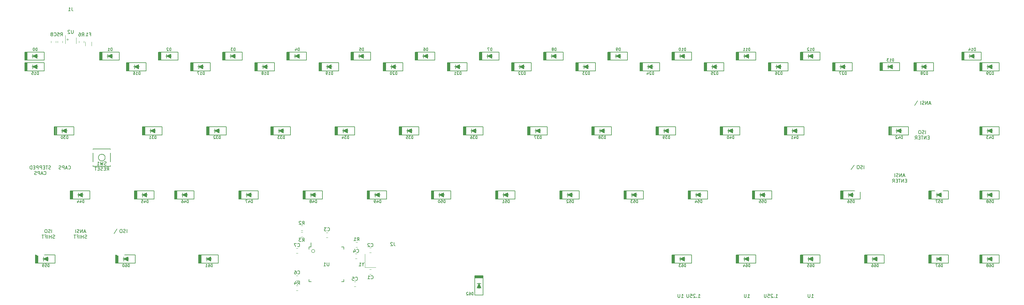
<source format=gbo>
G04 #@! TF.GenerationSoftware,KiCad,Pcbnew,(5.1.4)-1*
G04 #@! TF.CreationDate,2021-11-17T13:21:50+01:00*
G04 #@! TF.ProjectId,mini-eLiXiVy,6d696e69-2d65-44c6-9958-6956792e6b69,1.1*
G04 #@! TF.SameCoordinates,Original*
G04 #@! TF.FileFunction,Legend,Bot*
G04 #@! TF.FilePolarity,Positive*
%FSLAX46Y46*%
G04 Gerber Fmt 4.6, Leading zero omitted, Abs format (unit mm)*
G04 Created by KiCad (PCBNEW (5.1.4)-1) date 2021-11-17 13:21:50*
%MOMM*%
%LPD*%
G04 APERTURE LIST*
%ADD10C,0.150000*%
%ADD11C,0.100000*%
%ADD12C,0.200000*%
%ADD13C,0.120000*%
%ADD14C,2.000000*%
%ADD15C,3.200000*%
%ADD16R,2.000000X2.000000*%
%ADD17O,1.700000X1.700000*%
%ADD18R,1.700000X1.700000*%
%ADD19R,1.200000X1.200000*%
%ADD20R,1.600000X1.600000*%
%ADD21C,1.600000*%
%ADD22C,2.250000*%
%ADD23C,3.987800*%
%ADD24C,1.750000*%
%ADD25C,3.048000*%
%ADD26R,0.650000X1.060000*%
%ADD27O,1.000000X1.600000*%
%ADD28O,1.000000X2.100000*%
%ADD29C,0.650000*%
%ADD30R,0.300000X2.450000*%
%ADD31R,0.600000X2.450000*%
%ADD32R,0.600000X2.150000*%
%ADD33R,1.800000X1.100000*%
%ADD34C,0.975000*%
%ADD35R,0.550000X1.500000*%
%ADD36R,1.500000X0.550000*%
%ADD37C,4.400000*%
%ADD38C,1.250000*%
%ADD39R,1.200000X1.400000*%
G04 APERTURE END LIST*
D10*
X41990780Y-66526670D02*
X42324114Y-66050480D01*
X42562209Y-66526670D02*
X42562209Y-65526670D01*
X42181257Y-65526670D01*
X42086019Y-65574290D01*
X42038400Y-65621909D01*
X41990780Y-65717147D01*
X41990780Y-65860004D01*
X42038400Y-65955242D01*
X42086019Y-66002861D01*
X42181257Y-66050480D01*
X42562209Y-66050480D01*
X41562209Y-66002861D02*
X41228876Y-66002861D01*
X41086019Y-66526670D02*
X41562209Y-66526670D01*
X41562209Y-65526670D01*
X41086019Y-65526670D01*
X40705066Y-66479051D02*
X40562209Y-66526670D01*
X40324114Y-66526670D01*
X40228876Y-66479051D01*
X40181257Y-66431432D01*
X40133638Y-66336194D01*
X40133638Y-66240956D01*
X40181257Y-66145718D01*
X40228876Y-66098099D01*
X40324114Y-66050480D01*
X40514590Y-66002861D01*
X40609828Y-65955242D01*
X40657447Y-65907623D01*
X40705066Y-65812385D01*
X40705066Y-65717147D01*
X40657447Y-65621909D01*
X40609828Y-65574290D01*
X40514590Y-65526670D01*
X40276495Y-65526670D01*
X40133638Y-65574290D01*
X39705066Y-66002861D02*
X39371733Y-66002861D01*
X39228876Y-66526670D02*
X39705066Y-66526670D01*
X39705066Y-65526670D01*
X39228876Y-65526670D01*
X38943161Y-65526670D02*
X38371733Y-65526670D01*
X38657447Y-66526670D02*
X38657447Y-65526670D01*
X35639190Y-84780916D02*
X35163000Y-84780916D01*
X35734428Y-85066630D02*
X35401095Y-84066630D01*
X35067761Y-85066630D01*
X34734428Y-85066630D02*
X34734428Y-84066630D01*
X34163000Y-85066630D01*
X34163000Y-84066630D01*
X33734428Y-85019011D02*
X33591571Y-85066630D01*
X33353476Y-85066630D01*
X33258238Y-85019011D01*
X33210619Y-84971392D01*
X33163000Y-84876154D01*
X33163000Y-84780916D01*
X33210619Y-84685678D01*
X33258238Y-84638059D01*
X33353476Y-84590440D01*
X33543952Y-84542821D01*
X33639190Y-84495202D01*
X33686809Y-84447583D01*
X33734428Y-84352345D01*
X33734428Y-84257107D01*
X33686809Y-84161869D01*
X33639190Y-84114250D01*
X33543952Y-84066630D01*
X33305857Y-84066630D01*
X33163000Y-84114250D01*
X32734428Y-85066630D02*
X32734428Y-84066630D01*
X36020142Y-86669011D02*
X35877285Y-86716630D01*
X35639190Y-86716630D01*
X35543952Y-86669011D01*
X35496333Y-86621392D01*
X35448714Y-86526154D01*
X35448714Y-86430916D01*
X35496333Y-86335678D01*
X35543952Y-86288059D01*
X35639190Y-86240440D01*
X35829666Y-86192821D01*
X35924904Y-86145202D01*
X35972523Y-86097583D01*
X36020142Y-86002345D01*
X36020142Y-85907107D01*
X35972523Y-85811869D01*
X35924904Y-85764250D01*
X35829666Y-85716630D01*
X35591571Y-85716630D01*
X35448714Y-85764250D01*
X35020142Y-86716630D02*
X35020142Y-85716630D01*
X35020142Y-86192821D02*
X34448714Y-86192821D01*
X34448714Y-86716630D02*
X34448714Y-85716630D01*
X33972523Y-86716630D02*
X33972523Y-85716630D01*
X33163000Y-86192821D02*
X33496333Y-86192821D01*
X33496333Y-86716630D02*
X33496333Y-85716630D01*
X33020142Y-85716630D01*
X32782047Y-85716630D02*
X32210619Y-85716630D01*
X32496333Y-86716630D02*
X32496333Y-85716630D01*
X251063095Y-104306630D02*
X251634523Y-104306630D01*
X251348809Y-104306630D02*
X251348809Y-103306630D01*
X251444047Y-103449488D01*
X251539285Y-103544726D01*
X251634523Y-103592345D01*
X250634523Y-103306630D02*
X250634523Y-104116154D01*
X250586904Y-104211392D01*
X250539285Y-104259011D01*
X250444047Y-104306630D01*
X250253571Y-104306630D01*
X250158333Y-104259011D01*
X250110714Y-104211392D01*
X250063095Y-104116154D01*
X250063095Y-103306630D01*
X240442571Y-104306630D02*
X241014000Y-104306630D01*
X240728285Y-104306630D02*
X240728285Y-103306630D01*
X240823523Y-103449488D01*
X240918761Y-103544726D01*
X241014000Y-103592345D01*
X240014000Y-104211392D02*
X239966380Y-104259011D01*
X240014000Y-104306630D01*
X240061619Y-104259011D01*
X240014000Y-104211392D01*
X240014000Y-104306630D01*
X239585428Y-103401869D02*
X239537809Y-103354250D01*
X239442571Y-103306630D01*
X239204476Y-103306630D01*
X239109238Y-103354250D01*
X239061619Y-103401869D01*
X239014000Y-103497107D01*
X239014000Y-103592345D01*
X239061619Y-103735202D01*
X239633047Y-104306630D01*
X239014000Y-104306630D01*
X238109238Y-103306630D02*
X238585428Y-103306630D01*
X238633047Y-103782821D01*
X238585428Y-103735202D01*
X238490190Y-103687583D01*
X238252095Y-103687583D01*
X238156857Y-103735202D01*
X238109238Y-103782821D01*
X238061619Y-103878059D01*
X238061619Y-104116154D01*
X238109238Y-104211392D01*
X238156857Y-104259011D01*
X238252095Y-104306630D01*
X238490190Y-104306630D01*
X238585428Y-104259011D01*
X238633047Y-104211392D01*
X237633047Y-103306630D02*
X237633047Y-104116154D01*
X237585428Y-104211392D01*
X237537809Y-104259011D01*
X237442571Y-104306630D01*
X237252095Y-104306630D01*
X237156857Y-104259011D01*
X237109238Y-104211392D01*
X237061619Y-104116154D01*
X237061619Y-103306630D01*
X232140095Y-104306630D02*
X232711523Y-104306630D01*
X232425809Y-104306630D02*
X232425809Y-103306630D01*
X232521047Y-103449488D01*
X232616285Y-103544726D01*
X232711523Y-103592345D01*
X231711523Y-103306630D02*
X231711523Y-104116154D01*
X231663904Y-104211392D01*
X231616285Y-104259011D01*
X231521047Y-104306630D01*
X231330571Y-104306630D01*
X231235333Y-104259011D01*
X231187714Y-104211392D01*
X231140095Y-104116154D01*
X231140095Y-103306630D01*
X217455571Y-104306630D02*
X218027000Y-104306630D01*
X217741285Y-104306630D02*
X217741285Y-103306630D01*
X217836523Y-103449488D01*
X217931761Y-103544726D01*
X218027000Y-103592345D01*
X217027000Y-104211392D02*
X216979380Y-104259011D01*
X217027000Y-104306630D01*
X217074619Y-104259011D01*
X217027000Y-104211392D01*
X217027000Y-104306630D01*
X216598428Y-103401869D02*
X216550809Y-103354250D01*
X216455571Y-103306630D01*
X216217476Y-103306630D01*
X216122238Y-103354250D01*
X216074619Y-103401869D01*
X216027000Y-103497107D01*
X216027000Y-103592345D01*
X216074619Y-103735202D01*
X216646047Y-104306630D01*
X216027000Y-104306630D01*
X215122238Y-103306630D02*
X215598428Y-103306630D01*
X215646047Y-103782821D01*
X215598428Y-103735202D01*
X215503190Y-103687583D01*
X215265095Y-103687583D01*
X215169857Y-103735202D01*
X215122238Y-103782821D01*
X215074619Y-103878059D01*
X215074619Y-104116154D01*
X215122238Y-104211392D01*
X215169857Y-104259011D01*
X215265095Y-104306630D01*
X215503190Y-104306630D01*
X215598428Y-104259011D01*
X215646047Y-104211392D01*
X214646047Y-103306630D02*
X214646047Y-104116154D01*
X214598428Y-104211392D01*
X214550809Y-104259011D01*
X214455571Y-104306630D01*
X214265095Y-104306630D01*
X214169857Y-104259011D01*
X214122238Y-104211392D01*
X214074619Y-104116154D01*
X214074619Y-103306630D01*
X212455095Y-104306630D02*
X213026523Y-104306630D01*
X212740809Y-104306630D02*
X212740809Y-103306630D01*
X212836047Y-103449488D01*
X212931285Y-103544726D01*
X213026523Y-103592345D01*
X212026523Y-103306630D02*
X212026523Y-104116154D01*
X211978904Y-104211392D01*
X211931285Y-104259011D01*
X211836047Y-104306630D01*
X211645571Y-104306630D01*
X211550333Y-104259011D01*
X211502714Y-104211392D01*
X211455095Y-104116154D01*
X211455095Y-103306630D01*
X286415476Y-46672916D02*
X285939285Y-46672916D01*
X286510714Y-46958630D02*
X286177380Y-45958630D01*
X285844047Y-46958630D01*
X285510714Y-46958630D02*
X285510714Y-45958630D01*
X284939285Y-46958630D01*
X284939285Y-45958630D01*
X284510714Y-46911011D02*
X284367857Y-46958630D01*
X284129761Y-46958630D01*
X284034523Y-46911011D01*
X283986904Y-46863392D01*
X283939285Y-46768154D01*
X283939285Y-46672916D01*
X283986904Y-46577678D01*
X284034523Y-46530059D01*
X284129761Y-46482440D01*
X284320238Y-46434821D01*
X284415476Y-46387202D01*
X284463095Y-46339583D01*
X284510714Y-46244345D01*
X284510714Y-46149107D01*
X284463095Y-46053869D01*
X284415476Y-46006250D01*
X284320238Y-45958630D01*
X284082142Y-45958630D01*
X283939285Y-46006250D01*
X283510714Y-46958630D02*
X283510714Y-45958630D01*
X282605952Y-45863392D02*
X281748809Y-47149107D01*
X284940250Y-55634380D02*
X284940250Y-54634380D01*
X284511678Y-55586761D02*
X284368821Y-55634380D01*
X284130726Y-55634380D01*
X284035488Y-55586761D01*
X283987869Y-55539142D01*
X283940250Y-55443904D01*
X283940250Y-55348666D01*
X283987869Y-55253428D01*
X284035488Y-55205809D01*
X284130726Y-55158190D01*
X284321202Y-55110571D01*
X284416440Y-55062952D01*
X284464059Y-55015333D01*
X284511678Y-54920095D01*
X284511678Y-54824857D01*
X284464059Y-54729619D01*
X284416440Y-54682000D01*
X284321202Y-54634380D01*
X284083107Y-54634380D01*
X283940250Y-54682000D01*
X283321202Y-54634380D02*
X283130726Y-54634380D01*
X283035488Y-54682000D01*
X282940250Y-54777238D01*
X282892630Y-54967714D01*
X282892630Y-55301047D01*
X282940250Y-55491523D01*
X283035488Y-55586761D01*
X283130726Y-55634380D01*
X283321202Y-55634380D01*
X283416440Y-55586761D01*
X283511678Y-55491523D01*
X283559297Y-55301047D01*
X283559297Y-54967714D01*
X283511678Y-54777238D01*
X283416440Y-54682000D01*
X283321202Y-54634380D01*
X286011678Y-56760571D02*
X285678345Y-56760571D01*
X285535488Y-57284380D02*
X286011678Y-57284380D01*
X286011678Y-56284380D01*
X285535488Y-56284380D01*
X285106916Y-57284380D02*
X285106916Y-56284380D01*
X284535488Y-57284380D01*
X284535488Y-56284380D01*
X284202154Y-56284380D02*
X283630726Y-56284380D01*
X283916440Y-57284380D02*
X283916440Y-56284380D01*
X283297392Y-56760571D02*
X282964059Y-56760571D01*
X282821202Y-57284380D02*
X283297392Y-57284380D01*
X283297392Y-56284380D01*
X282821202Y-56284380D01*
X281821202Y-57284380D02*
X282154535Y-56808190D01*
X282392630Y-57284380D02*
X282392630Y-56284380D01*
X282011678Y-56284380D01*
X281916440Y-56332000D01*
X281868821Y-56379619D01*
X281821202Y-56474857D01*
X281821202Y-56617714D01*
X281868821Y-56712952D01*
X281916440Y-56760571D01*
X282011678Y-56808190D01*
X282392630Y-56808190D01*
X266636285Y-66033630D02*
X266636285Y-65033630D01*
X266207714Y-65986011D02*
X266064857Y-66033630D01*
X265826761Y-66033630D01*
X265731523Y-65986011D01*
X265683904Y-65938392D01*
X265636285Y-65843154D01*
X265636285Y-65747916D01*
X265683904Y-65652678D01*
X265731523Y-65605059D01*
X265826761Y-65557440D01*
X266017238Y-65509821D01*
X266112476Y-65462202D01*
X266160095Y-65414583D01*
X266207714Y-65319345D01*
X266207714Y-65224107D01*
X266160095Y-65128869D01*
X266112476Y-65081250D01*
X266017238Y-65033630D01*
X265779142Y-65033630D01*
X265636285Y-65081250D01*
X265017238Y-65033630D02*
X264826761Y-65033630D01*
X264731523Y-65081250D01*
X264636285Y-65176488D01*
X264588666Y-65366964D01*
X264588666Y-65700297D01*
X264636285Y-65890773D01*
X264731523Y-65986011D01*
X264826761Y-66033630D01*
X265017238Y-66033630D01*
X265112476Y-65986011D01*
X265207714Y-65890773D01*
X265255333Y-65700297D01*
X265255333Y-65366964D01*
X265207714Y-65176488D01*
X265112476Y-65081250D01*
X265017238Y-65033630D01*
X263731523Y-64938392D02*
X262874380Y-66224107D01*
X278717190Y-68143916D02*
X278241000Y-68143916D01*
X278812428Y-68429630D02*
X278479095Y-67429630D01*
X278145761Y-68429630D01*
X277812428Y-68429630D02*
X277812428Y-67429630D01*
X277241000Y-68429630D01*
X277241000Y-67429630D01*
X276812428Y-68382011D02*
X276669571Y-68429630D01*
X276431476Y-68429630D01*
X276336238Y-68382011D01*
X276288619Y-68334392D01*
X276241000Y-68239154D01*
X276241000Y-68143916D01*
X276288619Y-68048678D01*
X276336238Y-68001059D01*
X276431476Y-67953440D01*
X276621952Y-67905821D01*
X276717190Y-67858202D01*
X276764809Y-67810583D01*
X276812428Y-67715345D01*
X276812428Y-67620107D01*
X276764809Y-67524869D01*
X276717190Y-67477250D01*
X276621952Y-67429630D01*
X276383857Y-67429630D01*
X276241000Y-67477250D01*
X275812428Y-68429630D02*
X275812428Y-67429630D01*
X279312428Y-69555821D02*
X278979095Y-69555821D01*
X278836238Y-70079630D02*
X279312428Y-70079630D01*
X279312428Y-69079630D01*
X278836238Y-69079630D01*
X278407666Y-70079630D02*
X278407666Y-69079630D01*
X277836238Y-70079630D01*
X277836238Y-69079630D01*
X277502904Y-69079630D02*
X276931476Y-69079630D01*
X277217190Y-70079630D02*
X277217190Y-69079630D01*
X276598142Y-69555821D02*
X276264809Y-69555821D01*
X276121952Y-70079630D02*
X276598142Y-70079630D01*
X276598142Y-69079630D01*
X276121952Y-69079630D01*
X275121952Y-70079630D02*
X275455285Y-69603440D01*
X275693380Y-70079630D02*
X275693380Y-69079630D01*
X275312428Y-69079630D01*
X275217190Y-69127250D01*
X275169571Y-69174869D01*
X275121952Y-69270107D01*
X275121952Y-69412964D01*
X275169571Y-69508202D01*
X275217190Y-69555821D01*
X275312428Y-69603440D01*
X275693380Y-69603440D01*
X30584638Y-66050432D02*
X30632257Y-66098051D01*
X30775114Y-66145670D01*
X30870352Y-66145670D01*
X31013209Y-66098051D01*
X31108447Y-66002813D01*
X31156066Y-65907575D01*
X31203685Y-65717099D01*
X31203685Y-65574242D01*
X31156066Y-65383766D01*
X31108447Y-65288528D01*
X31013209Y-65193290D01*
X30870352Y-65145670D01*
X30775114Y-65145670D01*
X30632257Y-65193290D01*
X30584638Y-65240909D01*
X30203685Y-65859956D02*
X29727495Y-65859956D01*
X30298923Y-66145670D02*
X29965590Y-65145670D01*
X29632257Y-66145670D01*
X29298923Y-66145670D02*
X29298923Y-65145670D01*
X28917971Y-65145670D01*
X28822733Y-65193290D01*
X28775114Y-65240909D01*
X28727495Y-65336147D01*
X28727495Y-65479004D01*
X28775114Y-65574242D01*
X28822733Y-65621861D01*
X28917971Y-65669480D01*
X29298923Y-65669480D01*
X28346542Y-66098051D02*
X28203685Y-66145670D01*
X27965590Y-66145670D01*
X27870352Y-66098051D01*
X27822733Y-66050432D01*
X27775114Y-65955194D01*
X27775114Y-65859956D01*
X27822733Y-65764718D01*
X27870352Y-65717099D01*
X27965590Y-65669480D01*
X28156066Y-65621861D01*
X28251304Y-65574242D01*
X28298923Y-65526623D01*
X28346542Y-65431385D01*
X28346542Y-65336147D01*
X28298923Y-65240909D01*
X28251304Y-65193290D01*
X28156066Y-65145670D01*
X27917971Y-65145670D01*
X27775114Y-65193290D01*
X25296428Y-66096011D02*
X25153571Y-66143630D01*
X24915476Y-66143630D01*
X24820238Y-66096011D01*
X24772619Y-66048392D01*
X24725000Y-65953154D01*
X24725000Y-65857916D01*
X24772619Y-65762678D01*
X24820238Y-65715059D01*
X24915476Y-65667440D01*
X25105952Y-65619821D01*
X25201190Y-65572202D01*
X25248809Y-65524583D01*
X25296428Y-65429345D01*
X25296428Y-65334107D01*
X25248809Y-65238869D01*
X25201190Y-65191250D01*
X25105952Y-65143630D01*
X24867857Y-65143630D01*
X24725000Y-65191250D01*
X24439285Y-65143630D02*
X23867857Y-65143630D01*
X24153571Y-66143630D02*
X24153571Y-65143630D01*
X23534523Y-65619821D02*
X23201190Y-65619821D01*
X23058333Y-66143630D02*
X23534523Y-66143630D01*
X23534523Y-65143630D01*
X23058333Y-65143630D01*
X22629761Y-66143630D02*
X22629761Y-65143630D01*
X22248809Y-65143630D01*
X22153571Y-65191250D01*
X22105952Y-65238869D01*
X22058333Y-65334107D01*
X22058333Y-65476964D01*
X22105952Y-65572202D01*
X22153571Y-65619821D01*
X22248809Y-65667440D01*
X22629761Y-65667440D01*
X21629761Y-66143630D02*
X21629761Y-65143630D01*
X21248809Y-65143630D01*
X21153571Y-65191250D01*
X21105952Y-65238869D01*
X21058333Y-65334107D01*
X21058333Y-65476964D01*
X21105952Y-65572202D01*
X21153571Y-65619821D01*
X21248809Y-65667440D01*
X21629761Y-65667440D01*
X20629761Y-65619821D02*
X20296428Y-65619821D01*
X20153571Y-66143630D02*
X20629761Y-66143630D01*
X20629761Y-65143630D01*
X20153571Y-65143630D01*
X19725000Y-66143630D02*
X19725000Y-65143630D01*
X19486904Y-65143630D01*
X19344047Y-65191250D01*
X19248809Y-65286488D01*
X19201190Y-65381726D01*
X19153571Y-65572202D01*
X19153571Y-65715059D01*
X19201190Y-65905535D01*
X19248809Y-66000773D01*
X19344047Y-66096011D01*
X19486904Y-66143630D01*
X19725000Y-66143630D01*
X23320238Y-67698392D02*
X23367857Y-67746011D01*
X23510714Y-67793630D01*
X23605952Y-67793630D01*
X23748809Y-67746011D01*
X23844047Y-67650773D01*
X23891666Y-67555535D01*
X23939285Y-67365059D01*
X23939285Y-67222202D01*
X23891666Y-67031726D01*
X23844047Y-66936488D01*
X23748809Y-66841250D01*
X23605952Y-66793630D01*
X23510714Y-66793630D01*
X23367857Y-66841250D01*
X23320238Y-66888869D01*
X22939285Y-67507916D02*
X22463095Y-67507916D01*
X23034523Y-67793630D02*
X22701190Y-66793630D01*
X22367857Y-67793630D01*
X22034523Y-67793630D02*
X22034523Y-66793630D01*
X21653571Y-66793630D01*
X21558333Y-66841250D01*
X21510714Y-66888869D01*
X21463095Y-66984107D01*
X21463095Y-67126964D01*
X21510714Y-67222202D01*
X21558333Y-67269821D01*
X21653571Y-67317440D01*
X22034523Y-67317440D01*
X21082142Y-67746011D02*
X20939285Y-67793630D01*
X20701190Y-67793630D01*
X20605952Y-67746011D01*
X20558333Y-67698392D01*
X20510714Y-67603154D01*
X20510714Y-67507916D01*
X20558333Y-67412678D01*
X20605952Y-67365059D01*
X20701190Y-67317440D01*
X20891666Y-67269821D01*
X20986904Y-67222202D01*
X21034523Y-67174583D01*
X21082142Y-67079345D01*
X21082142Y-66984107D01*
X21034523Y-66888869D01*
X20986904Y-66841250D01*
X20891666Y-66793630D01*
X20653571Y-66793630D01*
X20510714Y-66841250D01*
X47914285Y-85058630D02*
X47914285Y-84058630D01*
X47485714Y-85011011D02*
X47342857Y-85058630D01*
X47104761Y-85058630D01*
X47009523Y-85011011D01*
X46961904Y-84963392D01*
X46914285Y-84868154D01*
X46914285Y-84772916D01*
X46961904Y-84677678D01*
X47009523Y-84630059D01*
X47104761Y-84582440D01*
X47295238Y-84534821D01*
X47390476Y-84487202D01*
X47438095Y-84439583D01*
X47485714Y-84344345D01*
X47485714Y-84249107D01*
X47438095Y-84153869D01*
X47390476Y-84106250D01*
X47295238Y-84058630D01*
X47057142Y-84058630D01*
X46914285Y-84106250D01*
X46295238Y-84058630D02*
X46104761Y-84058630D01*
X46009523Y-84106250D01*
X45914285Y-84201488D01*
X45866666Y-84391964D01*
X45866666Y-84725297D01*
X45914285Y-84915773D01*
X46009523Y-85011011D01*
X46104761Y-85058630D01*
X46295238Y-85058630D01*
X46390476Y-85011011D01*
X46485714Y-84915773D01*
X46533333Y-84725297D01*
X46533333Y-84391964D01*
X46485714Y-84201488D01*
X46390476Y-84106250D01*
X46295238Y-84058630D01*
X45009523Y-83963392D02*
X44152380Y-85249107D01*
X25638000Y-85066630D02*
X25638000Y-84066630D01*
X25209428Y-85019011D02*
X25066571Y-85066630D01*
X24828476Y-85066630D01*
X24733238Y-85019011D01*
X24685619Y-84971392D01*
X24638000Y-84876154D01*
X24638000Y-84780916D01*
X24685619Y-84685678D01*
X24733238Y-84638059D01*
X24828476Y-84590440D01*
X25018952Y-84542821D01*
X25114190Y-84495202D01*
X25161809Y-84447583D01*
X25209428Y-84352345D01*
X25209428Y-84257107D01*
X25161809Y-84161869D01*
X25114190Y-84114250D01*
X25018952Y-84066630D01*
X24780857Y-84066630D01*
X24638000Y-84114250D01*
X24018952Y-84066630D02*
X23828476Y-84066630D01*
X23733238Y-84114250D01*
X23638000Y-84209488D01*
X23590380Y-84399964D01*
X23590380Y-84733297D01*
X23638000Y-84923773D01*
X23733238Y-85019011D01*
X23828476Y-85066630D01*
X24018952Y-85066630D01*
X24114190Y-85019011D01*
X24209428Y-84923773D01*
X24257047Y-84733297D01*
X24257047Y-84399964D01*
X24209428Y-84209488D01*
X24114190Y-84114250D01*
X24018952Y-84066630D01*
X26495142Y-86669011D02*
X26352285Y-86716630D01*
X26114190Y-86716630D01*
X26018952Y-86669011D01*
X25971333Y-86621392D01*
X25923714Y-86526154D01*
X25923714Y-86430916D01*
X25971333Y-86335678D01*
X26018952Y-86288059D01*
X26114190Y-86240440D01*
X26304666Y-86192821D01*
X26399904Y-86145202D01*
X26447523Y-86097583D01*
X26495142Y-86002345D01*
X26495142Y-85907107D01*
X26447523Y-85811869D01*
X26399904Y-85764250D01*
X26304666Y-85716630D01*
X26066571Y-85716630D01*
X25923714Y-85764250D01*
X25495142Y-86716630D02*
X25495142Y-85716630D01*
X25495142Y-86192821D02*
X24923714Y-86192821D01*
X24923714Y-86716630D02*
X24923714Y-85716630D01*
X24447523Y-86716630D02*
X24447523Y-85716630D01*
X23638000Y-86192821D02*
X23971333Y-86192821D01*
X23971333Y-86716630D02*
X23971333Y-85716630D01*
X23495142Y-85716630D01*
X23257047Y-85716630D02*
X22685619Y-85716630D01*
X22971333Y-86716630D02*
X22971333Y-85716630D01*
D11*
G36*
X275094700Y-36322000D02*
G01*
X273844700Y-35722000D01*
X275094700Y-35122000D01*
X275094700Y-36322000D01*
G37*
X275094700Y-36322000D02*
X273844700Y-35722000D01*
X275094700Y-35122000D01*
X275094700Y-36322000D01*
D12*
X273847000Y-35685100D02*
X275097000Y-36285100D01*
X273583400Y-35685100D02*
X273862800Y-35685100D01*
X275097000Y-35085100D02*
X273847000Y-35685100D01*
X275107400Y-35685100D02*
X275310600Y-35685100D01*
X275097000Y-36285100D02*
X275097000Y-35085100D01*
X273847000Y-35085100D02*
X273847000Y-36285100D01*
X277247000Y-36887000D02*
X271447000Y-36887000D01*
X277247000Y-34487000D02*
X277247000Y-36887000D01*
X271447000Y-34487000D02*
X277247000Y-34487000D01*
X271522000Y-34487000D02*
X271522000Y-36887000D01*
X271647000Y-34487000D02*
X271647000Y-36887000D01*
X271422000Y-36887000D02*
X271422000Y-34487000D01*
X271822000Y-34487000D02*
X271822000Y-36887000D01*
X271997000Y-34487000D02*
X271997000Y-36887000D01*
X272172000Y-34487000D02*
X272172000Y-36887000D01*
D11*
G36*
X213372700Y-33178750D02*
G01*
X212122700Y-32578750D01*
X213372700Y-31978750D01*
X213372700Y-33178750D01*
G37*
X213372700Y-33178750D02*
X212122700Y-32578750D01*
X213372700Y-31978750D01*
X213372700Y-33178750D01*
D12*
X212125000Y-32541850D02*
X213375000Y-33141850D01*
X211861400Y-32541850D02*
X212140800Y-32541850D01*
X213375000Y-31941850D02*
X212125000Y-32541850D01*
X213385400Y-32541850D02*
X213588600Y-32541850D01*
X213375000Y-33141850D02*
X213375000Y-31941850D01*
X212125000Y-31941850D02*
X212125000Y-33141850D01*
X215525000Y-33743750D02*
X209725000Y-33743750D01*
X215525000Y-31343750D02*
X215525000Y-33743750D01*
X209725000Y-31343750D02*
X215525000Y-31343750D01*
X209800000Y-31343750D02*
X209800000Y-33743750D01*
X209925000Y-31343750D02*
X209925000Y-33743750D01*
X209700000Y-33743750D02*
X209700000Y-31343750D01*
X210100000Y-31343750D02*
X210100000Y-33743750D01*
X210275000Y-31343750D02*
X210275000Y-33743750D01*
X210450000Y-31343750D02*
X210450000Y-33743750D01*
D11*
G36*
X304653950Y-93503750D02*
G01*
X303403950Y-92903750D01*
X304653950Y-92303750D01*
X304653950Y-93503750D01*
G37*
X304653950Y-93503750D02*
X303403950Y-92903750D01*
X304653950Y-92303750D01*
X304653950Y-93503750D01*
D12*
X303406250Y-92866850D02*
X304656250Y-93466850D01*
X303142650Y-92866850D02*
X303422050Y-92866850D01*
X304656250Y-92266850D02*
X303406250Y-92866850D01*
X304666650Y-92866850D02*
X304869850Y-92866850D01*
X304656250Y-93466850D02*
X304656250Y-92266850D01*
X303406250Y-92266850D02*
X303406250Y-93466850D01*
X306806250Y-94068750D02*
X301006250Y-94068750D01*
X306806250Y-91668750D02*
X306806250Y-94068750D01*
X301006250Y-91668750D02*
X306806250Y-91668750D01*
X301081250Y-91668750D02*
X301081250Y-94068750D01*
X301206250Y-91668750D02*
X301206250Y-94068750D01*
X300981250Y-94068750D02*
X300981250Y-91668750D01*
X301381250Y-91668750D02*
X301381250Y-94068750D01*
X301556250Y-91668750D02*
X301556250Y-94068750D01*
X301731250Y-91668750D02*
X301731250Y-94068750D01*
D11*
G36*
X289572700Y-93503750D02*
G01*
X288322700Y-92903750D01*
X289572700Y-92303750D01*
X289572700Y-93503750D01*
G37*
X289572700Y-93503750D02*
X288322700Y-92903750D01*
X289572700Y-92303750D01*
X289572700Y-93503750D01*
D12*
X288325000Y-92866850D02*
X289575000Y-93466850D01*
X288061400Y-92866850D02*
X288340800Y-92866850D01*
X289575000Y-92266850D02*
X288325000Y-92866850D01*
X289585400Y-92866850D02*
X289788600Y-92866850D01*
X289575000Y-93466850D02*
X289575000Y-92266850D01*
X288325000Y-92266850D02*
X288325000Y-93466850D01*
X291725000Y-94068750D02*
X285925000Y-94068750D01*
X291725000Y-91668750D02*
X291725000Y-94068750D01*
X285925000Y-91668750D02*
X291725000Y-91668750D01*
X286000000Y-91668750D02*
X286000000Y-94068750D01*
X286125000Y-91668750D02*
X286125000Y-94068750D01*
X285900000Y-94068750D02*
X285900000Y-91668750D01*
X286300000Y-91668750D02*
X286300000Y-94068750D01*
X286475000Y-91668750D02*
X286475000Y-94068750D01*
X286650000Y-91668750D02*
X286650000Y-94068750D01*
D11*
G36*
X270522700Y-93503750D02*
G01*
X269272700Y-92903750D01*
X270522700Y-92303750D01*
X270522700Y-93503750D01*
G37*
X270522700Y-93503750D02*
X269272700Y-92903750D01*
X270522700Y-92303750D01*
X270522700Y-93503750D01*
D12*
X269275000Y-92866850D02*
X270525000Y-93466850D01*
X269011400Y-92866850D02*
X269290800Y-92866850D01*
X270525000Y-92266850D02*
X269275000Y-92866850D01*
X270535400Y-92866850D02*
X270738600Y-92866850D01*
X270525000Y-93466850D02*
X270525000Y-92266850D01*
X269275000Y-92266850D02*
X269275000Y-93466850D01*
X272675000Y-94068750D02*
X266875000Y-94068750D01*
X272675000Y-91668750D02*
X272675000Y-94068750D01*
X266875000Y-91668750D02*
X272675000Y-91668750D01*
X266950000Y-91668750D02*
X266950000Y-94068750D01*
X267075000Y-91668750D02*
X267075000Y-94068750D01*
X266850000Y-94068750D02*
X266850000Y-91668750D01*
X267250000Y-91668750D02*
X267250000Y-94068750D01*
X267425000Y-91668750D02*
X267425000Y-94068750D01*
X267600000Y-91668750D02*
X267600000Y-94068750D01*
D11*
G36*
X251472700Y-93503750D02*
G01*
X250222700Y-92903750D01*
X251472700Y-92303750D01*
X251472700Y-93503750D01*
G37*
X251472700Y-93503750D02*
X250222700Y-92903750D01*
X251472700Y-92303750D01*
X251472700Y-93503750D01*
D12*
X250225000Y-92866850D02*
X251475000Y-93466850D01*
X249961400Y-92866850D02*
X250240800Y-92866850D01*
X251475000Y-92266850D02*
X250225000Y-92866850D01*
X251485400Y-92866850D02*
X251688600Y-92866850D01*
X251475000Y-93466850D02*
X251475000Y-92266850D01*
X250225000Y-92266850D02*
X250225000Y-93466850D01*
X253625000Y-94068750D02*
X247825000Y-94068750D01*
X253625000Y-91668750D02*
X253625000Y-94068750D01*
X247825000Y-91668750D02*
X253625000Y-91668750D01*
X247900000Y-91668750D02*
X247900000Y-94068750D01*
X248025000Y-91668750D02*
X248025000Y-94068750D01*
X247800000Y-94068750D02*
X247800000Y-91668750D01*
X248200000Y-91668750D02*
X248200000Y-94068750D01*
X248375000Y-91668750D02*
X248375000Y-94068750D01*
X248550000Y-91668750D02*
X248550000Y-94068750D01*
D11*
G36*
X232422700Y-93503750D02*
G01*
X231172700Y-92903750D01*
X232422700Y-92303750D01*
X232422700Y-93503750D01*
G37*
X232422700Y-93503750D02*
X231172700Y-92903750D01*
X232422700Y-92303750D01*
X232422700Y-93503750D01*
D12*
X231175000Y-92866850D02*
X232425000Y-93466850D01*
X230911400Y-92866850D02*
X231190800Y-92866850D01*
X232425000Y-92266850D02*
X231175000Y-92866850D01*
X232435400Y-92866850D02*
X232638600Y-92866850D01*
X232425000Y-93466850D02*
X232425000Y-92266850D01*
X231175000Y-92266850D02*
X231175000Y-93466850D01*
X234575000Y-94068750D02*
X228775000Y-94068750D01*
X234575000Y-91668750D02*
X234575000Y-94068750D01*
X228775000Y-91668750D02*
X234575000Y-91668750D01*
X228850000Y-91668750D02*
X228850000Y-94068750D01*
X228975000Y-91668750D02*
X228975000Y-94068750D01*
X228750000Y-94068750D02*
X228750000Y-91668750D01*
X229150000Y-91668750D02*
X229150000Y-94068750D01*
X229325000Y-91668750D02*
X229325000Y-94068750D01*
X229500000Y-91668750D02*
X229500000Y-94068750D01*
D11*
G36*
X213372700Y-93503750D02*
G01*
X212122700Y-92903750D01*
X213372700Y-92303750D01*
X213372700Y-93503750D01*
G37*
X213372700Y-93503750D02*
X212122700Y-92903750D01*
X213372700Y-92303750D01*
X213372700Y-93503750D01*
D12*
X212125000Y-92866850D02*
X213375000Y-93466850D01*
X211861400Y-92866850D02*
X212140800Y-92866850D01*
X213375000Y-92266850D02*
X212125000Y-92866850D01*
X213385400Y-92866850D02*
X213588600Y-92866850D01*
X213375000Y-93466850D02*
X213375000Y-92266850D01*
X212125000Y-92266850D02*
X212125000Y-93466850D01*
X215525000Y-94068750D02*
X209725000Y-94068750D01*
X215525000Y-91668750D02*
X215525000Y-94068750D01*
X209725000Y-91668750D02*
X215525000Y-91668750D01*
X209800000Y-91668750D02*
X209800000Y-94068750D01*
X209925000Y-91668750D02*
X209925000Y-94068750D01*
X209700000Y-94068750D02*
X209700000Y-91668750D01*
X210100000Y-91668750D02*
X210100000Y-94068750D01*
X210275000Y-91668750D02*
X210275000Y-94068750D01*
X210450000Y-91668750D02*
X210450000Y-94068750D01*
D11*
G36*
X151765000Y-101453950D02*
G01*
X152365000Y-100203950D01*
X152965000Y-101453950D01*
X151765000Y-101453950D01*
G37*
X151765000Y-101453950D02*
X152365000Y-100203950D01*
X152965000Y-101453950D01*
X151765000Y-101453950D01*
D12*
X152401900Y-100206250D02*
X151801900Y-101456250D01*
X152401900Y-99942650D02*
X152401900Y-100222050D01*
X153001900Y-101456250D02*
X152401900Y-100206250D01*
X152401900Y-101466650D02*
X152401900Y-101669850D01*
X151801900Y-101456250D02*
X153001900Y-101456250D01*
X153001900Y-100206250D02*
X151801900Y-100206250D01*
X151200000Y-103606250D02*
X151200000Y-97806250D01*
X153600000Y-103606250D02*
X151200000Y-103606250D01*
X153600000Y-97806250D02*
X153600000Y-103606250D01*
X153600000Y-97881250D02*
X151200000Y-97881250D01*
X153600000Y-98006250D02*
X151200000Y-98006250D01*
X151200000Y-97781250D02*
X153600000Y-97781250D01*
X153600000Y-98181250D02*
X151200000Y-98181250D01*
X153600000Y-98356250D02*
X151200000Y-98356250D01*
X153600000Y-98531250D02*
X151200000Y-98531250D01*
D11*
G36*
X72878950Y-93503750D02*
G01*
X71628950Y-92903750D01*
X72878950Y-92303750D01*
X72878950Y-93503750D01*
G37*
X72878950Y-93503750D02*
X71628950Y-92903750D01*
X72878950Y-92303750D01*
X72878950Y-93503750D01*
D12*
X71631250Y-92866850D02*
X72881250Y-93466850D01*
X71367650Y-92866850D02*
X71647050Y-92866850D01*
X72881250Y-92266850D02*
X71631250Y-92866850D01*
X72891650Y-92866850D02*
X73094850Y-92866850D01*
X72881250Y-93466850D02*
X72881250Y-92266850D01*
X71631250Y-92266850D02*
X71631250Y-93466850D01*
X75031250Y-94068750D02*
X69231250Y-94068750D01*
X75031250Y-91668750D02*
X75031250Y-94068750D01*
X69231250Y-91668750D02*
X75031250Y-91668750D01*
X69306250Y-91668750D02*
X69306250Y-94068750D01*
X69431250Y-91668750D02*
X69431250Y-94068750D01*
X69206250Y-94068750D02*
X69206250Y-91668750D01*
X69606250Y-91668750D02*
X69606250Y-94068750D01*
X69781250Y-91668750D02*
X69781250Y-94068750D01*
X69956250Y-91668750D02*
X69956250Y-94068750D01*
D11*
G36*
X48272700Y-93503750D02*
G01*
X47022700Y-92903750D01*
X48272700Y-92303750D01*
X48272700Y-93503750D01*
G37*
X48272700Y-93503750D02*
X47022700Y-92903750D01*
X48272700Y-92303750D01*
X48272700Y-93503750D01*
D12*
X47025000Y-92866850D02*
X48275000Y-93466850D01*
X46761400Y-92866850D02*
X47040800Y-92866850D01*
X48275000Y-92266850D02*
X47025000Y-92866850D01*
X48285400Y-92866850D02*
X48488600Y-92866850D01*
X48275000Y-93466850D02*
X48275000Y-92266850D01*
X47025000Y-92266850D02*
X47025000Y-93466850D01*
X50425000Y-94068750D02*
X44625000Y-94068750D01*
X50425000Y-91668750D02*
X50425000Y-94068750D01*
X44625000Y-91668750D02*
X50425000Y-91668750D01*
X44700000Y-91668750D02*
X44700000Y-94068750D01*
X44825000Y-91668750D02*
X44825000Y-94068750D01*
X44600000Y-94068750D02*
X44600000Y-91668750D01*
X45000000Y-91668750D02*
X45000000Y-94068750D01*
X45175000Y-91668750D02*
X45175000Y-94068750D01*
X45350000Y-91668750D02*
X45350000Y-94068750D01*
D11*
G36*
X24460200Y-93503750D02*
G01*
X23210200Y-92903750D01*
X24460200Y-92303750D01*
X24460200Y-93503750D01*
G37*
X24460200Y-93503750D02*
X23210200Y-92903750D01*
X24460200Y-92303750D01*
X24460200Y-93503750D01*
D12*
X23212500Y-92866850D02*
X24462500Y-93466850D01*
X22948900Y-92866850D02*
X23228300Y-92866850D01*
X24462500Y-92266850D02*
X23212500Y-92866850D01*
X24472900Y-92866850D02*
X24676100Y-92866850D01*
X24462500Y-93466850D02*
X24462500Y-92266850D01*
X23212500Y-92266850D02*
X23212500Y-93466850D01*
X26612500Y-94068750D02*
X20812500Y-94068750D01*
X26612500Y-91668750D02*
X26612500Y-94068750D01*
X20812500Y-91668750D02*
X26612500Y-91668750D01*
X20887500Y-91668750D02*
X20887500Y-94068750D01*
X21012500Y-91668750D02*
X21012500Y-94068750D01*
X20787500Y-94068750D02*
X20787500Y-91668750D01*
X21187500Y-91668750D02*
X21187500Y-94068750D01*
X21362500Y-91668750D02*
X21362500Y-94068750D01*
X21537500Y-91668750D02*
X21537500Y-94068750D01*
D11*
G36*
X304653950Y-74453750D02*
G01*
X303403950Y-73853750D01*
X304653950Y-73253750D01*
X304653950Y-74453750D01*
G37*
X304653950Y-74453750D02*
X303403950Y-73853750D01*
X304653950Y-73253750D01*
X304653950Y-74453750D01*
D12*
X303406250Y-73816850D02*
X304656250Y-74416850D01*
X303142650Y-73816850D02*
X303422050Y-73816850D01*
X304656250Y-73216850D02*
X303406250Y-73816850D01*
X304666650Y-73816850D02*
X304869850Y-73816850D01*
X304656250Y-74416850D02*
X304656250Y-73216850D01*
X303406250Y-73216850D02*
X303406250Y-74416850D01*
X306806250Y-75018750D02*
X301006250Y-75018750D01*
X306806250Y-72618750D02*
X306806250Y-75018750D01*
X301006250Y-72618750D02*
X306806250Y-72618750D01*
X301081250Y-72618750D02*
X301081250Y-75018750D01*
X301206250Y-72618750D02*
X301206250Y-75018750D01*
X300981250Y-75018750D02*
X300981250Y-72618750D01*
X301381250Y-72618750D02*
X301381250Y-75018750D01*
X301556250Y-72618750D02*
X301556250Y-75018750D01*
X301731250Y-72618750D02*
X301731250Y-75018750D01*
D11*
G36*
X289572700Y-74453750D02*
G01*
X288322700Y-73853750D01*
X289572700Y-73253750D01*
X289572700Y-74453750D01*
G37*
X289572700Y-74453750D02*
X288322700Y-73853750D01*
X289572700Y-73253750D01*
X289572700Y-74453750D01*
D12*
X288325000Y-73816850D02*
X289575000Y-74416850D01*
X288061400Y-73816850D02*
X288340800Y-73816850D01*
X289575000Y-73216850D02*
X288325000Y-73816850D01*
X289585400Y-73816850D02*
X289788600Y-73816850D01*
X289575000Y-74416850D02*
X289575000Y-73216850D01*
X288325000Y-73216850D02*
X288325000Y-74416850D01*
X291725000Y-75018750D02*
X285925000Y-75018750D01*
X291725000Y-72618750D02*
X291725000Y-75018750D01*
X285925000Y-72618750D02*
X291725000Y-72618750D01*
X286000000Y-72618750D02*
X286000000Y-75018750D01*
X286125000Y-72618750D02*
X286125000Y-75018750D01*
X285900000Y-75018750D02*
X285900000Y-72618750D01*
X286300000Y-72618750D02*
X286300000Y-75018750D01*
X286475000Y-72618750D02*
X286475000Y-75018750D01*
X286650000Y-72618750D02*
X286650000Y-75018750D01*
D11*
G36*
X263378950Y-74453750D02*
G01*
X262128950Y-73853750D01*
X263378950Y-73253750D01*
X263378950Y-74453750D01*
G37*
X263378950Y-74453750D02*
X262128950Y-73853750D01*
X263378950Y-73253750D01*
X263378950Y-74453750D01*
D12*
X262131250Y-73816850D02*
X263381250Y-74416850D01*
X261867650Y-73816850D02*
X262147050Y-73816850D01*
X263381250Y-73216850D02*
X262131250Y-73816850D01*
X263391650Y-73816850D02*
X263594850Y-73816850D01*
X263381250Y-74416850D02*
X263381250Y-73216850D01*
X262131250Y-73216850D02*
X262131250Y-74416850D01*
X265531250Y-75018750D02*
X259731250Y-75018750D01*
X265531250Y-72618750D02*
X265531250Y-75018750D01*
X259731250Y-72618750D02*
X265531250Y-72618750D01*
X259806250Y-72618750D02*
X259806250Y-75018750D01*
X259931250Y-72618750D02*
X259931250Y-75018750D01*
X259706250Y-75018750D02*
X259706250Y-72618750D01*
X260106250Y-72618750D02*
X260106250Y-75018750D01*
X260281250Y-72618750D02*
X260281250Y-75018750D01*
X260456250Y-72618750D02*
X260456250Y-75018750D01*
D11*
G36*
X237185200Y-74453750D02*
G01*
X235935200Y-73853750D01*
X237185200Y-73253750D01*
X237185200Y-74453750D01*
G37*
X237185200Y-74453750D02*
X235935200Y-73853750D01*
X237185200Y-73253750D01*
X237185200Y-74453750D01*
D12*
X235937500Y-73816850D02*
X237187500Y-74416850D01*
X235673900Y-73816850D02*
X235953300Y-73816850D01*
X237187500Y-73216850D02*
X235937500Y-73816850D01*
X237197900Y-73816850D02*
X237401100Y-73816850D01*
X237187500Y-74416850D02*
X237187500Y-73216850D01*
X235937500Y-73216850D02*
X235937500Y-74416850D01*
X239337500Y-75018750D02*
X233537500Y-75018750D01*
X239337500Y-72618750D02*
X239337500Y-75018750D01*
X233537500Y-72618750D02*
X239337500Y-72618750D01*
X233612500Y-72618750D02*
X233612500Y-75018750D01*
X233737500Y-72618750D02*
X233737500Y-75018750D01*
X233512500Y-75018750D02*
X233512500Y-72618750D01*
X233912500Y-72618750D02*
X233912500Y-75018750D01*
X234087500Y-72618750D02*
X234087500Y-75018750D01*
X234262500Y-72618750D02*
X234262500Y-75018750D01*
D11*
G36*
X218135200Y-74453750D02*
G01*
X216885200Y-73853750D01*
X218135200Y-73253750D01*
X218135200Y-74453750D01*
G37*
X218135200Y-74453750D02*
X216885200Y-73853750D01*
X218135200Y-73253750D01*
X218135200Y-74453750D01*
D12*
X216887500Y-73816850D02*
X218137500Y-74416850D01*
X216623900Y-73816850D02*
X216903300Y-73816850D01*
X218137500Y-73216850D02*
X216887500Y-73816850D01*
X218147900Y-73816850D02*
X218351100Y-73816850D01*
X218137500Y-74416850D02*
X218137500Y-73216850D01*
X216887500Y-73216850D02*
X216887500Y-74416850D01*
X220287500Y-75018750D02*
X214487500Y-75018750D01*
X220287500Y-72618750D02*
X220287500Y-75018750D01*
X214487500Y-72618750D02*
X220287500Y-72618750D01*
X214562500Y-72618750D02*
X214562500Y-75018750D01*
X214687500Y-72618750D02*
X214687500Y-75018750D01*
X214462500Y-75018750D02*
X214462500Y-72618750D01*
X214862500Y-72618750D02*
X214862500Y-75018750D01*
X215037500Y-72618750D02*
X215037500Y-75018750D01*
X215212500Y-72618750D02*
X215212500Y-75018750D01*
D11*
G36*
X199085200Y-74453750D02*
G01*
X197835200Y-73853750D01*
X199085200Y-73253750D01*
X199085200Y-74453750D01*
G37*
X199085200Y-74453750D02*
X197835200Y-73853750D01*
X199085200Y-73253750D01*
X199085200Y-74453750D01*
D12*
X197837500Y-73816850D02*
X199087500Y-74416850D01*
X197573900Y-73816850D02*
X197853300Y-73816850D01*
X199087500Y-73216850D02*
X197837500Y-73816850D01*
X199097900Y-73816850D02*
X199301100Y-73816850D01*
X199087500Y-74416850D02*
X199087500Y-73216850D01*
X197837500Y-73216850D02*
X197837500Y-74416850D01*
X201237500Y-75018750D02*
X195437500Y-75018750D01*
X201237500Y-72618750D02*
X201237500Y-75018750D01*
X195437500Y-72618750D02*
X201237500Y-72618750D01*
X195512500Y-72618750D02*
X195512500Y-75018750D01*
X195637500Y-72618750D02*
X195637500Y-75018750D01*
X195412500Y-75018750D02*
X195412500Y-72618750D01*
X195812500Y-72618750D02*
X195812500Y-75018750D01*
X195987500Y-72618750D02*
X195987500Y-75018750D01*
X196162500Y-72618750D02*
X196162500Y-75018750D01*
D11*
G36*
X180035200Y-74453750D02*
G01*
X178785200Y-73853750D01*
X180035200Y-73253750D01*
X180035200Y-74453750D01*
G37*
X180035200Y-74453750D02*
X178785200Y-73853750D01*
X180035200Y-73253750D01*
X180035200Y-74453750D01*
D12*
X178787500Y-73816850D02*
X180037500Y-74416850D01*
X178523900Y-73816850D02*
X178803300Y-73816850D01*
X180037500Y-73216850D02*
X178787500Y-73816850D01*
X180047900Y-73816850D02*
X180251100Y-73816850D01*
X180037500Y-74416850D02*
X180037500Y-73216850D01*
X178787500Y-73216850D02*
X178787500Y-74416850D01*
X182187500Y-75018750D02*
X176387500Y-75018750D01*
X182187500Y-72618750D02*
X182187500Y-75018750D01*
X176387500Y-72618750D02*
X182187500Y-72618750D01*
X176462500Y-72618750D02*
X176462500Y-75018750D01*
X176587500Y-72618750D02*
X176587500Y-75018750D01*
X176362500Y-75018750D02*
X176362500Y-72618750D01*
X176762500Y-72618750D02*
X176762500Y-75018750D01*
X176937500Y-72618750D02*
X176937500Y-75018750D01*
X177112500Y-72618750D02*
X177112500Y-75018750D01*
D11*
G36*
X160985200Y-74453750D02*
G01*
X159735200Y-73853750D01*
X160985200Y-73253750D01*
X160985200Y-74453750D01*
G37*
X160985200Y-74453750D02*
X159735200Y-73853750D01*
X160985200Y-73253750D01*
X160985200Y-74453750D01*
D12*
X159737500Y-73816850D02*
X160987500Y-74416850D01*
X159473900Y-73816850D02*
X159753300Y-73816850D01*
X160987500Y-73216850D02*
X159737500Y-73816850D01*
X160997900Y-73816850D02*
X161201100Y-73816850D01*
X160987500Y-74416850D02*
X160987500Y-73216850D01*
X159737500Y-73216850D02*
X159737500Y-74416850D01*
X163137500Y-75018750D02*
X157337500Y-75018750D01*
X163137500Y-72618750D02*
X163137500Y-75018750D01*
X157337500Y-72618750D02*
X163137500Y-72618750D01*
X157412500Y-72618750D02*
X157412500Y-75018750D01*
X157537500Y-72618750D02*
X157537500Y-75018750D01*
X157312500Y-75018750D02*
X157312500Y-72618750D01*
X157712500Y-72618750D02*
X157712500Y-75018750D01*
X157887500Y-72618750D02*
X157887500Y-75018750D01*
X158062500Y-72618750D02*
X158062500Y-75018750D01*
D11*
G36*
X141935200Y-74453750D02*
G01*
X140685200Y-73853750D01*
X141935200Y-73253750D01*
X141935200Y-74453750D01*
G37*
X141935200Y-74453750D02*
X140685200Y-73853750D01*
X141935200Y-73253750D01*
X141935200Y-74453750D01*
D12*
X140687500Y-73816850D02*
X141937500Y-74416850D01*
X140423900Y-73816850D02*
X140703300Y-73816850D01*
X141937500Y-73216850D02*
X140687500Y-73816850D01*
X141947900Y-73816850D02*
X142151100Y-73816850D01*
X141937500Y-74416850D02*
X141937500Y-73216850D01*
X140687500Y-73216850D02*
X140687500Y-74416850D01*
X144087500Y-75018750D02*
X138287500Y-75018750D01*
X144087500Y-72618750D02*
X144087500Y-75018750D01*
X138287500Y-72618750D02*
X144087500Y-72618750D01*
X138362500Y-72618750D02*
X138362500Y-75018750D01*
X138487500Y-72618750D02*
X138487500Y-75018750D01*
X138262500Y-75018750D02*
X138262500Y-72618750D01*
X138662500Y-72618750D02*
X138662500Y-75018750D01*
X138837500Y-72618750D02*
X138837500Y-75018750D01*
X139012500Y-72618750D02*
X139012500Y-75018750D01*
D11*
G36*
X122885200Y-74453750D02*
G01*
X121635200Y-73853750D01*
X122885200Y-73253750D01*
X122885200Y-74453750D01*
G37*
X122885200Y-74453750D02*
X121635200Y-73853750D01*
X122885200Y-73253750D01*
X122885200Y-74453750D01*
D12*
X121637500Y-73816850D02*
X122887500Y-74416850D01*
X121373900Y-73816850D02*
X121653300Y-73816850D01*
X122887500Y-73216850D02*
X121637500Y-73816850D01*
X122897900Y-73816850D02*
X123101100Y-73816850D01*
X122887500Y-74416850D02*
X122887500Y-73216850D01*
X121637500Y-73216850D02*
X121637500Y-74416850D01*
X125037500Y-75018750D02*
X119237500Y-75018750D01*
X125037500Y-72618750D02*
X125037500Y-75018750D01*
X119237500Y-72618750D02*
X125037500Y-72618750D01*
X119312500Y-72618750D02*
X119312500Y-75018750D01*
X119437500Y-72618750D02*
X119437500Y-75018750D01*
X119212500Y-75018750D02*
X119212500Y-72618750D01*
X119612500Y-72618750D02*
X119612500Y-75018750D01*
X119787500Y-72618750D02*
X119787500Y-75018750D01*
X119962500Y-72618750D02*
X119962500Y-75018750D01*
D11*
G36*
X103835200Y-74453750D02*
G01*
X102585200Y-73853750D01*
X103835200Y-73253750D01*
X103835200Y-74453750D01*
G37*
X103835200Y-74453750D02*
X102585200Y-73853750D01*
X103835200Y-73253750D01*
X103835200Y-74453750D01*
D12*
X102587500Y-73816850D02*
X103837500Y-74416850D01*
X102323900Y-73816850D02*
X102603300Y-73816850D01*
X103837500Y-73216850D02*
X102587500Y-73816850D01*
X103847900Y-73816850D02*
X104051100Y-73816850D01*
X103837500Y-74416850D02*
X103837500Y-73216850D01*
X102587500Y-73216850D02*
X102587500Y-74416850D01*
X105987500Y-75018750D02*
X100187500Y-75018750D01*
X105987500Y-72618750D02*
X105987500Y-75018750D01*
X100187500Y-72618750D02*
X105987500Y-72618750D01*
X100262500Y-72618750D02*
X100262500Y-75018750D01*
X100387500Y-72618750D02*
X100387500Y-75018750D01*
X100162500Y-75018750D02*
X100162500Y-72618750D01*
X100562500Y-72618750D02*
X100562500Y-75018750D01*
X100737500Y-72618750D02*
X100737500Y-75018750D01*
X100912500Y-72618750D02*
X100912500Y-75018750D01*
D11*
G36*
X84785200Y-74453750D02*
G01*
X83535200Y-73853750D01*
X84785200Y-73253750D01*
X84785200Y-74453750D01*
G37*
X84785200Y-74453750D02*
X83535200Y-73853750D01*
X84785200Y-73253750D01*
X84785200Y-74453750D01*
D12*
X83537500Y-73816850D02*
X84787500Y-74416850D01*
X83273900Y-73816850D02*
X83553300Y-73816850D01*
X84787500Y-73216850D02*
X83537500Y-73816850D01*
X84797900Y-73816850D02*
X85001100Y-73816850D01*
X84787500Y-74416850D02*
X84787500Y-73216850D01*
X83537500Y-73216850D02*
X83537500Y-74416850D01*
X86937500Y-75018750D02*
X81137500Y-75018750D01*
X86937500Y-72618750D02*
X86937500Y-75018750D01*
X81137500Y-72618750D02*
X86937500Y-72618750D01*
X81212500Y-72618750D02*
X81212500Y-75018750D01*
X81337500Y-72618750D02*
X81337500Y-75018750D01*
X81112500Y-75018750D02*
X81112500Y-72618750D01*
X81512500Y-72618750D02*
X81512500Y-75018750D01*
X81687500Y-72618750D02*
X81687500Y-75018750D01*
X81862500Y-72618750D02*
X81862500Y-75018750D01*
D11*
G36*
X65735200Y-74453750D02*
G01*
X64485200Y-73853750D01*
X65735200Y-73253750D01*
X65735200Y-74453750D01*
G37*
X65735200Y-74453750D02*
X64485200Y-73853750D01*
X65735200Y-73253750D01*
X65735200Y-74453750D01*
D12*
X64487500Y-73816850D02*
X65737500Y-74416850D01*
X64223900Y-73816850D02*
X64503300Y-73816850D01*
X65737500Y-73216850D02*
X64487500Y-73816850D01*
X65747900Y-73816850D02*
X65951100Y-73816850D01*
X65737500Y-74416850D02*
X65737500Y-73216850D01*
X64487500Y-73216850D02*
X64487500Y-74416850D01*
X67887500Y-75018750D02*
X62087500Y-75018750D01*
X67887500Y-72618750D02*
X67887500Y-75018750D01*
X62087500Y-72618750D02*
X67887500Y-72618750D01*
X62162500Y-72618750D02*
X62162500Y-75018750D01*
X62287500Y-72618750D02*
X62287500Y-75018750D01*
X62062500Y-75018750D02*
X62062500Y-72618750D01*
X62462500Y-72618750D02*
X62462500Y-75018750D01*
X62637500Y-72618750D02*
X62637500Y-75018750D01*
X62812500Y-72618750D02*
X62812500Y-75018750D01*
D11*
G36*
X53828950Y-74453750D02*
G01*
X52578950Y-73853750D01*
X53828950Y-73253750D01*
X53828950Y-74453750D01*
G37*
X53828950Y-74453750D02*
X52578950Y-73853750D01*
X53828950Y-73253750D01*
X53828950Y-74453750D01*
D12*
X52581250Y-73816850D02*
X53831250Y-74416850D01*
X52317650Y-73816850D02*
X52597050Y-73816850D01*
X53831250Y-73216850D02*
X52581250Y-73816850D01*
X53841650Y-73816850D02*
X54044850Y-73816850D01*
X53831250Y-74416850D02*
X53831250Y-73216850D01*
X52581250Y-73216850D02*
X52581250Y-74416850D01*
X55981250Y-75018750D02*
X50181250Y-75018750D01*
X55981250Y-72618750D02*
X55981250Y-75018750D01*
X50181250Y-72618750D02*
X55981250Y-72618750D01*
X50256250Y-72618750D02*
X50256250Y-75018750D01*
X50381250Y-72618750D02*
X50381250Y-75018750D01*
X50156250Y-75018750D02*
X50156250Y-72618750D01*
X50556250Y-72618750D02*
X50556250Y-75018750D01*
X50731250Y-72618750D02*
X50731250Y-75018750D01*
X50906250Y-72618750D02*
X50906250Y-75018750D01*
D11*
G36*
X34778950Y-74453750D02*
G01*
X33528950Y-73853750D01*
X34778950Y-73253750D01*
X34778950Y-74453750D01*
G37*
X34778950Y-74453750D02*
X33528950Y-73853750D01*
X34778950Y-73253750D01*
X34778950Y-74453750D01*
D12*
X33531250Y-73816850D02*
X34781250Y-74416850D01*
X33267650Y-73816850D02*
X33547050Y-73816850D01*
X34781250Y-73216850D02*
X33531250Y-73816850D01*
X34791650Y-73816850D02*
X34994850Y-73816850D01*
X34781250Y-74416850D02*
X34781250Y-73216850D01*
X33531250Y-73216850D02*
X33531250Y-74416850D01*
X36931250Y-75018750D02*
X31131250Y-75018750D01*
X36931250Y-72618750D02*
X36931250Y-75018750D01*
X31131250Y-72618750D02*
X36931250Y-72618750D01*
X31206250Y-72618750D02*
X31206250Y-75018750D01*
X31331250Y-72618750D02*
X31331250Y-75018750D01*
X31106250Y-75018750D02*
X31106250Y-72618750D01*
X31506250Y-72618750D02*
X31506250Y-75018750D01*
X31681250Y-72618750D02*
X31681250Y-75018750D01*
X31856250Y-72618750D02*
X31856250Y-75018750D01*
D11*
G36*
X304653950Y-55403750D02*
G01*
X303403950Y-54803750D01*
X304653950Y-54203750D01*
X304653950Y-55403750D01*
G37*
X304653950Y-55403750D02*
X303403950Y-54803750D01*
X304653950Y-54203750D01*
X304653950Y-55403750D01*
D12*
X303406250Y-54766850D02*
X304656250Y-55366850D01*
X303142650Y-54766850D02*
X303422050Y-54766850D01*
X304656250Y-54166850D02*
X303406250Y-54766850D01*
X304666650Y-54766850D02*
X304869850Y-54766850D01*
X304656250Y-55366850D02*
X304656250Y-54166850D01*
X303406250Y-54166850D02*
X303406250Y-55366850D01*
X306806250Y-55968750D02*
X301006250Y-55968750D01*
X306806250Y-53568750D02*
X306806250Y-55968750D01*
X301006250Y-53568750D02*
X306806250Y-53568750D01*
X301081250Y-53568750D02*
X301081250Y-55968750D01*
X301206250Y-53568750D02*
X301206250Y-55968750D01*
X300981250Y-55968750D02*
X300981250Y-53568750D01*
X301381250Y-53568750D02*
X301381250Y-55968750D01*
X301556250Y-53568750D02*
X301556250Y-55968750D01*
X301731250Y-53568750D02*
X301731250Y-55968750D01*
D11*
G36*
X277666450Y-55403750D02*
G01*
X276416450Y-54803750D01*
X277666450Y-54203750D01*
X277666450Y-55403750D01*
G37*
X277666450Y-55403750D02*
X276416450Y-54803750D01*
X277666450Y-54203750D01*
X277666450Y-55403750D01*
D12*
X276418750Y-54766850D02*
X277668750Y-55366850D01*
X276155150Y-54766850D02*
X276434550Y-54766850D01*
X277668750Y-54166850D02*
X276418750Y-54766850D01*
X277679150Y-54766850D02*
X277882350Y-54766850D01*
X277668750Y-55366850D02*
X277668750Y-54166850D01*
X276418750Y-54166850D02*
X276418750Y-55366850D01*
X279818750Y-55968750D02*
X274018750Y-55968750D01*
X279818750Y-53568750D02*
X279818750Y-55968750D01*
X274018750Y-53568750D02*
X279818750Y-53568750D01*
X274093750Y-53568750D02*
X274093750Y-55968750D01*
X274218750Y-53568750D02*
X274218750Y-55968750D01*
X273993750Y-55968750D02*
X273993750Y-53568750D01*
X274393750Y-53568750D02*
X274393750Y-55968750D01*
X274568750Y-53568750D02*
X274568750Y-55968750D01*
X274743750Y-53568750D02*
X274743750Y-55968750D01*
D11*
G36*
X246710200Y-55403750D02*
G01*
X245460200Y-54803750D01*
X246710200Y-54203750D01*
X246710200Y-55403750D01*
G37*
X246710200Y-55403750D02*
X245460200Y-54803750D01*
X246710200Y-54203750D01*
X246710200Y-55403750D01*
D12*
X245462500Y-54766850D02*
X246712500Y-55366850D01*
X245198900Y-54766850D02*
X245478300Y-54766850D01*
X246712500Y-54166850D02*
X245462500Y-54766850D01*
X246722900Y-54766850D02*
X246926100Y-54766850D01*
X246712500Y-55366850D02*
X246712500Y-54166850D01*
X245462500Y-54166850D02*
X245462500Y-55366850D01*
X248862500Y-55968750D02*
X243062500Y-55968750D01*
X248862500Y-53568750D02*
X248862500Y-55968750D01*
X243062500Y-53568750D02*
X248862500Y-53568750D01*
X243137500Y-53568750D02*
X243137500Y-55968750D01*
X243262500Y-53568750D02*
X243262500Y-55968750D01*
X243037500Y-55968750D02*
X243037500Y-53568750D01*
X243437500Y-53568750D02*
X243437500Y-55968750D01*
X243612500Y-53568750D02*
X243612500Y-55968750D01*
X243787500Y-53568750D02*
X243787500Y-55968750D01*
D11*
G36*
X227660200Y-55403750D02*
G01*
X226410200Y-54803750D01*
X227660200Y-54203750D01*
X227660200Y-55403750D01*
G37*
X227660200Y-55403750D02*
X226410200Y-54803750D01*
X227660200Y-54203750D01*
X227660200Y-55403750D01*
D12*
X226412500Y-54766850D02*
X227662500Y-55366850D01*
X226148900Y-54766850D02*
X226428300Y-54766850D01*
X227662500Y-54166850D02*
X226412500Y-54766850D01*
X227672900Y-54766850D02*
X227876100Y-54766850D01*
X227662500Y-55366850D02*
X227662500Y-54166850D01*
X226412500Y-54166850D02*
X226412500Y-55366850D01*
X229812500Y-55968750D02*
X224012500Y-55968750D01*
X229812500Y-53568750D02*
X229812500Y-55968750D01*
X224012500Y-53568750D02*
X229812500Y-53568750D01*
X224087500Y-53568750D02*
X224087500Y-55968750D01*
X224212500Y-53568750D02*
X224212500Y-55968750D01*
X223987500Y-55968750D02*
X223987500Y-53568750D01*
X224387500Y-53568750D02*
X224387500Y-55968750D01*
X224562500Y-53568750D02*
X224562500Y-55968750D01*
X224737500Y-53568750D02*
X224737500Y-55968750D01*
D11*
G36*
X208610200Y-55403750D02*
G01*
X207360200Y-54803750D01*
X208610200Y-54203750D01*
X208610200Y-55403750D01*
G37*
X208610200Y-55403750D02*
X207360200Y-54803750D01*
X208610200Y-54203750D01*
X208610200Y-55403750D01*
D12*
X207362500Y-54766850D02*
X208612500Y-55366850D01*
X207098900Y-54766850D02*
X207378300Y-54766850D01*
X208612500Y-54166850D02*
X207362500Y-54766850D01*
X208622900Y-54766850D02*
X208826100Y-54766850D01*
X208612500Y-55366850D02*
X208612500Y-54166850D01*
X207362500Y-54166850D02*
X207362500Y-55366850D01*
X210762500Y-55968750D02*
X204962500Y-55968750D01*
X210762500Y-53568750D02*
X210762500Y-55968750D01*
X204962500Y-53568750D02*
X210762500Y-53568750D01*
X205037500Y-53568750D02*
X205037500Y-55968750D01*
X205162500Y-53568750D02*
X205162500Y-55968750D01*
X204937500Y-55968750D02*
X204937500Y-53568750D01*
X205337500Y-53568750D02*
X205337500Y-55968750D01*
X205512500Y-53568750D02*
X205512500Y-55968750D01*
X205687500Y-53568750D02*
X205687500Y-55968750D01*
D11*
G36*
X189560200Y-55403750D02*
G01*
X188310200Y-54803750D01*
X189560200Y-54203750D01*
X189560200Y-55403750D01*
G37*
X189560200Y-55403750D02*
X188310200Y-54803750D01*
X189560200Y-54203750D01*
X189560200Y-55403750D01*
D12*
X188312500Y-54766850D02*
X189562500Y-55366850D01*
X188048900Y-54766850D02*
X188328300Y-54766850D01*
X189562500Y-54166850D02*
X188312500Y-54766850D01*
X189572900Y-54766850D02*
X189776100Y-54766850D01*
X189562500Y-55366850D02*
X189562500Y-54166850D01*
X188312500Y-54166850D02*
X188312500Y-55366850D01*
X191712500Y-55968750D02*
X185912500Y-55968750D01*
X191712500Y-53568750D02*
X191712500Y-55968750D01*
X185912500Y-53568750D02*
X191712500Y-53568750D01*
X185987500Y-53568750D02*
X185987500Y-55968750D01*
X186112500Y-53568750D02*
X186112500Y-55968750D01*
X185887500Y-55968750D02*
X185887500Y-53568750D01*
X186287500Y-53568750D02*
X186287500Y-55968750D01*
X186462500Y-53568750D02*
X186462500Y-55968750D01*
X186637500Y-53568750D02*
X186637500Y-55968750D01*
D11*
G36*
X170510200Y-55403750D02*
G01*
X169260200Y-54803750D01*
X170510200Y-54203750D01*
X170510200Y-55403750D01*
G37*
X170510200Y-55403750D02*
X169260200Y-54803750D01*
X170510200Y-54203750D01*
X170510200Y-55403750D01*
D12*
X169262500Y-54766850D02*
X170512500Y-55366850D01*
X168998900Y-54766850D02*
X169278300Y-54766850D01*
X170512500Y-54166850D02*
X169262500Y-54766850D01*
X170522900Y-54766850D02*
X170726100Y-54766850D01*
X170512500Y-55366850D02*
X170512500Y-54166850D01*
X169262500Y-54166850D02*
X169262500Y-55366850D01*
X172662500Y-55968750D02*
X166862500Y-55968750D01*
X172662500Y-53568750D02*
X172662500Y-55968750D01*
X166862500Y-53568750D02*
X172662500Y-53568750D01*
X166937500Y-53568750D02*
X166937500Y-55968750D01*
X167062500Y-53568750D02*
X167062500Y-55968750D01*
X166837500Y-55968750D02*
X166837500Y-53568750D01*
X167237500Y-53568750D02*
X167237500Y-55968750D01*
X167412500Y-53568750D02*
X167412500Y-55968750D01*
X167587500Y-53568750D02*
X167587500Y-55968750D01*
D11*
G36*
X151460200Y-55403750D02*
G01*
X150210200Y-54803750D01*
X151460200Y-54203750D01*
X151460200Y-55403750D01*
G37*
X151460200Y-55403750D02*
X150210200Y-54803750D01*
X151460200Y-54203750D01*
X151460200Y-55403750D01*
D12*
X150212500Y-54766850D02*
X151462500Y-55366850D01*
X149948900Y-54766850D02*
X150228300Y-54766850D01*
X151462500Y-54166850D02*
X150212500Y-54766850D01*
X151472900Y-54766850D02*
X151676100Y-54766850D01*
X151462500Y-55366850D02*
X151462500Y-54166850D01*
X150212500Y-54166850D02*
X150212500Y-55366850D01*
X153612500Y-55968750D02*
X147812500Y-55968750D01*
X153612500Y-53568750D02*
X153612500Y-55968750D01*
X147812500Y-53568750D02*
X153612500Y-53568750D01*
X147887500Y-53568750D02*
X147887500Y-55968750D01*
X148012500Y-53568750D02*
X148012500Y-55968750D01*
X147787500Y-55968750D02*
X147787500Y-53568750D01*
X148187500Y-53568750D02*
X148187500Y-55968750D01*
X148362500Y-53568750D02*
X148362500Y-55968750D01*
X148537500Y-53568750D02*
X148537500Y-55968750D01*
D11*
G36*
X132410200Y-55403750D02*
G01*
X131160200Y-54803750D01*
X132410200Y-54203750D01*
X132410200Y-55403750D01*
G37*
X132410200Y-55403750D02*
X131160200Y-54803750D01*
X132410200Y-54203750D01*
X132410200Y-55403750D01*
D12*
X131162500Y-54766850D02*
X132412500Y-55366850D01*
X130898900Y-54766850D02*
X131178300Y-54766850D01*
X132412500Y-54166850D02*
X131162500Y-54766850D01*
X132422900Y-54766850D02*
X132626100Y-54766850D01*
X132412500Y-55366850D02*
X132412500Y-54166850D01*
X131162500Y-54166850D02*
X131162500Y-55366850D01*
X134562500Y-55968750D02*
X128762500Y-55968750D01*
X134562500Y-53568750D02*
X134562500Y-55968750D01*
X128762500Y-53568750D02*
X134562500Y-53568750D01*
X128837500Y-53568750D02*
X128837500Y-55968750D01*
X128962500Y-53568750D02*
X128962500Y-55968750D01*
X128737500Y-55968750D02*
X128737500Y-53568750D01*
X129137500Y-53568750D02*
X129137500Y-55968750D01*
X129312500Y-53568750D02*
X129312500Y-55968750D01*
X129487500Y-53568750D02*
X129487500Y-55968750D01*
D11*
G36*
X113360200Y-55403750D02*
G01*
X112110200Y-54803750D01*
X113360200Y-54203750D01*
X113360200Y-55403750D01*
G37*
X113360200Y-55403750D02*
X112110200Y-54803750D01*
X113360200Y-54203750D01*
X113360200Y-55403750D01*
D12*
X112112500Y-54766850D02*
X113362500Y-55366850D01*
X111848900Y-54766850D02*
X112128300Y-54766850D01*
X113362500Y-54166850D02*
X112112500Y-54766850D01*
X113372900Y-54766850D02*
X113576100Y-54766850D01*
X113362500Y-55366850D02*
X113362500Y-54166850D01*
X112112500Y-54166850D02*
X112112500Y-55366850D01*
X115512500Y-55968750D02*
X109712500Y-55968750D01*
X115512500Y-53568750D02*
X115512500Y-55968750D01*
X109712500Y-53568750D02*
X115512500Y-53568750D01*
X109787500Y-53568750D02*
X109787500Y-55968750D01*
X109912500Y-53568750D02*
X109912500Y-55968750D01*
X109687500Y-55968750D02*
X109687500Y-53568750D01*
X110087500Y-53568750D02*
X110087500Y-55968750D01*
X110262500Y-53568750D02*
X110262500Y-55968750D01*
X110437500Y-53568750D02*
X110437500Y-55968750D01*
D11*
G36*
X94310200Y-55403750D02*
G01*
X93060200Y-54803750D01*
X94310200Y-54203750D01*
X94310200Y-55403750D01*
G37*
X94310200Y-55403750D02*
X93060200Y-54803750D01*
X94310200Y-54203750D01*
X94310200Y-55403750D01*
D12*
X93062500Y-54766850D02*
X94312500Y-55366850D01*
X92798900Y-54766850D02*
X93078300Y-54766850D01*
X94312500Y-54166850D02*
X93062500Y-54766850D01*
X94322900Y-54766850D02*
X94526100Y-54766850D01*
X94312500Y-55366850D02*
X94312500Y-54166850D01*
X93062500Y-54166850D02*
X93062500Y-55366850D01*
X96462500Y-55968750D02*
X90662500Y-55968750D01*
X96462500Y-53568750D02*
X96462500Y-55968750D01*
X90662500Y-53568750D02*
X96462500Y-53568750D01*
X90737500Y-53568750D02*
X90737500Y-55968750D01*
X90862500Y-53568750D02*
X90862500Y-55968750D01*
X90637500Y-55968750D02*
X90637500Y-53568750D01*
X91037500Y-53568750D02*
X91037500Y-55968750D01*
X91212500Y-53568750D02*
X91212500Y-55968750D01*
X91387500Y-53568750D02*
X91387500Y-55968750D01*
D11*
G36*
X75260200Y-55403750D02*
G01*
X74010200Y-54803750D01*
X75260200Y-54203750D01*
X75260200Y-55403750D01*
G37*
X75260200Y-55403750D02*
X74010200Y-54803750D01*
X75260200Y-54203750D01*
X75260200Y-55403750D01*
D12*
X74012500Y-54766850D02*
X75262500Y-55366850D01*
X73748900Y-54766850D02*
X74028300Y-54766850D01*
X75262500Y-54166850D02*
X74012500Y-54766850D01*
X75272900Y-54766850D02*
X75476100Y-54766850D01*
X75262500Y-55366850D02*
X75262500Y-54166850D01*
X74012500Y-54166850D02*
X74012500Y-55366850D01*
X77412500Y-55968750D02*
X71612500Y-55968750D01*
X77412500Y-53568750D02*
X77412500Y-55968750D01*
X71612500Y-53568750D02*
X77412500Y-53568750D01*
X71687500Y-53568750D02*
X71687500Y-55968750D01*
X71812500Y-53568750D02*
X71812500Y-55968750D01*
X71587500Y-55968750D02*
X71587500Y-53568750D01*
X71987500Y-53568750D02*
X71987500Y-55968750D01*
X72162500Y-53568750D02*
X72162500Y-55968750D01*
X72337500Y-53568750D02*
X72337500Y-55968750D01*
D11*
G36*
X56210200Y-55403750D02*
G01*
X54960200Y-54803750D01*
X56210200Y-54203750D01*
X56210200Y-55403750D01*
G37*
X56210200Y-55403750D02*
X54960200Y-54803750D01*
X56210200Y-54203750D01*
X56210200Y-55403750D01*
D12*
X54962500Y-54766850D02*
X56212500Y-55366850D01*
X54698900Y-54766850D02*
X54978300Y-54766850D01*
X56212500Y-54166850D02*
X54962500Y-54766850D01*
X56222900Y-54766850D02*
X56426100Y-54766850D01*
X56212500Y-55366850D02*
X56212500Y-54166850D01*
X54962500Y-54166850D02*
X54962500Y-55366850D01*
X58362500Y-55968750D02*
X52562500Y-55968750D01*
X58362500Y-53568750D02*
X58362500Y-55968750D01*
X52562500Y-53568750D02*
X58362500Y-53568750D01*
X52637500Y-53568750D02*
X52637500Y-55968750D01*
X52762500Y-53568750D02*
X52762500Y-55968750D01*
X52537500Y-55968750D02*
X52537500Y-53568750D01*
X52937500Y-53568750D02*
X52937500Y-55968750D01*
X53112500Y-53568750D02*
X53112500Y-55968750D01*
X53287500Y-53568750D02*
X53287500Y-55968750D01*
D11*
G36*
X30016450Y-55403750D02*
G01*
X28766450Y-54803750D01*
X30016450Y-54203750D01*
X30016450Y-55403750D01*
G37*
X30016450Y-55403750D02*
X28766450Y-54803750D01*
X30016450Y-54203750D01*
X30016450Y-55403750D01*
D12*
X28768750Y-54766850D02*
X30018750Y-55366850D01*
X28505150Y-54766850D02*
X28784550Y-54766850D01*
X30018750Y-54166850D02*
X28768750Y-54766850D01*
X30029150Y-54766850D02*
X30232350Y-54766850D01*
X30018750Y-55366850D02*
X30018750Y-54166850D01*
X28768750Y-54166850D02*
X28768750Y-55366850D01*
X32168750Y-55968750D02*
X26368750Y-55968750D01*
X32168750Y-53568750D02*
X32168750Y-55968750D01*
X26368750Y-53568750D02*
X32168750Y-53568750D01*
X26443750Y-53568750D02*
X26443750Y-55968750D01*
X26568750Y-53568750D02*
X26568750Y-55968750D01*
X26343750Y-55968750D02*
X26343750Y-53568750D01*
X26743750Y-53568750D02*
X26743750Y-55968750D01*
X26918750Y-53568750D02*
X26918750Y-55968750D01*
X27093750Y-53568750D02*
X27093750Y-55968750D01*
D11*
G36*
X304653950Y-36353750D02*
G01*
X303403950Y-35753750D01*
X304653950Y-35153750D01*
X304653950Y-36353750D01*
G37*
X304653950Y-36353750D02*
X303403950Y-35753750D01*
X304653950Y-35153750D01*
X304653950Y-36353750D01*
D12*
X303406250Y-35716850D02*
X304656250Y-36316850D01*
X303142650Y-35716850D02*
X303422050Y-35716850D01*
X304656250Y-35116850D02*
X303406250Y-35716850D01*
X304666650Y-35716850D02*
X304869850Y-35716850D01*
X304656250Y-36316850D02*
X304656250Y-35116850D01*
X303406250Y-35116850D02*
X303406250Y-36316850D01*
X306806250Y-36918750D02*
X301006250Y-36918750D01*
X306806250Y-34518750D02*
X306806250Y-36918750D01*
X301006250Y-34518750D02*
X306806250Y-34518750D01*
X301081250Y-34518750D02*
X301081250Y-36918750D01*
X301206250Y-34518750D02*
X301206250Y-36918750D01*
X300981250Y-36918750D02*
X300981250Y-34518750D01*
X301381250Y-34518750D02*
X301381250Y-36918750D01*
X301556250Y-34518750D02*
X301556250Y-36918750D01*
X301731250Y-34518750D02*
X301731250Y-36918750D01*
D11*
G36*
X285127700Y-36353750D02*
G01*
X283877700Y-35753750D01*
X285127700Y-35153750D01*
X285127700Y-36353750D01*
G37*
X285127700Y-36353750D02*
X283877700Y-35753750D01*
X285127700Y-35153750D01*
X285127700Y-36353750D01*
D12*
X283880000Y-35716850D02*
X285130000Y-36316850D01*
X283616400Y-35716850D02*
X283895800Y-35716850D01*
X285130000Y-35116850D02*
X283880000Y-35716850D01*
X285140400Y-35716850D02*
X285343600Y-35716850D01*
X285130000Y-36316850D02*
X285130000Y-35116850D01*
X283880000Y-35116850D02*
X283880000Y-36316850D01*
X287280000Y-36918750D02*
X281480000Y-36918750D01*
X287280000Y-34518750D02*
X287280000Y-36918750D01*
X281480000Y-34518750D02*
X287280000Y-34518750D01*
X281555000Y-34518750D02*
X281555000Y-36918750D01*
X281680000Y-34518750D02*
X281680000Y-36918750D01*
X281455000Y-36918750D02*
X281455000Y-34518750D01*
X281855000Y-34518750D02*
X281855000Y-36918750D01*
X282030000Y-34518750D02*
X282030000Y-36918750D01*
X282205000Y-34518750D02*
X282205000Y-36918750D01*
D11*
G36*
X260997700Y-36353750D02*
G01*
X259747700Y-35753750D01*
X260997700Y-35153750D01*
X260997700Y-36353750D01*
G37*
X260997700Y-36353750D02*
X259747700Y-35753750D01*
X260997700Y-35153750D01*
X260997700Y-36353750D01*
D12*
X259750000Y-35716850D02*
X261000000Y-36316850D01*
X259486400Y-35716850D02*
X259765800Y-35716850D01*
X261000000Y-35116850D02*
X259750000Y-35716850D01*
X261010400Y-35716850D02*
X261213600Y-35716850D01*
X261000000Y-36316850D02*
X261000000Y-35116850D01*
X259750000Y-35116850D02*
X259750000Y-36316850D01*
X263150000Y-36918750D02*
X257350000Y-36918750D01*
X263150000Y-34518750D02*
X263150000Y-36918750D01*
X257350000Y-34518750D02*
X263150000Y-34518750D01*
X257425000Y-34518750D02*
X257425000Y-36918750D01*
X257550000Y-34518750D02*
X257550000Y-36918750D01*
X257325000Y-36918750D02*
X257325000Y-34518750D01*
X257725000Y-34518750D02*
X257725000Y-36918750D01*
X257900000Y-34518750D02*
X257900000Y-36918750D01*
X258075000Y-34518750D02*
X258075000Y-36918750D01*
D11*
G36*
X241947700Y-36353750D02*
G01*
X240697700Y-35753750D01*
X241947700Y-35153750D01*
X241947700Y-36353750D01*
G37*
X241947700Y-36353750D02*
X240697700Y-35753750D01*
X241947700Y-35153750D01*
X241947700Y-36353750D01*
D12*
X240700000Y-35716850D02*
X241950000Y-36316850D01*
X240436400Y-35716850D02*
X240715800Y-35716850D01*
X241950000Y-35116850D02*
X240700000Y-35716850D01*
X241960400Y-35716850D02*
X242163600Y-35716850D01*
X241950000Y-36316850D02*
X241950000Y-35116850D01*
X240700000Y-35116850D02*
X240700000Y-36316850D01*
X244100000Y-36918750D02*
X238300000Y-36918750D01*
X244100000Y-34518750D02*
X244100000Y-36918750D01*
X238300000Y-34518750D02*
X244100000Y-34518750D01*
X238375000Y-34518750D02*
X238375000Y-36918750D01*
X238500000Y-34518750D02*
X238500000Y-36918750D01*
X238275000Y-36918750D02*
X238275000Y-34518750D01*
X238675000Y-34518750D02*
X238675000Y-36918750D01*
X238850000Y-34518750D02*
X238850000Y-36918750D01*
X239025000Y-34518750D02*
X239025000Y-36918750D01*
D11*
G36*
X222897700Y-36353750D02*
G01*
X221647700Y-35753750D01*
X222897700Y-35153750D01*
X222897700Y-36353750D01*
G37*
X222897700Y-36353750D02*
X221647700Y-35753750D01*
X222897700Y-35153750D01*
X222897700Y-36353750D01*
D12*
X221650000Y-35716850D02*
X222900000Y-36316850D01*
X221386400Y-35716850D02*
X221665800Y-35716850D01*
X222900000Y-35116850D02*
X221650000Y-35716850D01*
X222910400Y-35716850D02*
X223113600Y-35716850D01*
X222900000Y-36316850D02*
X222900000Y-35116850D01*
X221650000Y-35116850D02*
X221650000Y-36316850D01*
X225050000Y-36918750D02*
X219250000Y-36918750D01*
X225050000Y-34518750D02*
X225050000Y-36918750D01*
X219250000Y-34518750D02*
X225050000Y-34518750D01*
X219325000Y-34518750D02*
X219325000Y-36918750D01*
X219450000Y-34518750D02*
X219450000Y-36918750D01*
X219225000Y-36918750D02*
X219225000Y-34518750D01*
X219625000Y-34518750D02*
X219625000Y-36918750D01*
X219800000Y-34518750D02*
X219800000Y-36918750D01*
X219975000Y-34518750D02*
X219975000Y-36918750D01*
D11*
G36*
X203847700Y-36353750D02*
G01*
X202597700Y-35753750D01*
X203847700Y-35153750D01*
X203847700Y-36353750D01*
G37*
X203847700Y-36353750D02*
X202597700Y-35753750D01*
X203847700Y-35153750D01*
X203847700Y-36353750D01*
D12*
X202600000Y-35716850D02*
X203850000Y-36316850D01*
X202336400Y-35716850D02*
X202615800Y-35716850D01*
X203850000Y-35116850D02*
X202600000Y-35716850D01*
X203860400Y-35716850D02*
X204063600Y-35716850D01*
X203850000Y-36316850D02*
X203850000Y-35116850D01*
X202600000Y-35116850D02*
X202600000Y-36316850D01*
X206000000Y-36918750D02*
X200200000Y-36918750D01*
X206000000Y-34518750D02*
X206000000Y-36918750D01*
X200200000Y-34518750D02*
X206000000Y-34518750D01*
X200275000Y-34518750D02*
X200275000Y-36918750D01*
X200400000Y-34518750D02*
X200400000Y-36918750D01*
X200175000Y-36918750D02*
X200175000Y-34518750D01*
X200575000Y-34518750D02*
X200575000Y-36918750D01*
X200750000Y-34518750D02*
X200750000Y-36918750D01*
X200925000Y-34518750D02*
X200925000Y-36918750D01*
D11*
G36*
X184797700Y-36353750D02*
G01*
X183547700Y-35753750D01*
X184797700Y-35153750D01*
X184797700Y-36353750D01*
G37*
X184797700Y-36353750D02*
X183547700Y-35753750D01*
X184797700Y-35153750D01*
X184797700Y-36353750D01*
D12*
X183550000Y-35716850D02*
X184800000Y-36316850D01*
X183286400Y-35716850D02*
X183565800Y-35716850D01*
X184800000Y-35116850D02*
X183550000Y-35716850D01*
X184810400Y-35716850D02*
X185013600Y-35716850D01*
X184800000Y-36316850D02*
X184800000Y-35116850D01*
X183550000Y-35116850D02*
X183550000Y-36316850D01*
X186950000Y-36918750D02*
X181150000Y-36918750D01*
X186950000Y-34518750D02*
X186950000Y-36918750D01*
X181150000Y-34518750D02*
X186950000Y-34518750D01*
X181225000Y-34518750D02*
X181225000Y-36918750D01*
X181350000Y-34518750D02*
X181350000Y-36918750D01*
X181125000Y-36918750D02*
X181125000Y-34518750D01*
X181525000Y-34518750D02*
X181525000Y-36918750D01*
X181700000Y-34518750D02*
X181700000Y-36918750D01*
X181875000Y-34518750D02*
X181875000Y-36918750D01*
D11*
G36*
X165747700Y-36353750D02*
G01*
X164497700Y-35753750D01*
X165747700Y-35153750D01*
X165747700Y-36353750D01*
G37*
X165747700Y-36353750D02*
X164497700Y-35753750D01*
X165747700Y-35153750D01*
X165747700Y-36353750D01*
D12*
X164500000Y-35716850D02*
X165750000Y-36316850D01*
X164236400Y-35716850D02*
X164515800Y-35716850D01*
X165750000Y-35116850D02*
X164500000Y-35716850D01*
X165760400Y-35716850D02*
X165963600Y-35716850D01*
X165750000Y-36316850D02*
X165750000Y-35116850D01*
X164500000Y-35116850D02*
X164500000Y-36316850D01*
X167900000Y-36918750D02*
X162100000Y-36918750D01*
X167900000Y-34518750D02*
X167900000Y-36918750D01*
X162100000Y-34518750D02*
X167900000Y-34518750D01*
X162175000Y-34518750D02*
X162175000Y-36918750D01*
X162300000Y-34518750D02*
X162300000Y-36918750D01*
X162075000Y-36918750D02*
X162075000Y-34518750D01*
X162475000Y-34518750D02*
X162475000Y-36918750D01*
X162650000Y-34518750D02*
X162650000Y-36918750D01*
X162825000Y-34518750D02*
X162825000Y-36918750D01*
D11*
G36*
X146697700Y-36353750D02*
G01*
X145447700Y-35753750D01*
X146697700Y-35153750D01*
X146697700Y-36353750D01*
G37*
X146697700Y-36353750D02*
X145447700Y-35753750D01*
X146697700Y-35153750D01*
X146697700Y-36353750D01*
D12*
X145450000Y-35716850D02*
X146700000Y-36316850D01*
X145186400Y-35716850D02*
X145465800Y-35716850D01*
X146700000Y-35116850D02*
X145450000Y-35716850D01*
X146710400Y-35716850D02*
X146913600Y-35716850D01*
X146700000Y-36316850D02*
X146700000Y-35116850D01*
X145450000Y-35116850D02*
X145450000Y-36316850D01*
X148850000Y-36918750D02*
X143050000Y-36918750D01*
X148850000Y-34518750D02*
X148850000Y-36918750D01*
X143050000Y-34518750D02*
X148850000Y-34518750D01*
X143125000Y-34518750D02*
X143125000Y-36918750D01*
X143250000Y-34518750D02*
X143250000Y-36918750D01*
X143025000Y-36918750D02*
X143025000Y-34518750D01*
X143425000Y-34518750D02*
X143425000Y-36918750D01*
X143600000Y-34518750D02*
X143600000Y-36918750D01*
X143775000Y-34518750D02*
X143775000Y-36918750D01*
D11*
G36*
X127647700Y-36353750D02*
G01*
X126397700Y-35753750D01*
X127647700Y-35153750D01*
X127647700Y-36353750D01*
G37*
X127647700Y-36353750D02*
X126397700Y-35753750D01*
X127647700Y-35153750D01*
X127647700Y-36353750D01*
D12*
X126400000Y-35716850D02*
X127650000Y-36316850D01*
X126136400Y-35716850D02*
X126415800Y-35716850D01*
X127650000Y-35116850D02*
X126400000Y-35716850D01*
X127660400Y-35716850D02*
X127863600Y-35716850D01*
X127650000Y-36316850D02*
X127650000Y-35116850D01*
X126400000Y-35116850D02*
X126400000Y-36316850D01*
X129800000Y-36918750D02*
X124000000Y-36918750D01*
X129800000Y-34518750D02*
X129800000Y-36918750D01*
X124000000Y-34518750D02*
X129800000Y-34518750D01*
X124075000Y-34518750D02*
X124075000Y-36918750D01*
X124200000Y-34518750D02*
X124200000Y-36918750D01*
X123975000Y-36918750D02*
X123975000Y-34518750D01*
X124375000Y-34518750D02*
X124375000Y-36918750D01*
X124550000Y-34518750D02*
X124550000Y-36918750D01*
X124725000Y-34518750D02*
X124725000Y-36918750D01*
D11*
G36*
X108597700Y-36353750D02*
G01*
X107347700Y-35753750D01*
X108597700Y-35153750D01*
X108597700Y-36353750D01*
G37*
X108597700Y-36353750D02*
X107347700Y-35753750D01*
X108597700Y-35153750D01*
X108597700Y-36353750D01*
D12*
X107350000Y-35716850D02*
X108600000Y-36316850D01*
X107086400Y-35716850D02*
X107365800Y-35716850D01*
X108600000Y-35116850D02*
X107350000Y-35716850D01*
X108610400Y-35716850D02*
X108813600Y-35716850D01*
X108600000Y-36316850D02*
X108600000Y-35116850D01*
X107350000Y-35116850D02*
X107350000Y-36316850D01*
X110750000Y-36918750D02*
X104950000Y-36918750D01*
X110750000Y-34518750D02*
X110750000Y-36918750D01*
X104950000Y-34518750D02*
X110750000Y-34518750D01*
X105025000Y-34518750D02*
X105025000Y-36918750D01*
X105150000Y-34518750D02*
X105150000Y-36918750D01*
X104925000Y-36918750D02*
X104925000Y-34518750D01*
X105325000Y-34518750D02*
X105325000Y-36918750D01*
X105500000Y-34518750D02*
X105500000Y-36918750D01*
X105675000Y-34518750D02*
X105675000Y-36918750D01*
D11*
G36*
X89547700Y-36353750D02*
G01*
X88297700Y-35753750D01*
X89547700Y-35153750D01*
X89547700Y-36353750D01*
G37*
X89547700Y-36353750D02*
X88297700Y-35753750D01*
X89547700Y-35153750D01*
X89547700Y-36353750D01*
D12*
X88300000Y-35716850D02*
X89550000Y-36316850D01*
X88036400Y-35716850D02*
X88315800Y-35716850D01*
X89550000Y-35116850D02*
X88300000Y-35716850D01*
X89560400Y-35716850D02*
X89763600Y-35716850D01*
X89550000Y-36316850D02*
X89550000Y-35116850D01*
X88300000Y-35116850D02*
X88300000Y-36316850D01*
X91700000Y-36918750D02*
X85900000Y-36918750D01*
X91700000Y-34518750D02*
X91700000Y-36918750D01*
X85900000Y-34518750D02*
X91700000Y-34518750D01*
X85975000Y-34518750D02*
X85975000Y-36918750D01*
X86100000Y-34518750D02*
X86100000Y-36918750D01*
X85875000Y-36918750D02*
X85875000Y-34518750D01*
X86275000Y-34518750D02*
X86275000Y-36918750D01*
X86450000Y-34518750D02*
X86450000Y-36918750D01*
X86625000Y-34518750D02*
X86625000Y-36918750D01*
D11*
G36*
X70497700Y-36353750D02*
G01*
X69247700Y-35753750D01*
X70497700Y-35153750D01*
X70497700Y-36353750D01*
G37*
X70497700Y-36353750D02*
X69247700Y-35753750D01*
X70497700Y-35153750D01*
X70497700Y-36353750D01*
D12*
X69250000Y-35716850D02*
X70500000Y-36316850D01*
X68986400Y-35716850D02*
X69265800Y-35716850D01*
X70500000Y-35116850D02*
X69250000Y-35716850D01*
X70510400Y-35716850D02*
X70713600Y-35716850D01*
X70500000Y-36316850D02*
X70500000Y-35116850D01*
X69250000Y-35116850D02*
X69250000Y-36316850D01*
X72650000Y-36918750D02*
X66850000Y-36918750D01*
X72650000Y-34518750D02*
X72650000Y-36918750D01*
X66850000Y-34518750D02*
X72650000Y-34518750D01*
X66925000Y-34518750D02*
X66925000Y-36918750D01*
X67050000Y-34518750D02*
X67050000Y-36918750D01*
X66825000Y-36918750D02*
X66825000Y-34518750D01*
X67225000Y-34518750D02*
X67225000Y-36918750D01*
X67400000Y-34518750D02*
X67400000Y-36918750D01*
X67575000Y-34518750D02*
X67575000Y-36918750D01*
D11*
G36*
X51447700Y-36353750D02*
G01*
X50197700Y-35753750D01*
X51447700Y-35153750D01*
X51447700Y-36353750D01*
G37*
X51447700Y-36353750D02*
X50197700Y-35753750D01*
X51447700Y-35153750D01*
X51447700Y-36353750D01*
D12*
X50200000Y-35716850D02*
X51450000Y-36316850D01*
X49936400Y-35716850D02*
X50215800Y-35716850D01*
X51450000Y-35116850D02*
X50200000Y-35716850D01*
X51460400Y-35716850D02*
X51663600Y-35716850D01*
X51450000Y-36316850D02*
X51450000Y-35116850D01*
X50200000Y-35116850D02*
X50200000Y-36316850D01*
X53600000Y-36918750D02*
X47800000Y-36918750D01*
X53600000Y-34518750D02*
X53600000Y-36918750D01*
X47800000Y-34518750D02*
X53600000Y-34518750D01*
X47875000Y-34518750D02*
X47875000Y-36918750D01*
X48000000Y-34518750D02*
X48000000Y-36918750D01*
X47775000Y-36918750D02*
X47775000Y-34518750D01*
X48175000Y-34518750D02*
X48175000Y-36918750D01*
X48350000Y-34518750D02*
X48350000Y-36918750D01*
X48525000Y-34518750D02*
X48525000Y-36918750D01*
D11*
G36*
X21285200Y-36353750D02*
G01*
X20035200Y-35753750D01*
X21285200Y-35153750D01*
X21285200Y-36353750D01*
G37*
X21285200Y-36353750D02*
X20035200Y-35753750D01*
X21285200Y-35153750D01*
X21285200Y-36353750D01*
D12*
X20037500Y-35716850D02*
X21287500Y-36316850D01*
X19773900Y-35716850D02*
X20053300Y-35716850D01*
X21287500Y-35116850D02*
X20037500Y-35716850D01*
X21297900Y-35716850D02*
X21501100Y-35716850D01*
X21287500Y-36316850D02*
X21287500Y-35116850D01*
X20037500Y-35116850D02*
X20037500Y-36316850D01*
X23437500Y-36918750D02*
X17637500Y-36918750D01*
X23437500Y-34518750D02*
X23437500Y-36918750D01*
X17637500Y-34518750D02*
X23437500Y-34518750D01*
X17712500Y-34518750D02*
X17712500Y-36918750D01*
X17837500Y-34518750D02*
X17837500Y-36918750D01*
X17612500Y-36918750D02*
X17612500Y-34518750D01*
X18012500Y-34518750D02*
X18012500Y-36918750D01*
X18187500Y-34518750D02*
X18187500Y-36918750D01*
X18362500Y-34518750D02*
X18362500Y-36918750D01*
D11*
G36*
X299319950Y-33178750D02*
G01*
X298069950Y-32578750D01*
X299319950Y-31978750D01*
X299319950Y-33178750D01*
G37*
X299319950Y-33178750D02*
X298069950Y-32578750D01*
X299319950Y-31978750D01*
X299319950Y-33178750D01*
D12*
X298072250Y-32541850D02*
X299322250Y-33141850D01*
X297808650Y-32541850D02*
X298088050Y-32541850D01*
X299322250Y-31941850D02*
X298072250Y-32541850D01*
X299332650Y-32541850D02*
X299535850Y-32541850D01*
X299322250Y-33141850D02*
X299322250Y-31941850D01*
X298072250Y-31941850D02*
X298072250Y-33141850D01*
X301472250Y-33743750D02*
X295672250Y-33743750D01*
X301472250Y-31343750D02*
X301472250Y-33743750D01*
X295672250Y-31343750D02*
X301472250Y-31343750D01*
X295747250Y-31343750D02*
X295747250Y-33743750D01*
X295872250Y-31343750D02*
X295872250Y-33743750D01*
X295647250Y-33743750D02*
X295647250Y-31343750D01*
X296047250Y-31343750D02*
X296047250Y-33743750D01*
X296222250Y-31343750D02*
X296222250Y-33743750D01*
X296397250Y-31343750D02*
X296397250Y-33743750D01*
D11*
G36*
X251472700Y-33178750D02*
G01*
X250222700Y-32578750D01*
X251472700Y-31978750D01*
X251472700Y-33178750D01*
G37*
X251472700Y-33178750D02*
X250222700Y-32578750D01*
X251472700Y-31978750D01*
X251472700Y-33178750D01*
D12*
X250225000Y-32541850D02*
X251475000Y-33141850D01*
X249961400Y-32541850D02*
X250240800Y-32541850D01*
X251475000Y-31941850D02*
X250225000Y-32541850D01*
X251485400Y-32541850D02*
X251688600Y-32541850D01*
X251475000Y-33141850D02*
X251475000Y-31941850D01*
X250225000Y-31941850D02*
X250225000Y-33141850D01*
X253625000Y-33743750D02*
X247825000Y-33743750D01*
X253625000Y-31343750D02*
X253625000Y-33743750D01*
X247825000Y-31343750D02*
X253625000Y-31343750D01*
X247900000Y-31343750D02*
X247900000Y-33743750D01*
X248025000Y-31343750D02*
X248025000Y-33743750D01*
X247800000Y-33743750D02*
X247800000Y-31343750D01*
X248200000Y-31343750D02*
X248200000Y-33743750D01*
X248375000Y-31343750D02*
X248375000Y-33743750D01*
X248550000Y-31343750D02*
X248550000Y-33743750D01*
D11*
G36*
X232422700Y-33178750D02*
G01*
X231172700Y-32578750D01*
X232422700Y-31978750D01*
X232422700Y-33178750D01*
G37*
X232422700Y-33178750D02*
X231172700Y-32578750D01*
X232422700Y-31978750D01*
X232422700Y-33178750D01*
D12*
X231175000Y-32541850D02*
X232425000Y-33141850D01*
X230911400Y-32541850D02*
X231190800Y-32541850D01*
X232425000Y-31941850D02*
X231175000Y-32541850D01*
X232435400Y-32541850D02*
X232638600Y-32541850D01*
X232425000Y-33141850D02*
X232425000Y-31941850D01*
X231175000Y-31941850D02*
X231175000Y-33141850D01*
X234575000Y-33743750D02*
X228775000Y-33743750D01*
X234575000Y-31343750D02*
X234575000Y-33743750D01*
X228775000Y-31343750D02*
X234575000Y-31343750D01*
X228850000Y-31343750D02*
X228850000Y-33743750D01*
X228975000Y-31343750D02*
X228975000Y-33743750D01*
X228750000Y-33743750D02*
X228750000Y-31343750D01*
X229150000Y-31343750D02*
X229150000Y-33743750D01*
X229325000Y-31343750D02*
X229325000Y-33743750D01*
X229500000Y-31343750D02*
X229500000Y-33743750D01*
D11*
G36*
X194322700Y-33178750D02*
G01*
X193072700Y-32578750D01*
X194322700Y-31978750D01*
X194322700Y-33178750D01*
G37*
X194322700Y-33178750D02*
X193072700Y-32578750D01*
X194322700Y-31978750D01*
X194322700Y-33178750D01*
D12*
X193075000Y-32541850D02*
X194325000Y-33141850D01*
X192811400Y-32541850D02*
X193090800Y-32541850D01*
X194325000Y-31941850D02*
X193075000Y-32541850D01*
X194335400Y-32541850D02*
X194538600Y-32541850D01*
X194325000Y-33141850D02*
X194325000Y-31941850D01*
X193075000Y-31941850D02*
X193075000Y-33141850D01*
X196475000Y-33743750D02*
X190675000Y-33743750D01*
X196475000Y-31343750D02*
X196475000Y-33743750D01*
X190675000Y-31343750D02*
X196475000Y-31343750D01*
X190750000Y-31343750D02*
X190750000Y-33743750D01*
X190875000Y-31343750D02*
X190875000Y-33743750D01*
X190650000Y-33743750D02*
X190650000Y-31343750D01*
X191050000Y-31343750D02*
X191050000Y-33743750D01*
X191225000Y-31343750D02*
X191225000Y-33743750D01*
X191400000Y-31343750D02*
X191400000Y-33743750D01*
D11*
G36*
X175272700Y-33178750D02*
G01*
X174022700Y-32578750D01*
X175272700Y-31978750D01*
X175272700Y-33178750D01*
G37*
X175272700Y-33178750D02*
X174022700Y-32578750D01*
X175272700Y-31978750D01*
X175272700Y-33178750D01*
D12*
X174025000Y-32541850D02*
X175275000Y-33141850D01*
X173761400Y-32541850D02*
X174040800Y-32541850D01*
X175275000Y-31941850D02*
X174025000Y-32541850D01*
X175285400Y-32541850D02*
X175488600Y-32541850D01*
X175275000Y-33141850D02*
X175275000Y-31941850D01*
X174025000Y-31941850D02*
X174025000Y-33141850D01*
X177425000Y-33743750D02*
X171625000Y-33743750D01*
X177425000Y-31343750D02*
X177425000Y-33743750D01*
X171625000Y-31343750D02*
X177425000Y-31343750D01*
X171700000Y-31343750D02*
X171700000Y-33743750D01*
X171825000Y-31343750D02*
X171825000Y-33743750D01*
X171600000Y-33743750D02*
X171600000Y-31343750D01*
X172000000Y-31343750D02*
X172000000Y-33743750D01*
X172175000Y-31343750D02*
X172175000Y-33743750D01*
X172350000Y-31343750D02*
X172350000Y-33743750D01*
D11*
G36*
X156222700Y-33178750D02*
G01*
X154972700Y-32578750D01*
X156222700Y-31978750D01*
X156222700Y-33178750D01*
G37*
X156222700Y-33178750D02*
X154972700Y-32578750D01*
X156222700Y-31978750D01*
X156222700Y-33178750D01*
D12*
X154975000Y-32541850D02*
X156225000Y-33141850D01*
X154711400Y-32541850D02*
X154990800Y-32541850D01*
X156225000Y-31941850D02*
X154975000Y-32541850D01*
X156235400Y-32541850D02*
X156438600Y-32541850D01*
X156225000Y-33141850D02*
X156225000Y-31941850D01*
X154975000Y-31941850D02*
X154975000Y-33141850D01*
X158375000Y-33743750D02*
X152575000Y-33743750D01*
X158375000Y-31343750D02*
X158375000Y-33743750D01*
X152575000Y-31343750D02*
X158375000Y-31343750D01*
X152650000Y-31343750D02*
X152650000Y-33743750D01*
X152775000Y-31343750D02*
X152775000Y-33743750D01*
X152550000Y-33743750D02*
X152550000Y-31343750D01*
X152950000Y-31343750D02*
X152950000Y-33743750D01*
X153125000Y-31343750D02*
X153125000Y-33743750D01*
X153300000Y-31343750D02*
X153300000Y-33743750D01*
D11*
G36*
X137172700Y-33178750D02*
G01*
X135922700Y-32578750D01*
X137172700Y-31978750D01*
X137172700Y-33178750D01*
G37*
X137172700Y-33178750D02*
X135922700Y-32578750D01*
X137172700Y-31978750D01*
X137172700Y-33178750D01*
D12*
X135925000Y-32541850D02*
X137175000Y-33141850D01*
X135661400Y-32541850D02*
X135940800Y-32541850D01*
X137175000Y-31941850D02*
X135925000Y-32541850D01*
X137185400Y-32541850D02*
X137388600Y-32541850D01*
X137175000Y-33141850D02*
X137175000Y-31941850D01*
X135925000Y-31941850D02*
X135925000Y-33141850D01*
X139325000Y-33743750D02*
X133525000Y-33743750D01*
X139325000Y-31343750D02*
X139325000Y-33743750D01*
X133525000Y-31343750D02*
X139325000Y-31343750D01*
X133600000Y-31343750D02*
X133600000Y-33743750D01*
X133725000Y-31343750D02*
X133725000Y-33743750D01*
X133500000Y-33743750D02*
X133500000Y-31343750D01*
X133900000Y-31343750D02*
X133900000Y-33743750D01*
X134075000Y-31343750D02*
X134075000Y-33743750D01*
X134250000Y-31343750D02*
X134250000Y-33743750D01*
D11*
G36*
X118122700Y-33178750D02*
G01*
X116872700Y-32578750D01*
X118122700Y-31978750D01*
X118122700Y-33178750D01*
G37*
X118122700Y-33178750D02*
X116872700Y-32578750D01*
X118122700Y-31978750D01*
X118122700Y-33178750D01*
D12*
X116875000Y-32541850D02*
X118125000Y-33141850D01*
X116611400Y-32541850D02*
X116890800Y-32541850D01*
X118125000Y-31941850D02*
X116875000Y-32541850D01*
X118135400Y-32541850D02*
X118338600Y-32541850D01*
X118125000Y-33141850D02*
X118125000Y-31941850D01*
X116875000Y-31941850D02*
X116875000Y-33141850D01*
X120275000Y-33743750D02*
X114475000Y-33743750D01*
X120275000Y-31343750D02*
X120275000Y-33743750D01*
X114475000Y-31343750D02*
X120275000Y-31343750D01*
X114550000Y-31343750D02*
X114550000Y-33743750D01*
X114675000Y-31343750D02*
X114675000Y-33743750D01*
X114450000Y-33743750D02*
X114450000Y-31343750D01*
X114850000Y-31343750D02*
X114850000Y-33743750D01*
X115025000Y-31343750D02*
X115025000Y-33743750D01*
X115200000Y-31343750D02*
X115200000Y-33743750D01*
D11*
G36*
X99072700Y-33178750D02*
G01*
X97822700Y-32578750D01*
X99072700Y-31978750D01*
X99072700Y-33178750D01*
G37*
X99072700Y-33178750D02*
X97822700Y-32578750D01*
X99072700Y-31978750D01*
X99072700Y-33178750D01*
D12*
X97825000Y-32541850D02*
X99075000Y-33141850D01*
X97561400Y-32541850D02*
X97840800Y-32541850D01*
X99075000Y-31941850D02*
X97825000Y-32541850D01*
X99085400Y-32541850D02*
X99288600Y-32541850D01*
X99075000Y-33141850D02*
X99075000Y-31941850D01*
X97825000Y-31941850D02*
X97825000Y-33141850D01*
X101225000Y-33743750D02*
X95425000Y-33743750D01*
X101225000Y-31343750D02*
X101225000Y-33743750D01*
X95425000Y-31343750D02*
X101225000Y-31343750D01*
X95500000Y-31343750D02*
X95500000Y-33743750D01*
X95625000Y-31343750D02*
X95625000Y-33743750D01*
X95400000Y-33743750D02*
X95400000Y-31343750D01*
X95800000Y-31343750D02*
X95800000Y-33743750D01*
X95975000Y-31343750D02*
X95975000Y-33743750D01*
X96150000Y-31343750D02*
X96150000Y-33743750D01*
D11*
G36*
X80022700Y-33178750D02*
G01*
X78772700Y-32578750D01*
X80022700Y-31978750D01*
X80022700Y-33178750D01*
G37*
X80022700Y-33178750D02*
X78772700Y-32578750D01*
X80022700Y-31978750D01*
X80022700Y-33178750D01*
D12*
X78775000Y-32541850D02*
X80025000Y-33141850D01*
X78511400Y-32541850D02*
X78790800Y-32541850D01*
X80025000Y-31941850D02*
X78775000Y-32541850D01*
X80035400Y-32541850D02*
X80238600Y-32541850D01*
X80025000Y-33141850D02*
X80025000Y-31941850D01*
X78775000Y-31941850D02*
X78775000Y-33141850D01*
X82175000Y-33743750D02*
X76375000Y-33743750D01*
X82175000Y-31343750D02*
X82175000Y-33743750D01*
X76375000Y-31343750D02*
X82175000Y-31343750D01*
X76450000Y-31343750D02*
X76450000Y-33743750D01*
X76575000Y-31343750D02*
X76575000Y-33743750D01*
X76350000Y-33743750D02*
X76350000Y-31343750D01*
X76750000Y-31343750D02*
X76750000Y-33743750D01*
X76925000Y-31343750D02*
X76925000Y-33743750D01*
X77100000Y-31343750D02*
X77100000Y-33743750D01*
D11*
G36*
X60972700Y-33178750D02*
G01*
X59722700Y-32578750D01*
X60972700Y-31978750D01*
X60972700Y-33178750D01*
G37*
X60972700Y-33178750D02*
X59722700Y-32578750D01*
X60972700Y-31978750D01*
X60972700Y-33178750D01*
D12*
X59725000Y-32541850D02*
X60975000Y-33141850D01*
X59461400Y-32541850D02*
X59740800Y-32541850D01*
X60975000Y-31941850D02*
X59725000Y-32541850D01*
X60985400Y-32541850D02*
X61188600Y-32541850D01*
X60975000Y-33141850D02*
X60975000Y-31941850D01*
X59725000Y-31941850D02*
X59725000Y-33141850D01*
X63125000Y-33743750D02*
X57325000Y-33743750D01*
X63125000Y-31343750D02*
X63125000Y-33743750D01*
X57325000Y-31343750D02*
X63125000Y-31343750D01*
X57400000Y-31343750D02*
X57400000Y-33743750D01*
X57525000Y-31343750D02*
X57525000Y-33743750D01*
X57300000Y-33743750D02*
X57300000Y-31343750D01*
X57700000Y-31343750D02*
X57700000Y-33743750D01*
X57875000Y-31343750D02*
X57875000Y-33743750D01*
X58050000Y-31343750D02*
X58050000Y-33743750D01*
D11*
G36*
X43510200Y-33178750D02*
G01*
X42260200Y-32578750D01*
X43510200Y-31978750D01*
X43510200Y-33178750D01*
G37*
X43510200Y-33178750D02*
X42260200Y-32578750D01*
X43510200Y-31978750D01*
X43510200Y-33178750D01*
D12*
X42262500Y-32541850D02*
X43512500Y-33141850D01*
X41998900Y-32541850D02*
X42278300Y-32541850D01*
X43512500Y-31941850D02*
X42262500Y-32541850D01*
X43522900Y-32541850D02*
X43726100Y-32541850D01*
X43512500Y-33141850D02*
X43512500Y-31941850D01*
X42262500Y-31941850D02*
X42262500Y-33141850D01*
X45662500Y-33743750D02*
X39862500Y-33743750D01*
X45662500Y-31343750D02*
X45662500Y-33743750D01*
X39862500Y-31343750D02*
X45662500Y-31343750D01*
X39937500Y-31343750D02*
X39937500Y-33743750D01*
X40062500Y-31343750D02*
X40062500Y-33743750D01*
X39837500Y-33743750D02*
X39837500Y-31343750D01*
X40237500Y-31343750D02*
X40237500Y-33743750D01*
X40412500Y-31343750D02*
X40412500Y-33743750D01*
X40587500Y-31343750D02*
X40587500Y-33743750D01*
D11*
G36*
X21285200Y-33178750D02*
G01*
X20035200Y-32578750D01*
X21285200Y-31978750D01*
X21285200Y-33178750D01*
G37*
X21285200Y-33178750D02*
X20035200Y-32578750D01*
X21285200Y-31978750D01*
X21285200Y-33178750D01*
D12*
X20037500Y-32541850D02*
X21287500Y-33141850D01*
X19773900Y-32541850D02*
X20053300Y-32541850D01*
X21287500Y-31941850D02*
X20037500Y-32541850D01*
X21297900Y-32541850D02*
X21501100Y-32541850D01*
X21287500Y-33141850D02*
X21287500Y-31941850D01*
X20037500Y-31941850D02*
X20037500Y-33141850D01*
X23437500Y-33743750D02*
X17637500Y-33743750D01*
X23437500Y-31343750D02*
X23437500Y-33743750D01*
X17637500Y-31343750D02*
X23437500Y-31343750D01*
X17712500Y-31343750D02*
X17712500Y-33743750D01*
X17837500Y-31343750D02*
X17837500Y-33743750D01*
X17612500Y-33743750D02*
X17612500Y-31343750D01*
X18012500Y-31343750D02*
X18012500Y-33743750D01*
X18187500Y-31343750D02*
X18187500Y-33743750D01*
X18362500Y-31343750D02*
X18362500Y-33743750D01*
D13*
X32852000Y-27008250D02*
X32852000Y-28808250D01*
X29632000Y-28808250D02*
X29632000Y-26358250D01*
D10*
X43081250Y-60106250D02*
X37881250Y-60106250D01*
X37881250Y-60106250D02*
X37881250Y-65306250D01*
X37881250Y-65306250D02*
X43081250Y-65306250D01*
X43081250Y-65306250D02*
X43081250Y-60106250D01*
X41481250Y-62706250D02*
G75*
G03X41481250Y-62706250I-1000000J0D01*
G01*
D13*
X25452000Y-28547828D02*
X25452000Y-28030672D01*
X26872000Y-28547828D02*
X26872000Y-28030672D01*
D10*
X101981250Y-89281250D02*
X102556250Y-89281250D01*
X101981250Y-99631250D02*
X102656250Y-99631250D01*
X112331250Y-99631250D02*
X111656250Y-99631250D01*
X112331250Y-89281250D02*
X111656250Y-89281250D01*
X101981250Y-89281250D02*
X101981250Y-89956250D01*
X112331250Y-89281250D02*
X112331250Y-89956250D01*
X112331250Y-99631250D02*
X112331250Y-98956250D01*
X101981250Y-99631250D02*
X101981250Y-98956250D01*
X102556250Y-89281250D02*
X102556250Y-88006250D01*
D13*
X37435200Y-29490754D02*
X37435200Y-28286626D01*
X35615200Y-29490754D02*
X35615200Y-28286626D01*
X35127000Y-28547828D02*
X35127000Y-28030672D01*
X33707000Y-28547828D02*
X33707000Y-28030672D01*
X28777000Y-28547828D02*
X28777000Y-28030672D01*
X27357000Y-28547828D02*
X27357000Y-28030672D01*
X121823750Y-95405356D02*
X118523750Y-95405356D01*
X118523750Y-95405356D02*
X118523750Y-91405356D01*
X116336578Y-87936000D02*
X115819422Y-87936000D01*
X116336578Y-89356000D02*
X115819422Y-89356000D01*
X119915172Y-95937000D02*
X120432328Y-95937000D01*
X119915172Y-97357000D02*
X120432328Y-97357000D01*
X120432328Y-89523500D02*
X119915172Y-89523500D01*
X120432328Y-90943500D02*
X119915172Y-90943500D01*
X98166422Y-100826500D02*
X98683578Y-100826500D01*
X98166422Y-102246500D02*
X98683578Y-102246500D01*
X100080578Y-84888000D02*
X99563422Y-84888000D01*
X100080578Y-86308000D02*
X99563422Y-86308000D01*
X100080578Y-82951250D02*
X99563422Y-82951250D01*
X100080578Y-84371250D02*
X99563422Y-84371250D01*
X98683578Y-91134000D02*
X98166422Y-91134000D01*
X98683578Y-89714000D02*
X98166422Y-89714000D01*
X98683578Y-97842000D02*
X98166422Y-97842000D01*
X98683578Y-99262000D02*
X98166422Y-99262000D01*
X115311422Y-101008250D02*
X115828578Y-101008250D01*
X115311422Y-99588250D02*
X115828578Y-99588250D01*
X115692422Y-92721500D02*
X116209578Y-92721500D01*
X115692422Y-91301500D02*
X116209578Y-91301500D01*
X107573578Y-85015000D02*
X107056422Y-85015000D01*
X107573578Y-86435000D02*
X107056422Y-86435000D01*
D10*
X127180933Y-87933280D02*
X127180933Y-88647566D01*
X127228552Y-88790423D01*
X127323790Y-88885661D01*
X127466647Y-88933280D01*
X127561885Y-88933280D01*
X126752361Y-88028519D02*
X126704742Y-87980900D01*
X126609504Y-87933280D01*
X126371409Y-87933280D01*
X126276171Y-87980900D01*
X126228552Y-88028519D01*
X126180933Y-88123757D01*
X126180933Y-88218995D01*
X126228552Y-88361852D01*
X126799980Y-88933280D01*
X126180933Y-88933280D01*
X275488428Y-34071904D02*
X275488428Y-33271904D01*
X275297952Y-33271904D01*
X275183666Y-33310000D01*
X275107476Y-33386190D01*
X275069380Y-33462380D01*
X275031285Y-33614761D01*
X275031285Y-33729047D01*
X275069380Y-33881428D01*
X275107476Y-33957619D01*
X275183666Y-34033809D01*
X275297952Y-34071904D01*
X275488428Y-34071904D01*
X274269380Y-34071904D02*
X274726523Y-34071904D01*
X274497952Y-34071904D02*
X274497952Y-33271904D01*
X274574142Y-33386190D01*
X274650333Y-33462380D01*
X274726523Y-33500476D01*
X274002714Y-33271904D02*
X273507476Y-33271904D01*
X273774142Y-33576666D01*
X273659857Y-33576666D01*
X273583666Y-33614761D01*
X273545571Y-33652857D01*
X273507476Y-33729047D01*
X273507476Y-33919523D01*
X273545571Y-33995714D01*
X273583666Y-34033809D01*
X273659857Y-34071904D01*
X273888428Y-34071904D01*
X273964619Y-34033809D01*
X274002714Y-33995714D01*
X213766428Y-30928654D02*
X213766428Y-30128654D01*
X213575952Y-30128654D01*
X213461666Y-30166750D01*
X213385476Y-30242940D01*
X213347380Y-30319130D01*
X213309285Y-30471511D01*
X213309285Y-30585797D01*
X213347380Y-30738178D01*
X213385476Y-30814369D01*
X213461666Y-30890559D01*
X213575952Y-30928654D01*
X213766428Y-30928654D01*
X212547380Y-30928654D02*
X213004523Y-30928654D01*
X212775952Y-30928654D02*
X212775952Y-30128654D01*
X212852142Y-30242940D01*
X212928333Y-30319130D01*
X213004523Y-30357226D01*
X212052142Y-30128654D02*
X211975952Y-30128654D01*
X211899761Y-30166750D01*
X211861666Y-30204845D01*
X211823571Y-30281035D01*
X211785476Y-30433416D01*
X211785476Y-30623892D01*
X211823571Y-30776273D01*
X211861666Y-30852464D01*
X211899761Y-30890559D01*
X211975952Y-30928654D01*
X212052142Y-30928654D01*
X212128333Y-30890559D01*
X212166428Y-30852464D01*
X212204523Y-30776273D01*
X212242619Y-30623892D01*
X212242619Y-30433416D01*
X212204523Y-30281035D01*
X212166428Y-30204845D01*
X212128333Y-30166750D01*
X212052142Y-30128654D01*
X305047678Y-95190654D02*
X305047678Y-94390654D01*
X304857202Y-94390654D01*
X304742916Y-94428750D01*
X304666726Y-94504940D01*
X304628630Y-94581130D01*
X304590535Y-94733511D01*
X304590535Y-94847797D01*
X304628630Y-95000178D01*
X304666726Y-95076369D01*
X304742916Y-95152559D01*
X304857202Y-95190654D01*
X305047678Y-95190654D01*
X303904821Y-94390654D02*
X304057202Y-94390654D01*
X304133392Y-94428750D01*
X304171488Y-94466845D01*
X304247678Y-94581130D01*
X304285773Y-94733511D01*
X304285773Y-95038273D01*
X304247678Y-95114464D01*
X304209583Y-95152559D01*
X304133392Y-95190654D01*
X303981011Y-95190654D01*
X303904821Y-95152559D01*
X303866726Y-95114464D01*
X303828630Y-95038273D01*
X303828630Y-94847797D01*
X303866726Y-94771607D01*
X303904821Y-94733511D01*
X303981011Y-94695416D01*
X304133392Y-94695416D01*
X304209583Y-94733511D01*
X304247678Y-94771607D01*
X304285773Y-94847797D01*
X303371488Y-94733511D02*
X303447678Y-94695416D01*
X303485773Y-94657321D01*
X303523869Y-94581130D01*
X303523869Y-94543035D01*
X303485773Y-94466845D01*
X303447678Y-94428750D01*
X303371488Y-94390654D01*
X303219107Y-94390654D01*
X303142916Y-94428750D01*
X303104821Y-94466845D01*
X303066726Y-94543035D01*
X303066726Y-94581130D01*
X303104821Y-94657321D01*
X303142916Y-94695416D01*
X303219107Y-94733511D01*
X303371488Y-94733511D01*
X303447678Y-94771607D01*
X303485773Y-94809702D01*
X303523869Y-94885892D01*
X303523869Y-95038273D01*
X303485773Y-95114464D01*
X303447678Y-95152559D01*
X303371488Y-95190654D01*
X303219107Y-95190654D01*
X303142916Y-95152559D01*
X303104821Y-95114464D01*
X303066726Y-95038273D01*
X303066726Y-94885892D01*
X303104821Y-94809702D01*
X303142916Y-94771607D01*
X303219107Y-94733511D01*
X289966428Y-95190654D02*
X289966428Y-94390654D01*
X289775952Y-94390654D01*
X289661666Y-94428750D01*
X289585476Y-94504940D01*
X289547380Y-94581130D01*
X289509285Y-94733511D01*
X289509285Y-94847797D01*
X289547380Y-95000178D01*
X289585476Y-95076369D01*
X289661666Y-95152559D01*
X289775952Y-95190654D01*
X289966428Y-95190654D01*
X288823571Y-94390654D02*
X288975952Y-94390654D01*
X289052142Y-94428750D01*
X289090238Y-94466845D01*
X289166428Y-94581130D01*
X289204523Y-94733511D01*
X289204523Y-95038273D01*
X289166428Y-95114464D01*
X289128333Y-95152559D01*
X289052142Y-95190654D01*
X288899761Y-95190654D01*
X288823571Y-95152559D01*
X288785476Y-95114464D01*
X288747380Y-95038273D01*
X288747380Y-94847797D01*
X288785476Y-94771607D01*
X288823571Y-94733511D01*
X288899761Y-94695416D01*
X289052142Y-94695416D01*
X289128333Y-94733511D01*
X289166428Y-94771607D01*
X289204523Y-94847797D01*
X288480714Y-94390654D02*
X287947380Y-94390654D01*
X288290238Y-95190654D01*
X270916428Y-95190654D02*
X270916428Y-94390654D01*
X270725952Y-94390654D01*
X270611666Y-94428750D01*
X270535476Y-94504940D01*
X270497380Y-94581130D01*
X270459285Y-94733511D01*
X270459285Y-94847797D01*
X270497380Y-95000178D01*
X270535476Y-95076369D01*
X270611666Y-95152559D01*
X270725952Y-95190654D01*
X270916428Y-95190654D01*
X269773571Y-94390654D02*
X269925952Y-94390654D01*
X270002142Y-94428750D01*
X270040238Y-94466845D01*
X270116428Y-94581130D01*
X270154523Y-94733511D01*
X270154523Y-95038273D01*
X270116428Y-95114464D01*
X270078333Y-95152559D01*
X270002142Y-95190654D01*
X269849761Y-95190654D01*
X269773571Y-95152559D01*
X269735476Y-95114464D01*
X269697380Y-95038273D01*
X269697380Y-94847797D01*
X269735476Y-94771607D01*
X269773571Y-94733511D01*
X269849761Y-94695416D01*
X270002142Y-94695416D01*
X270078333Y-94733511D01*
X270116428Y-94771607D01*
X270154523Y-94847797D01*
X269011666Y-94390654D02*
X269164047Y-94390654D01*
X269240238Y-94428750D01*
X269278333Y-94466845D01*
X269354523Y-94581130D01*
X269392619Y-94733511D01*
X269392619Y-95038273D01*
X269354523Y-95114464D01*
X269316428Y-95152559D01*
X269240238Y-95190654D01*
X269087857Y-95190654D01*
X269011666Y-95152559D01*
X268973571Y-95114464D01*
X268935476Y-95038273D01*
X268935476Y-94847797D01*
X268973571Y-94771607D01*
X269011666Y-94733511D01*
X269087857Y-94695416D01*
X269240238Y-94695416D01*
X269316428Y-94733511D01*
X269354523Y-94771607D01*
X269392619Y-94847797D01*
X251866428Y-95190654D02*
X251866428Y-94390654D01*
X251675952Y-94390654D01*
X251561666Y-94428750D01*
X251485476Y-94504940D01*
X251447380Y-94581130D01*
X251409285Y-94733511D01*
X251409285Y-94847797D01*
X251447380Y-95000178D01*
X251485476Y-95076369D01*
X251561666Y-95152559D01*
X251675952Y-95190654D01*
X251866428Y-95190654D01*
X250723571Y-94390654D02*
X250875952Y-94390654D01*
X250952142Y-94428750D01*
X250990238Y-94466845D01*
X251066428Y-94581130D01*
X251104523Y-94733511D01*
X251104523Y-95038273D01*
X251066428Y-95114464D01*
X251028333Y-95152559D01*
X250952142Y-95190654D01*
X250799761Y-95190654D01*
X250723571Y-95152559D01*
X250685476Y-95114464D01*
X250647380Y-95038273D01*
X250647380Y-94847797D01*
X250685476Y-94771607D01*
X250723571Y-94733511D01*
X250799761Y-94695416D01*
X250952142Y-94695416D01*
X251028333Y-94733511D01*
X251066428Y-94771607D01*
X251104523Y-94847797D01*
X249923571Y-94390654D02*
X250304523Y-94390654D01*
X250342619Y-94771607D01*
X250304523Y-94733511D01*
X250228333Y-94695416D01*
X250037857Y-94695416D01*
X249961666Y-94733511D01*
X249923571Y-94771607D01*
X249885476Y-94847797D01*
X249885476Y-95038273D01*
X249923571Y-95114464D01*
X249961666Y-95152559D01*
X250037857Y-95190654D01*
X250228333Y-95190654D01*
X250304523Y-95152559D01*
X250342619Y-95114464D01*
X232816428Y-95190654D02*
X232816428Y-94390654D01*
X232625952Y-94390654D01*
X232511666Y-94428750D01*
X232435476Y-94504940D01*
X232397380Y-94581130D01*
X232359285Y-94733511D01*
X232359285Y-94847797D01*
X232397380Y-95000178D01*
X232435476Y-95076369D01*
X232511666Y-95152559D01*
X232625952Y-95190654D01*
X232816428Y-95190654D01*
X231673571Y-94390654D02*
X231825952Y-94390654D01*
X231902142Y-94428750D01*
X231940238Y-94466845D01*
X232016428Y-94581130D01*
X232054523Y-94733511D01*
X232054523Y-95038273D01*
X232016428Y-95114464D01*
X231978333Y-95152559D01*
X231902142Y-95190654D01*
X231749761Y-95190654D01*
X231673571Y-95152559D01*
X231635476Y-95114464D01*
X231597380Y-95038273D01*
X231597380Y-94847797D01*
X231635476Y-94771607D01*
X231673571Y-94733511D01*
X231749761Y-94695416D01*
X231902142Y-94695416D01*
X231978333Y-94733511D01*
X232016428Y-94771607D01*
X232054523Y-94847797D01*
X230911666Y-94657321D02*
X230911666Y-95190654D01*
X231102142Y-94352559D02*
X231292619Y-94923988D01*
X230797380Y-94923988D01*
X213766428Y-95190654D02*
X213766428Y-94390654D01*
X213575952Y-94390654D01*
X213461666Y-94428750D01*
X213385476Y-94504940D01*
X213347380Y-94581130D01*
X213309285Y-94733511D01*
X213309285Y-94847797D01*
X213347380Y-95000178D01*
X213385476Y-95076369D01*
X213461666Y-95152559D01*
X213575952Y-95190654D01*
X213766428Y-95190654D01*
X212623571Y-94390654D02*
X212775952Y-94390654D01*
X212852142Y-94428750D01*
X212890238Y-94466845D01*
X212966428Y-94581130D01*
X213004523Y-94733511D01*
X213004523Y-95038273D01*
X212966428Y-95114464D01*
X212928333Y-95152559D01*
X212852142Y-95190654D01*
X212699761Y-95190654D01*
X212623571Y-95152559D01*
X212585476Y-95114464D01*
X212547380Y-95038273D01*
X212547380Y-94847797D01*
X212585476Y-94771607D01*
X212623571Y-94733511D01*
X212699761Y-94695416D01*
X212852142Y-94695416D01*
X212928333Y-94733511D01*
X212966428Y-94771607D01*
X213004523Y-94847797D01*
X212280714Y-94390654D02*
X211785476Y-94390654D01*
X212052142Y-94695416D01*
X211937857Y-94695416D01*
X211861666Y-94733511D01*
X211823571Y-94771607D01*
X211785476Y-94847797D01*
X211785476Y-95038273D01*
X211823571Y-95114464D01*
X211861666Y-95152559D01*
X211937857Y-95190654D01*
X212166428Y-95190654D01*
X212242619Y-95152559D01*
X212280714Y-95114464D01*
X150679178Y-103572654D02*
X150679178Y-102772654D01*
X150488702Y-102772654D01*
X150374416Y-102810750D01*
X150298226Y-102886940D01*
X150260130Y-102963130D01*
X150222035Y-103115511D01*
X150222035Y-103229797D01*
X150260130Y-103382178D01*
X150298226Y-103458369D01*
X150374416Y-103534559D01*
X150488702Y-103572654D01*
X150679178Y-103572654D01*
X149536321Y-102772654D02*
X149688702Y-102772654D01*
X149764892Y-102810750D01*
X149802988Y-102848845D01*
X149879178Y-102963130D01*
X149917273Y-103115511D01*
X149917273Y-103420273D01*
X149879178Y-103496464D01*
X149841083Y-103534559D01*
X149764892Y-103572654D01*
X149612511Y-103572654D01*
X149536321Y-103534559D01*
X149498226Y-103496464D01*
X149460130Y-103420273D01*
X149460130Y-103229797D01*
X149498226Y-103153607D01*
X149536321Y-103115511D01*
X149612511Y-103077416D01*
X149764892Y-103077416D01*
X149841083Y-103115511D01*
X149879178Y-103153607D01*
X149917273Y-103229797D01*
X149155369Y-102848845D02*
X149117273Y-102810750D01*
X149041083Y-102772654D01*
X148850607Y-102772654D01*
X148774416Y-102810750D01*
X148736321Y-102848845D01*
X148698226Y-102925035D01*
X148698226Y-103001226D01*
X148736321Y-103115511D01*
X149193464Y-103572654D01*
X148698226Y-103572654D01*
X73272678Y-95190654D02*
X73272678Y-94390654D01*
X73082202Y-94390654D01*
X72967916Y-94428750D01*
X72891726Y-94504940D01*
X72853630Y-94581130D01*
X72815535Y-94733511D01*
X72815535Y-94847797D01*
X72853630Y-95000178D01*
X72891726Y-95076369D01*
X72967916Y-95152559D01*
X73082202Y-95190654D01*
X73272678Y-95190654D01*
X72129821Y-94390654D02*
X72282202Y-94390654D01*
X72358392Y-94428750D01*
X72396488Y-94466845D01*
X72472678Y-94581130D01*
X72510773Y-94733511D01*
X72510773Y-95038273D01*
X72472678Y-95114464D01*
X72434583Y-95152559D01*
X72358392Y-95190654D01*
X72206011Y-95190654D01*
X72129821Y-95152559D01*
X72091726Y-95114464D01*
X72053630Y-95038273D01*
X72053630Y-94847797D01*
X72091726Y-94771607D01*
X72129821Y-94733511D01*
X72206011Y-94695416D01*
X72358392Y-94695416D01*
X72434583Y-94733511D01*
X72472678Y-94771607D01*
X72510773Y-94847797D01*
X71291726Y-95190654D02*
X71748869Y-95190654D01*
X71520297Y-95190654D02*
X71520297Y-94390654D01*
X71596488Y-94504940D01*
X71672678Y-94581130D01*
X71748869Y-94619226D01*
X48666428Y-95190654D02*
X48666428Y-94390654D01*
X48475952Y-94390654D01*
X48361666Y-94428750D01*
X48285476Y-94504940D01*
X48247380Y-94581130D01*
X48209285Y-94733511D01*
X48209285Y-94847797D01*
X48247380Y-95000178D01*
X48285476Y-95076369D01*
X48361666Y-95152559D01*
X48475952Y-95190654D01*
X48666428Y-95190654D01*
X47523571Y-94390654D02*
X47675952Y-94390654D01*
X47752142Y-94428750D01*
X47790238Y-94466845D01*
X47866428Y-94581130D01*
X47904523Y-94733511D01*
X47904523Y-95038273D01*
X47866428Y-95114464D01*
X47828333Y-95152559D01*
X47752142Y-95190654D01*
X47599761Y-95190654D01*
X47523571Y-95152559D01*
X47485476Y-95114464D01*
X47447380Y-95038273D01*
X47447380Y-94847797D01*
X47485476Y-94771607D01*
X47523571Y-94733511D01*
X47599761Y-94695416D01*
X47752142Y-94695416D01*
X47828333Y-94733511D01*
X47866428Y-94771607D01*
X47904523Y-94847797D01*
X46952142Y-94390654D02*
X46875952Y-94390654D01*
X46799761Y-94428750D01*
X46761666Y-94466845D01*
X46723571Y-94543035D01*
X46685476Y-94695416D01*
X46685476Y-94885892D01*
X46723571Y-95038273D01*
X46761666Y-95114464D01*
X46799761Y-95152559D01*
X46875952Y-95190654D01*
X46952142Y-95190654D01*
X47028333Y-95152559D01*
X47066428Y-95114464D01*
X47104523Y-95038273D01*
X47142619Y-94885892D01*
X47142619Y-94695416D01*
X47104523Y-94543035D01*
X47066428Y-94466845D01*
X47028333Y-94428750D01*
X46952142Y-94390654D01*
X24853928Y-95190654D02*
X24853928Y-94390654D01*
X24663452Y-94390654D01*
X24549166Y-94428750D01*
X24472976Y-94504940D01*
X24434880Y-94581130D01*
X24396785Y-94733511D01*
X24396785Y-94847797D01*
X24434880Y-95000178D01*
X24472976Y-95076369D01*
X24549166Y-95152559D01*
X24663452Y-95190654D01*
X24853928Y-95190654D01*
X23672976Y-94390654D02*
X24053928Y-94390654D01*
X24092023Y-94771607D01*
X24053928Y-94733511D01*
X23977738Y-94695416D01*
X23787261Y-94695416D01*
X23711071Y-94733511D01*
X23672976Y-94771607D01*
X23634880Y-94847797D01*
X23634880Y-95038273D01*
X23672976Y-95114464D01*
X23711071Y-95152559D01*
X23787261Y-95190654D01*
X23977738Y-95190654D01*
X24053928Y-95152559D01*
X24092023Y-95114464D01*
X23253928Y-95190654D02*
X23101547Y-95190654D01*
X23025357Y-95152559D01*
X22987261Y-95114464D01*
X22911071Y-95000178D01*
X22872976Y-94847797D01*
X22872976Y-94543035D01*
X22911071Y-94466845D01*
X22949166Y-94428750D01*
X23025357Y-94390654D01*
X23177738Y-94390654D01*
X23253928Y-94428750D01*
X23292023Y-94466845D01*
X23330119Y-94543035D01*
X23330119Y-94733511D01*
X23292023Y-94809702D01*
X23253928Y-94847797D01*
X23177738Y-94885892D01*
X23025357Y-94885892D01*
X22949166Y-94847797D01*
X22911071Y-94809702D01*
X22872976Y-94733511D01*
X305047678Y-76140654D02*
X305047678Y-75340654D01*
X304857202Y-75340654D01*
X304742916Y-75378750D01*
X304666726Y-75454940D01*
X304628630Y-75531130D01*
X304590535Y-75683511D01*
X304590535Y-75797797D01*
X304628630Y-75950178D01*
X304666726Y-76026369D01*
X304742916Y-76102559D01*
X304857202Y-76140654D01*
X305047678Y-76140654D01*
X303866726Y-75340654D02*
X304247678Y-75340654D01*
X304285773Y-75721607D01*
X304247678Y-75683511D01*
X304171488Y-75645416D01*
X303981011Y-75645416D01*
X303904821Y-75683511D01*
X303866726Y-75721607D01*
X303828630Y-75797797D01*
X303828630Y-75988273D01*
X303866726Y-76064464D01*
X303904821Y-76102559D01*
X303981011Y-76140654D01*
X304171488Y-76140654D01*
X304247678Y-76102559D01*
X304285773Y-76064464D01*
X303371488Y-75683511D02*
X303447678Y-75645416D01*
X303485773Y-75607321D01*
X303523869Y-75531130D01*
X303523869Y-75493035D01*
X303485773Y-75416845D01*
X303447678Y-75378750D01*
X303371488Y-75340654D01*
X303219107Y-75340654D01*
X303142916Y-75378750D01*
X303104821Y-75416845D01*
X303066726Y-75493035D01*
X303066726Y-75531130D01*
X303104821Y-75607321D01*
X303142916Y-75645416D01*
X303219107Y-75683511D01*
X303371488Y-75683511D01*
X303447678Y-75721607D01*
X303485773Y-75759702D01*
X303523869Y-75835892D01*
X303523869Y-75988273D01*
X303485773Y-76064464D01*
X303447678Y-76102559D01*
X303371488Y-76140654D01*
X303219107Y-76140654D01*
X303142916Y-76102559D01*
X303104821Y-76064464D01*
X303066726Y-75988273D01*
X303066726Y-75835892D01*
X303104821Y-75759702D01*
X303142916Y-75721607D01*
X303219107Y-75683511D01*
X289966428Y-76140654D02*
X289966428Y-75340654D01*
X289775952Y-75340654D01*
X289661666Y-75378750D01*
X289585476Y-75454940D01*
X289547380Y-75531130D01*
X289509285Y-75683511D01*
X289509285Y-75797797D01*
X289547380Y-75950178D01*
X289585476Y-76026369D01*
X289661666Y-76102559D01*
X289775952Y-76140654D01*
X289966428Y-76140654D01*
X288785476Y-75340654D02*
X289166428Y-75340654D01*
X289204523Y-75721607D01*
X289166428Y-75683511D01*
X289090238Y-75645416D01*
X288899761Y-75645416D01*
X288823571Y-75683511D01*
X288785476Y-75721607D01*
X288747380Y-75797797D01*
X288747380Y-75988273D01*
X288785476Y-76064464D01*
X288823571Y-76102559D01*
X288899761Y-76140654D01*
X289090238Y-76140654D01*
X289166428Y-76102559D01*
X289204523Y-76064464D01*
X288480714Y-75340654D02*
X287947380Y-75340654D01*
X288290238Y-76140654D01*
X263772678Y-76140654D02*
X263772678Y-75340654D01*
X263582202Y-75340654D01*
X263467916Y-75378750D01*
X263391726Y-75454940D01*
X263353630Y-75531130D01*
X263315535Y-75683511D01*
X263315535Y-75797797D01*
X263353630Y-75950178D01*
X263391726Y-76026369D01*
X263467916Y-76102559D01*
X263582202Y-76140654D01*
X263772678Y-76140654D01*
X262591726Y-75340654D02*
X262972678Y-75340654D01*
X263010773Y-75721607D01*
X262972678Y-75683511D01*
X262896488Y-75645416D01*
X262706011Y-75645416D01*
X262629821Y-75683511D01*
X262591726Y-75721607D01*
X262553630Y-75797797D01*
X262553630Y-75988273D01*
X262591726Y-76064464D01*
X262629821Y-76102559D01*
X262706011Y-76140654D01*
X262896488Y-76140654D01*
X262972678Y-76102559D01*
X263010773Y-76064464D01*
X261867916Y-75340654D02*
X262020297Y-75340654D01*
X262096488Y-75378750D01*
X262134583Y-75416845D01*
X262210773Y-75531130D01*
X262248869Y-75683511D01*
X262248869Y-75988273D01*
X262210773Y-76064464D01*
X262172678Y-76102559D01*
X262096488Y-76140654D01*
X261944107Y-76140654D01*
X261867916Y-76102559D01*
X261829821Y-76064464D01*
X261791726Y-75988273D01*
X261791726Y-75797797D01*
X261829821Y-75721607D01*
X261867916Y-75683511D01*
X261944107Y-75645416D01*
X262096488Y-75645416D01*
X262172678Y-75683511D01*
X262210773Y-75721607D01*
X262248869Y-75797797D01*
X237578928Y-76140654D02*
X237578928Y-75340654D01*
X237388452Y-75340654D01*
X237274166Y-75378750D01*
X237197976Y-75454940D01*
X237159880Y-75531130D01*
X237121785Y-75683511D01*
X237121785Y-75797797D01*
X237159880Y-75950178D01*
X237197976Y-76026369D01*
X237274166Y-76102559D01*
X237388452Y-76140654D01*
X237578928Y-76140654D01*
X236397976Y-75340654D02*
X236778928Y-75340654D01*
X236817023Y-75721607D01*
X236778928Y-75683511D01*
X236702738Y-75645416D01*
X236512261Y-75645416D01*
X236436071Y-75683511D01*
X236397976Y-75721607D01*
X236359880Y-75797797D01*
X236359880Y-75988273D01*
X236397976Y-76064464D01*
X236436071Y-76102559D01*
X236512261Y-76140654D01*
X236702738Y-76140654D01*
X236778928Y-76102559D01*
X236817023Y-76064464D01*
X235636071Y-75340654D02*
X236017023Y-75340654D01*
X236055119Y-75721607D01*
X236017023Y-75683511D01*
X235940833Y-75645416D01*
X235750357Y-75645416D01*
X235674166Y-75683511D01*
X235636071Y-75721607D01*
X235597976Y-75797797D01*
X235597976Y-75988273D01*
X235636071Y-76064464D01*
X235674166Y-76102559D01*
X235750357Y-76140654D01*
X235940833Y-76140654D01*
X236017023Y-76102559D01*
X236055119Y-76064464D01*
X218528928Y-76140654D02*
X218528928Y-75340654D01*
X218338452Y-75340654D01*
X218224166Y-75378750D01*
X218147976Y-75454940D01*
X218109880Y-75531130D01*
X218071785Y-75683511D01*
X218071785Y-75797797D01*
X218109880Y-75950178D01*
X218147976Y-76026369D01*
X218224166Y-76102559D01*
X218338452Y-76140654D01*
X218528928Y-76140654D01*
X217347976Y-75340654D02*
X217728928Y-75340654D01*
X217767023Y-75721607D01*
X217728928Y-75683511D01*
X217652738Y-75645416D01*
X217462261Y-75645416D01*
X217386071Y-75683511D01*
X217347976Y-75721607D01*
X217309880Y-75797797D01*
X217309880Y-75988273D01*
X217347976Y-76064464D01*
X217386071Y-76102559D01*
X217462261Y-76140654D01*
X217652738Y-76140654D01*
X217728928Y-76102559D01*
X217767023Y-76064464D01*
X216624166Y-75607321D02*
X216624166Y-76140654D01*
X216814642Y-75302559D02*
X217005119Y-75873988D01*
X216509880Y-75873988D01*
X199478928Y-76140654D02*
X199478928Y-75340654D01*
X199288452Y-75340654D01*
X199174166Y-75378750D01*
X199097976Y-75454940D01*
X199059880Y-75531130D01*
X199021785Y-75683511D01*
X199021785Y-75797797D01*
X199059880Y-75950178D01*
X199097976Y-76026369D01*
X199174166Y-76102559D01*
X199288452Y-76140654D01*
X199478928Y-76140654D01*
X198297976Y-75340654D02*
X198678928Y-75340654D01*
X198717023Y-75721607D01*
X198678928Y-75683511D01*
X198602738Y-75645416D01*
X198412261Y-75645416D01*
X198336071Y-75683511D01*
X198297976Y-75721607D01*
X198259880Y-75797797D01*
X198259880Y-75988273D01*
X198297976Y-76064464D01*
X198336071Y-76102559D01*
X198412261Y-76140654D01*
X198602738Y-76140654D01*
X198678928Y-76102559D01*
X198717023Y-76064464D01*
X197993214Y-75340654D02*
X197497976Y-75340654D01*
X197764642Y-75645416D01*
X197650357Y-75645416D01*
X197574166Y-75683511D01*
X197536071Y-75721607D01*
X197497976Y-75797797D01*
X197497976Y-75988273D01*
X197536071Y-76064464D01*
X197574166Y-76102559D01*
X197650357Y-76140654D01*
X197878928Y-76140654D01*
X197955119Y-76102559D01*
X197993214Y-76064464D01*
X180428928Y-76140654D02*
X180428928Y-75340654D01*
X180238452Y-75340654D01*
X180124166Y-75378750D01*
X180047976Y-75454940D01*
X180009880Y-75531130D01*
X179971785Y-75683511D01*
X179971785Y-75797797D01*
X180009880Y-75950178D01*
X180047976Y-76026369D01*
X180124166Y-76102559D01*
X180238452Y-76140654D01*
X180428928Y-76140654D01*
X179247976Y-75340654D02*
X179628928Y-75340654D01*
X179667023Y-75721607D01*
X179628928Y-75683511D01*
X179552738Y-75645416D01*
X179362261Y-75645416D01*
X179286071Y-75683511D01*
X179247976Y-75721607D01*
X179209880Y-75797797D01*
X179209880Y-75988273D01*
X179247976Y-76064464D01*
X179286071Y-76102559D01*
X179362261Y-76140654D01*
X179552738Y-76140654D01*
X179628928Y-76102559D01*
X179667023Y-76064464D01*
X178905119Y-75416845D02*
X178867023Y-75378750D01*
X178790833Y-75340654D01*
X178600357Y-75340654D01*
X178524166Y-75378750D01*
X178486071Y-75416845D01*
X178447976Y-75493035D01*
X178447976Y-75569226D01*
X178486071Y-75683511D01*
X178943214Y-76140654D01*
X178447976Y-76140654D01*
X161378928Y-76140654D02*
X161378928Y-75340654D01*
X161188452Y-75340654D01*
X161074166Y-75378750D01*
X160997976Y-75454940D01*
X160959880Y-75531130D01*
X160921785Y-75683511D01*
X160921785Y-75797797D01*
X160959880Y-75950178D01*
X160997976Y-76026369D01*
X161074166Y-76102559D01*
X161188452Y-76140654D01*
X161378928Y-76140654D01*
X160197976Y-75340654D02*
X160578928Y-75340654D01*
X160617023Y-75721607D01*
X160578928Y-75683511D01*
X160502738Y-75645416D01*
X160312261Y-75645416D01*
X160236071Y-75683511D01*
X160197976Y-75721607D01*
X160159880Y-75797797D01*
X160159880Y-75988273D01*
X160197976Y-76064464D01*
X160236071Y-76102559D01*
X160312261Y-76140654D01*
X160502738Y-76140654D01*
X160578928Y-76102559D01*
X160617023Y-76064464D01*
X159397976Y-76140654D02*
X159855119Y-76140654D01*
X159626547Y-76140654D02*
X159626547Y-75340654D01*
X159702738Y-75454940D01*
X159778928Y-75531130D01*
X159855119Y-75569226D01*
X142328928Y-76140654D02*
X142328928Y-75340654D01*
X142138452Y-75340654D01*
X142024166Y-75378750D01*
X141947976Y-75454940D01*
X141909880Y-75531130D01*
X141871785Y-75683511D01*
X141871785Y-75797797D01*
X141909880Y-75950178D01*
X141947976Y-76026369D01*
X142024166Y-76102559D01*
X142138452Y-76140654D01*
X142328928Y-76140654D01*
X141147976Y-75340654D02*
X141528928Y-75340654D01*
X141567023Y-75721607D01*
X141528928Y-75683511D01*
X141452738Y-75645416D01*
X141262261Y-75645416D01*
X141186071Y-75683511D01*
X141147976Y-75721607D01*
X141109880Y-75797797D01*
X141109880Y-75988273D01*
X141147976Y-76064464D01*
X141186071Y-76102559D01*
X141262261Y-76140654D01*
X141452738Y-76140654D01*
X141528928Y-76102559D01*
X141567023Y-76064464D01*
X140614642Y-75340654D02*
X140538452Y-75340654D01*
X140462261Y-75378750D01*
X140424166Y-75416845D01*
X140386071Y-75493035D01*
X140347976Y-75645416D01*
X140347976Y-75835892D01*
X140386071Y-75988273D01*
X140424166Y-76064464D01*
X140462261Y-76102559D01*
X140538452Y-76140654D01*
X140614642Y-76140654D01*
X140690833Y-76102559D01*
X140728928Y-76064464D01*
X140767023Y-75988273D01*
X140805119Y-75835892D01*
X140805119Y-75645416D01*
X140767023Y-75493035D01*
X140728928Y-75416845D01*
X140690833Y-75378750D01*
X140614642Y-75340654D01*
X123278928Y-76140654D02*
X123278928Y-75340654D01*
X123088452Y-75340654D01*
X122974166Y-75378750D01*
X122897976Y-75454940D01*
X122859880Y-75531130D01*
X122821785Y-75683511D01*
X122821785Y-75797797D01*
X122859880Y-75950178D01*
X122897976Y-76026369D01*
X122974166Y-76102559D01*
X123088452Y-76140654D01*
X123278928Y-76140654D01*
X122136071Y-75607321D02*
X122136071Y-76140654D01*
X122326547Y-75302559D02*
X122517023Y-75873988D01*
X122021785Y-75873988D01*
X121678928Y-76140654D02*
X121526547Y-76140654D01*
X121450357Y-76102559D01*
X121412261Y-76064464D01*
X121336071Y-75950178D01*
X121297976Y-75797797D01*
X121297976Y-75493035D01*
X121336071Y-75416845D01*
X121374166Y-75378750D01*
X121450357Y-75340654D01*
X121602738Y-75340654D01*
X121678928Y-75378750D01*
X121717023Y-75416845D01*
X121755119Y-75493035D01*
X121755119Y-75683511D01*
X121717023Y-75759702D01*
X121678928Y-75797797D01*
X121602738Y-75835892D01*
X121450357Y-75835892D01*
X121374166Y-75797797D01*
X121336071Y-75759702D01*
X121297976Y-75683511D01*
X104228928Y-76140654D02*
X104228928Y-75340654D01*
X104038452Y-75340654D01*
X103924166Y-75378750D01*
X103847976Y-75454940D01*
X103809880Y-75531130D01*
X103771785Y-75683511D01*
X103771785Y-75797797D01*
X103809880Y-75950178D01*
X103847976Y-76026369D01*
X103924166Y-76102559D01*
X104038452Y-76140654D01*
X104228928Y-76140654D01*
X103086071Y-75607321D02*
X103086071Y-76140654D01*
X103276547Y-75302559D02*
X103467023Y-75873988D01*
X102971785Y-75873988D01*
X102552738Y-75683511D02*
X102628928Y-75645416D01*
X102667023Y-75607321D01*
X102705119Y-75531130D01*
X102705119Y-75493035D01*
X102667023Y-75416845D01*
X102628928Y-75378750D01*
X102552738Y-75340654D01*
X102400357Y-75340654D01*
X102324166Y-75378750D01*
X102286071Y-75416845D01*
X102247976Y-75493035D01*
X102247976Y-75531130D01*
X102286071Y-75607321D01*
X102324166Y-75645416D01*
X102400357Y-75683511D01*
X102552738Y-75683511D01*
X102628928Y-75721607D01*
X102667023Y-75759702D01*
X102705119Y-75835892D01*
X102705119Y-75988273D01*
X102667023Y-76064464D01*
X102628928Y-76102559D01*
X102552738Y-76140654D01*
X102400357Y-76140654D01*
X102324166Y-76102559D01*
X102286071Y-76064464D01*
X102247976Y-75988273D01*
X102247976Y-75835892D01*
X102286071Y-75759702D01*
X102324166Y-75721607D01*
X102400357Y-75683511D01*
X85178928Y-76140654D02*
X85178928Y-75340654D01*
X84988452Y-75340654D01*
X84874166Y-75378750D01*
X84797976Y-75454940D01*
X84759880Y-75531130D01*
X84721785Y-75683511D01*
X84721785Y-75797797D01*
X84759880Y-75950178D01*
X84797976Y-76026369D01*
X84874166Y-76102559D01*
X84988452Y-76140654D01*
X85178928Y-76140654D01*
X84036071Y-75607321D02*
X84036071Y-76140654D01*
X84226547Y-75302559D02*
X84417023Y-75873988D01*
X83921785Y-75873988D01*
X83693214Y-75340654D02*
X83159880Y-75340654D01*
X83502738Y-76140654D01*
X66128928Y-76140654D02*
X66128928Y-75340654D01*
X65938452Y-75340654D01*
X65824166Y-75378750D01*
X65747976Y-75454940D01*
X65709880Y-75531130D01*
X65671785Y-75683511D01*
X65671785Y-75797797D01*
X65709880Y-75950178D01*
X65747976Y-76026369D01*
X65824166Y-76102559D01*
X65938452Y-76140654D01*
X66128928Y-76140654D01*
X64986071Y-75607321D02*
X64986071Y-76140654D01*
X65176547Y-75302559D02*
X65367023Y-75873988D01*
X64871785Y-75873988D01*
X64224166Y-75340654D02*
X64376547Y-75340654D01*
X64452738Y-75378750D01*
X64490833Y-75416845D01*
X64567023Y-75531130D01*
X64605119Y-75683511D01*
X64605119Y-75988273D01*
X64567023Y-76064464D01*
X64528928Y-76102559D01*
X64452738Y-76140654D01*
X64300357Y-76140654D01*
X64224166Y-76102559D01*
X64186071Y-76064464D01*
X64147976Y-75988273D01*
X64147976Y-75797797D01*
X64186071Y-75721607D01*
X64224166Y-75683511D01*
X64300357Y-75645416D01*
X64452738Y-75645416D01*
X64528928Y-75683511D01*
X64567023Y-75721607D01*
X64605119Y-75797797D01*
X54222678Y-76140654D02*
X54222678Y-75340654D01*
X54032202Y-75340654D01*
X53917916Y-75378750D01*
X53841726Y-75454940D01*
X53803630Y-75531130D01*
X53765535Y-75683511D01*
X53765535Y-75797797D01*
X53803630Y-75950178D01*
X53841726Y-76026369D01*
X53917916Y-76102559D01*
X54032202Y-76140654D01*
X54222678Y-76140654D01*
X53079821Y-75607321D02*
X53079821Y-76140654D01*
X53270297Y-75302559D02*
X53460773Y-75873988D01*
X52965535Y-75873988D01*
X52279821Y-75340654D02*
X52660773Y-75340654D01*
X52698869Y-75721607D01*
X52660773Y-75683511D01*
X52584583Y-75645416D01*
X52394107Y-75645416D01*
X52317916Y-75683511D01*
X52279821Y-75721607D01*
X52241726Y-75797797D01*
X52241726Y-75988273D01*
X52279821Y-76064464D01*
X52317916Y-76102559D01*
X52394107Y-76140654D01*
X52584583Y-76140654D01*
X52660773Y-76102559D01*
X52698869Y-76064464D01*
X35172678Y-76140654D02*
X35172678Y-75340654D01*
X34982202Y-75340654D01*
X34867916Y-75378750D01*
X34791726Y-75454940D01*
X34753630Y-75531130D01*
X34715535Y-75683511D01*
X34715535Y-75797797D01*
X34753630Y-75950178D01*
X34791726Y-76026369D01*
X34867916Y-76102559D01*
X34982202Y-76140654D01*
X35172678Y-76140654D01*
X34029821Y-75607321D02*
X34029821Y-76140654D01*
X34220297Y-75302559D02*
X34410773Y-75873988D01*
X33915535Y-75873988D01*
X33267916Y-75607321D02*
X33267916Y-76140654D01*
X33458392Y-75302559D02*
X33648869Y-75873988D01*
X33153630Y-75873988D01*
X305047678Y-57090654D02*
X305047678Y-56290654D01*
X304857202Y-56290654D01*
X304742916Y-56328750D01*
X304666726Y-56404940D01*
X304628630Y-56481130D01*
X304590535Y-56633511D01*
X304590535Y-56747797D01*
X304628630Y-56900178D01*
X304666726Y-56976369D01*
X304742916Y-57052559D01*
X304857202Y-57090654D01*
X305047678Y-57090654D01*
X303904821Y-56557321D02*
X303904821Y-57090654D01*
X304095297Y-56252559D02*
X304285773Y-56823988D01*
X303790535Y-56823988D01*
X303561964Y-56290654D02*
X303066726Y-56290654D01*
X303333392Y-56595416D01*
X303219107Y-56595416D01*
X303142916Y-56633511D01*
X303104821Y-56671607D01*
X303066726Y-56747797D01*
X303066726Y-56938273D01*
X303104821Y-57014464D01*
X303142916Y-57052559D01*
X303219107Y-57090654D01*
X303447678Y-57090654D01*
X303523869Y-57052559D01*
X303561964Y-57014464D01*
X278060178Y-57090654D02*
X278060178Y-56290654D01*
X277869702Y-56290654D01*
X277755416Y-56328750D01*
X277679226Y-56404940D01*
X277641130Y-56481130D01*
X277603035Y-56633511D01*
X277603035Y-56747797D01*
X277641130Y-56900178D01*
X277679226Y-56976369D01*
X277755416Y-57052559D01*
X277869702Y-57090654D01*
X278060178Y-57090654D01*
X276917321Y-56557321D02*
X276917321Y-57090654D01*
X277107797Y-56252559D02*
X277298273Y-56823988D01*
X276803035Y-56823988D01*
X276536369Y-56366845D02*
X276498273Y-56328750D01*
X276422083Y-56290654D01*
X276231607Y-56290654D01*
X276155416Y-56328750D01*
X276117321Y-56366845D01*
X276079226Y-56443035D01*
X276079226Y-56519226D01*
X276117321Y-56633511D01*
X276574464Y-57090654D01*
X276079226Y-57090654D01*
X247103928Y-57090654D02*
X247103928Y-56290654D01*
X246913452Y-56290654D01*
X246799166Y-56328750D01*
X246722976Y-56404940D01*
X246684880Y-56481130D01*
X246646785Y-56633511D01*
X246646785Y-56747797D01*
X246684880Y-56900178D01*
X246722976Y-56976369D01*
X246799166Y-57052559D01*
X246913452Y-57090654D01*
X247103928Y-57090654D01*
X245961071Y-56557321D02*
X245961071Y-57090654D01*
X246151547Y-56252559D02*
X246342023Y-56823988D01*
X245846785Y-56823988D01*
X245122976Y-57090654D02*
X245580119Y-57090654D01*
X245351547Y-57090654D02*
X245351547Y-56290654D01*
X245427738Y-56404940D01*
X245503928Y-56481130D01*
X245580119Y-56519226D01*
X228053928Y-57090654D02*
X228053928Y-56290654D01*
X227863452Y-56290654D01*
X227749166Y-56328750D01*
X227672976Y-56404940D01*
X227634880Y-56481130D01*
X227596785Y-56633511D01*
X227596785Y-56747797D01*
X227634880Y-56900178D01*
X227672976Y-56976369D01*
X227749166Y-57052559D01*
X227863452Y-57090654D01*
X228053928Y-57090654D01*
X226911071Y-56557321D02*
X226911071Y-57090654D01*
X227101547Y-56252559D02*
X227292023Y-56823988D01*
X226796785Y-56823988D01*
X226339642Y-56290654D02*
X226263452Y-56290654D01*
X226187261Y-56328750D01*
X226149166Y-56366845D01*
X226111071Y-56443035D01*
X226072976Y-56595416D01*
X226072976Y-56785892D01*
X226111071Y-56938273D01*
X226149166Y-57014464D01*
X226187261Y-57052559D01*
X226263452Y-57090654D01*
X226339642Y-57090654D01*
X226415833Y-57052559D01*
X226453928Y-57014464D01*
X226492023Y-56938273D01*
X226530119Y-56785892D01*
X226530119Y-56595416D01*
X226492023Y-56443035D01*
X226453928Y-56366845D01*
X226415833Y-56328750D01*
X226339642Y-56290654D01*
X209003928Y-57090654D02*
X209003928Y-56290654D01*
X208813452Y-56290654D01*
X208699166Y-56328750D01*
X208622976Y-56404940D01*
X208584880Y-56481130D01*
X208546785Y-56633511D01*
X208546785Y-56747797D01*
X208584880Y-56900178D01*
X208622976Y-56976369D01*
X208699166Y-57052559D01*
X208813452Y-57090654D01*
X209003928Y-57090654D01*
X208280119Y-56290654D02*
X207784880Y-56290654D01*
X208051547Y-56595416D01*
X207937261Y-56595416D01*
X207861071Y-56633511D01*
X207822976Y-56671607D01*
X207784880Y-56747797D01*
X207784880Y-56938273D01*
X207822976Y-57014464D01*
X207861071Y-57052559D01*
X207937261Y-57090654D01*
X208165833Y-57090654D01*
X208242023Y-57052559D01*
X208280119Y-57014464D01*
X207403928Y-57090654D02*
X207251547Y-57090654D01*
X207175357Y-57052559D01*
X207137261Y-57014464D01*
X207061071Y-56900178D01*
X207022976Y-56747797D01*
X207022976Y-56443035D01*
X207061071Y-56366845D01*
X207099166Y-56328750D01*
X207175357Y-56290654D01*
X207327738Y-56290654D01*
X207403928Y-56328750D01*
X207442023Y-56366845D01*
X207480119Y-56443035D01*
X207480119Y-56633511D01*
X207442023Y-56709702D01*
X207403928Y-56747797D01*
X207327738Y-56785892D01*
X207175357Y-56785892D01*
X207099166Y-56747797D01*
X207061071Y-56709702D01*
X207022976Y-56633511D01*
X189953928Y-57090654D02*
X189953928Y-56290654D01*
X189763452Y-56290654D01*
X189649166Y-56328750D01*
X189572976Y-56404940D01*
X189534880Y-56481130D01*
X189496785Y-56633511D01*
X189496785Y-56747797D01*
X189534880Y-56900178D01*
X189572976Y-56976369D01*
X189649166Y-57052559D01*
X189763452Y-57090654D01*
X189953928Y-57090654D01*
X189230119Y-56290654D02*
X188734880Y-56290654D01*
X189001547Y-56595416D01*
X188887261Y-56595416D01*
X188811071Y-56633511D01*
X188772976Y-56671607D01*
X188734880Y-56747797D01*
X188734880Y-56938273D01*
X188772976Y-57014464D01*
X188811071Y-57052559D01*
X188887261Y-57090654D01*
X189115833Y-57090654D01*
X189192023Y-57052559D01*
X189230119Y-57014464D01*
X188277738Y-56633511D02*
X188353928Y-56595416D01*
X188392023Y-56557321D01*
X188430119Y-56481130D01*
X188430119Y-56443035D01*
X188392023Y-56366845D01*
X188353928Y-56328750D01*
X188277738Y-56290654D01*
X188125357Y-56290654D01*
X188049166Y-56328750D01*
X188011071Y-56366845D01*
X187972976Y-56443035D01*
X187972976Y-56481130D01*
X188011071Y-56557321D01*
X188049166Y-56595416D01*
X188125357Y-56633511D01*
X188277738Y-56633511D01*
X188353928Y-56671607D01*
X188392023Y-56709702D01*
X188430119Y-56785892D01*
X188430119Y-56938273D01*
X188392023Y-57014464D01*
X188353928Y-57052559D01*
X188277738Y-57090654D01*
X188125357Y-57090654D01*
X188049166Y-57052559D01*
X188011071Y-57014464D01*
X187972976Y-56938273D01*
X187972976Y-56785892D01*
X188011071Y-56709702D01*
X188049166Y-56671607D01*
X188125357Y-56633511D01*
X170903928Y-57090654D02*
X170903928Y-56290654D01*
X170713452Y-56290654D01*
X170599166Y-56328750D01*
X170522976Y-56404940D01*
X170484880Y-56481130D01*
X170446785Y-56633511D01*
X170446785Y-56747797D01*
X170484880Y-56900178D01*
X170522976Y-56976369D01*
X170599166Y-57052559D01*
X170713452Y-57090654D01*
X170903928Y-57090654D01*
X170180119Y-56290654D02*
X169684880Y-56290654D01*
X169951547Y-56595416D01*
X169837261Y-56595416D01*
X169761071Y-56633511D01*
X169722976Y-56671607D01*
X169684880Y-56747797D01*
X169684880Y-56938273D01*
X169722976Y-57014464D01*
X169761071Y-57052559D01*
X169837261Y-57090654D01*
X170065833Y-57090654D01*
X170142023Y-57052559D01*
X170180119Y-57014464D01*
X169418214Y-56290654D02*
X168884880Y-56290654D01*
X169227738Y-57090654D01*
X151853928Y-57090654D02*
X151853928Y-56290654D01*
X151663452Y-56290654D01*
X151549166Y-56328750D01*
X151472976Y-56404940D01*
X151434880Y-56481130D01*
X151396785Y-56633511D01*
X151396785Y-56747797D01*
X151434880Y-56900178D01*
X151472976Y-56976369D01*
X151549166Y-57052559D01*
X151663452Y-57090654D01*
X151853928Y-57090654D01*
X151130119Y-56290654D02*
X150634880Y-56290654D01*
X150901547Y-56595416D01*
X150787261Y-56595416D01*
X150711071Y-56633511D01*
X150672976Y-56671607D01*
X150634880Y-56747797D01*
X150634880Y-56938273D01*
X150672976Y-57014464D01*
X150711071Y-57052559D01*
X150787261Y-57090654D01*
X151015833Y-57090654D01*
X151092023Y-57052559D01*
X151130119Y-57014464D01*
X149949166Y-56290654D02*
X150101547Y-56290654D01*
X150177738Y-56328750D01*
X150215833Y-56366845D01*
X150292023Y-56481130D01*
X150330119Y-56633511D01*
X150330119Y-56938273D01*
X150292023Y-57014464D01*
X150253928Y-57052559D01*
X150177738Y-57090654D01*
X150025357Y-57090654D01*
X149949166Y-57052559D01*
X149911071Y-57014464D01*
X149872976Y-56938273D01*
X149872976Y-56747797D01*
X149911071Y-56671607D01*
X149949166Y-56633511D01*
X150025357Y-56595416D01*
X150177738Y-56595416D01*
X150253928Y-56633511D01*
X150292023Y-56671607D01*
X150330119Y-56747797D01*
X132803928Y-57090654D02*
X132803928Y-56290654D01*
X132613452Y-56290654D01*
X132499166Y-56328750D01*
X132422976Y-56404940D01*
X132384880Y-56481130D01*
X132346785Y-56633511D01*
X132346785Y-56747797D01*
X132384880Y-56900178D01*
X132422976Y-56976369D01*
X132499166Y-57052559D01*
X132613452Y-57090654D01*
X132803928Y-57090654D01*
X132080119Y-56290654D02*
X131584880Y-56290654D01*
X131851547Y-56595416D01*
X131737261Y-56595416D01*
X131661071Y-56633511D01*
X131622976Y-56671607D01*
X131584880Y-56747797D01*
X131584880Y-56938273D01*
X131622976Y-57014464D01*
X131661071Y-57052559D01*
X131737261Y-57090654D01*
X131965833Y-57090654D01*
X132042023Y-57052559D01*
X132080119Y-57014464D01*
X130861071Y-56290654D02*
X131242023Y-56290654D01*
X131280119Y-56671607D01*
X131242023Y-56633511D01*
X131165833Y-56595416D01*
X130975357Y-56595416D01*
X130899166Y-56633511D01*
X130861071Y-56671607D01*
X130822976Y-56747797D01*
X130822976Y-56938273D01*
X130861071Y-57014464D01*
X130899166Y-57052559D01*
X130975357Y-57090654D01*
X131165833Y-57090654D01*
X131242023Y-57052559D01*
X131280119Y-57014464D01*
X113753928Y-57090654D02*
X113753928Y-56290654D01*
X113563452Y-56290654D01*
X113449166Y-56328750D01*
X113372976Y-56404940D01*
X113334880Y-56481130D01*
X113296785Y-56633511D01*
X113296785Y-56747797D01*
X113334880Y-56900178D01*
X113372976Y-56976369D01*
X113449166Y-57052559D01*
X113563452Y-57090654D01*
X113753928Y-57090654D01*
X113030119Y-56290654D02*
X112534880Y-56290654D01*
X112801547Y-56595416D01*
X112687261Y-56595416D01*
X112611071Y-56633511D01*
X112572976Y-56671607D01*
X112534880Y-56747797D01*
X112534880Y-56938273D01*
X112572976Y-57014464D01*
X112611071Y-57052559D01*
X112687261Y-57090654D01*
X112915833Y-57090654D01*
X112992023Y-57052559D01*
X113030119Y-57014464D01*
X111849166Y-56557321D02*
X111849166Y-57090654D01*
X112039642Y-56252559D02*
X112230119Y-56823988D01*
X111734880Y-56823988D01*
X94703928Y-57090654D02*
X94703928Y-56290654D01*
X94513452Y-56290654D01*
X94399166Y-56328750D01*
X94322976Y-56404940D01*
X94284880Y-56481130D01*
X94246785Y-56633511D01*
X94246785Y-56747797D01*
X94284880Y-56900178D01*
X94322976Y-56976369D01*
X94399166Y-57052559D01*
X94513452Y-57090654D01*
X94703928Y-57090654D01*
X93980119Y-56290654D02*
X93484880Y-56290654D01*
X93751547Y-56595416D01*
X93637261Y-56595416D01*
X93561071Y-56633511D01*
X93522976Y-56671607D01*
X93484880Y-56747797D01*
X93484880Y-56938273D01*
X93522976Y-57014464D01*
X93561071Y-57052559D01*
X93637261Y-57090654D01*
X93865833Y-57090654D01*
X93942023Y-57052559D01*
X93980119Y-57014464D01*
X93218214Y-56290654D02*
X92722976Y-56290654D01*
X92989642Y-56595416D01*
X92875357Y-56595416D01*
X92799166Y-56633511D01*
X92761071Y-56671607D01*
X92722976Y-56747797D01*
X92722976Y-56938273D01*
X92761071Y-57014464D01*
X92799166Y-57052559D01*
X92875357Y-57090654D01*
X93103928Y-57090654D01*
X93180119Y-57052559D01*
X93218214Y-57014464D01*
X75653928Y-57090654D02*
X75653928Y-56290654D01*
X75463452Y-56290654D01*
X75349166Y-56328750D01*
X75272976Y-56404940D01*
X75234880Y-56481130D01*
X75196785Y-56633511D01*
X75196785Y-56747797D01*
X75234880Y-56900178D01*
X75272976Y-56976369D01*
X75349166Y-57052559D01*
X75463452Y-57090654D01*
X75653928Y-57090654D01*
X74930119Y-56290654D02*
X74434880Y-56290654D01*
X74701547Y-56595416D01*
X74587261Y-56595416D01*
X74511071Y-56633511D01*
X74472976Y-56671607D01*
X74434880Y-56747797D01*
X74434880Y-56938273D01*
X74472976Y-57014464D01*
X74511071Y-57052559D01*
X74587261Y-57090654D01*
X74815833Y-57090654D01*
X74892023Y-57052559D01*
X74930119Y-57014464D01*
X74130119Y-56366845D02*
X74092023Y-56328750D01*
X74015833Y-56290654D01*
X73825357Y-56290654D01*
X73749166Y-56328750D01*
X73711071Y-56366845D01*
X73672976Y-56443035D01*
X73672976Y-56519226D01*
X73711071Y-56633511D01*
X74168214Y-57090654D01*
X73672976Y-57090654D01*
X56603928Y-57090654D02*
X56603928Y-56290654D01*
X56413452Y-56290654D01*
X56299166Y-56328750D01*
X56222976Y-56404940D01*
X56184880Y-56481130D01*
X56146785Y-56633511D01*
X56146785Y-56747797D01*
X56184880Y-56900178D01*
X56222976Y-56976369D01*
X56299166Y-57052559D01*
X56413452Y-57090654D01*
X56603928Y-57090654D01*
X55880119Y-56290654D02*
X55384880Y-56290654D01*
X55651547Y-56595416D01*
X55537261Y-56595416D01*
X55461071Y-56633511D01*
X55422976Y-56671607D01*
X55384880Y-56747797D01*
X55384880Y-56938273D01*
X55422976Y-57014464D01*
X55461071Y-57052559D01*
X55537261Y-57090654D01*
X55765833Y-57090654D01*
X55842023Y-57052559D01*
X55880119Y-57014464D01*
X54622976Y-57090654D02*
X55080119Y-57090654D01*
X54851547Y-57090654D02*
X54851547Y-56290654D01*
X54927738Y-56404940D01*
X55003928Y-56481130D01*
X55080119Y-56519226D01*
X30410178Y-57090654D02*
X30410178Y-56290654D01*
X30219702Y-56290654D01*
X30105416Y-56328750D01*
X30029226Y-56404940D01*
X29991130Y-56481130D01*
X29953035Y-56633511D01*
X29953035Y-56747797D01*
X29991130Y-56900178D01*
X30029226Y-56976369D01*
X30105416Y-57052559D01*
X30219702Y-57090654D01*
X30410178Y-57090654D01*
X29686369Y-56290654D02*
X29191130Y-56290654D01*
X29457797Y-56595416D01*
X29343511Y-56595416D01*
X29267321Y-56633511D01*
X29229226Y-56671607D01*
X29191130Y-56747797D01*
X29191130Y-56938273D01*
X29229226Y-57014464D01*
X29267321Y-57052559D01*
X29343511Y-57090654D01*
X29572083Y-57090654D01*
X29648273Y-57052559D01*
X29686369Y-57014464D01*
X28695892Y-56290654D02*
X28619702Y-56290654D01*
X28543511Y-56328750D01*
X28505416Y-56366845D01*
X28467321Y-56443035D01*
X28429226Y-56595416D01*
X28429226Y-56785892D01*
X28467321Y-56938273D01*
X28505416Y-57014464D01*
X28543511Y-57052559D01*
X28619702Y-57090654D01*
X28695892Y-57090654D01*
X28772083Y-57052559D01*
X28810178Y-57014464D01*
X28848273Y-56938273D01*
X28886369Y-56785892D01*
X28886369Y-56595416D01*
X28848273Y-56443035D01*
X28810178Y-56366845D01*
X28772083Y-56328750D01*
X28695892Y-56290654D01*
X305047678Y-38040654D02*
X305047678Y-37240654D01*
X304857202Y-37240654D01*
X304742916Y-37278750D01*
X304666726Y-37354940D01*
X304628630Y-37431130D01*
X304590535Y-37583511D01*
X304590535Y-37697797D01*
X304628630Y-37850178D01*
X304666726Y-37926369D01*
X304742916Y-38002559D01*
X304857202Y-38040654D01*
X305047678Y-38040654D01*
X304285773Y-37316845D02*
X304247678Y-37278750D01*
X304171488Y-37240654D01*
X303981011Y-37240654D01*
X303904821Y-37278750D01*
X303866726Y-37316845D01*
X303828630Y-37393035D01*
X303828630Y-37469226D01*
X303866726Y-37583511D01*
X304323869Y-38040654D01*
X303828630Y-38040654D01*
X303447678Y-38040654D02*
X303295297Y-38040654D01*
X303219107Y-38002559D01*
X303181011Y-37964464D01*
X303104821Y-37850178D01*
X303066726Y-37697797D01*
X303066726Y-37393035D01*
X303104821Y-37316845D01*
X303142916Y-37278750D01*
X303219107Y-37240654D01*
X303371488Y-37240654D01*
X303447678Y-37278750D01*
X303485773Y-37316845D01*
X303523869Y-37393035D01*
X303523869Y-37583511D01*
X303485773Y-37659702D01*
X303447678Y-37697797D01*
X303371488Y-37735892D01*
X303219107Y-37735892D01*
X303142916Y-37697797D01*
X303104821Y-37659702D01*
X303066726Y-37583511D01*
X285521428Y-38040654D02*
X285521428Y-37240654D01*
X285330952Y-37240654D01*
X285216666Y-37278750D01*
X285140476Y-37354940D01*
X285102380Y-37431130D01*
X285064285Y-37583511D01*
X285064285Y-37697797D01*
X285102380Y-37850178D01*
X285140476Y-37926369D01*
X285216666Y-38002559D01*
X285330952Y-38040654D01*
X285521428Y-38040654D01*
X284759523Y-37316845D02*
X284721428Y-37278750D01*
X284645238Y-37240654D01*
X284454761Y-37240654D01*
X284378571Y-37278750D01*
X284340476Y-37316845D01*
X284302380Y-37393035D01*
X284302380Y-37469226D01*
X284340476Y-37583511D01*
X284797619Y-38040654D01*
X284302380Y-38040654D01*
X283845238Y-37583511D02*
X283921428Y-37545416D01*
X283959523Y-37507321D01*
X283997619Y-37431130D01*
X283997619Y-37393035D01*
X283959523Y-37316845D01*
X283921428Y-37278750D01*
X283845238Y-37240654D01*
X283692857Y-37240654D01*
X283616666Y-37278750D01*
X283578571Y-37316845D01*
X283540476Y-37393035D01*
X283540476Y-37431130D01*
X283578571Y-37507321D01*
X283616666Y-37545416D01*
X283692857Y-37583511D01*
X283845238Y-37583511D01*
X283921428Y-37621607D01*
X283959523Y-37659702D01*
X283997619Y-37735892D01*
X283997619Y-37888273D01*
X283959523Y-37964464D01*
X283921428Y-38002559D01*
X283845238Y-38040654D01*
X283692857Y-38040654D01*
X283616666Y-38002559D01*
X283578571Y-37964464D01*
X283540476Y-37888273D01*
X283540476Y-37735892D01*
X283578571Y-37659702D01*
X283616666Y-37621607D01*
X283692857Y-37583511D01*
X261391428Y-38040654D02*
X261391428Y-37240654D01*
X261200952Y-37240654D01*
X261086666Y-37278750D01*
X261010476Y-37354940D01*
X260972380Y-37431130D01*
X260934285Y-37583511D01*
X260934285Y-37697797D01*
X260972380Y-37850178D01*
X261010476Y-37926369D01*
X261086666Y-38002559D01*
X261200952Y-38040654D01*
X261391428Y-38040654D01*
X260629523Y-37316845D02*
X260591428Y-37278750D01*
X260515238Y-37240654D01*
X260324761Y-37240654D01*
X260248571Y-37278750D01*
X260210476Y-37316845D01*
X260172380Y-37393035D01*
X260172380Y-37469226D01*
X260210476Y-37583511D01*
X260667619Y-38040654D01*
X260172380Y-38040654D01*
X259905714Y-37240654D02*
X259372380Y-37240654D01*
X259715238Y-38040654D01*
X242341428Y-38040654D02*
X242341428Y-37240654D01*
X242150952Y-37240654D01*
X242036666Y-37278750D01*
X241960476Y-37354940D01*
X241922380Y-37431130D01*
X241884285Y-37583511D01*
X241884285Y-37697797D01*
X241922380Y-37850178D01*
X241960476Y-37926369D01*
X242036666Y-38002559D01*
X242150952Y-38040654D01*
X242341428Y-38040654D01*
X241579523Y-37316845D02*
X241541428Y-37278750D01*
X241465238Y-37240654D01*
X241274761Y-37240654D01*
X241198571Y-37278750D01*
X241160476Y-37316845D01*
X241122380Y-37393035D01*
X241122380Y-37469226D01*
X241160476Y-37583511D01*
X241617619Y-38040654D01*
X241122380Y-38040654D01*
X240436666Y-37240654D02*
X240589047Y-37240654D01*
X240665238Y-37278750D01*
X240703333Y-37316845D01*
X240779523Y-37431130D01*
X240817619Y-37583511D01*
X240817619Y-37888273D01*
X240779523Y-37964464D01*
X240741428Y-38002559D01*
X240665238Y-38040654D01*
X240512857Y-38040654D01*
X240436666Y-38002559D01*
X240398571Y-37964464D01*
X240360476Y-37888273D01*
X240360476Y-37697797D01*
X240398571Y-37621607D01*
X240436666Y-37583511D01*
X240512857Y-37545416D01*
X240665238Y-37545416D01*
X240741428Y-37583511D01*
X240779523Y-37621607D01*
X240817619Y-37697797D01*
X223291428Y-38040654D02*
X223291428Y-37240654D01*
X223100952Y-37240654D01*
X222986666Y-37278750D01*
X222910476Y-37354940D01*
X222872380Y-37431130D01*
X222834285Y-37583511D01*
X222834285Y-37697797D01*
X222872380Y-37850178D01*
X222910476Y-37926369D01*
X222986666Y-38002559D01*
X223100952Y-38040654D01*
X223291428Y-38040654D01*
X222529523Y-37316845D02*
X222491428Y-37278750D01*
X222415238Y-37240654D01*
X222224761Y-37240654D01*
X222148571Y-37278750D01*
X222110476Y-37316845D01*
X222072380Y-37393035D01*
X222072380Y-37469226D01*
X222110476Y-37583511D01*
X222567619Y-38040654D01*
X222072380Y-38040654D01*
X221348571Y-37240654D02*
X221729523Y-37240654D01*
X221767619Y-37621607D01*
X221729523Y-37583511D01*
X221653333Y-37545416D01*
X221462857Y-37545416D01*
X221386666Y-37583511D01*
X221348571Y-37621607D01*
X221310476Y-37697797D01*
X221310476Y-37888273D01*
X221348571Y-37964464D01*
X221386666Y-38002559D01*
X221462857Y-38040654D01*
X221653333Y-38040654D01*
X221729523Y-38002559D01*
X221767619Y-37964464D01*
X204241428Y-38040654D02*
X204241428Y-37240654D01*
X204050952Y-37240654D01*
X203936666Y-37278750D01*
X203860476Y-37354940D01*
X203822380Y-37431130D01*
X203784285Y-37583511D01*
X203784285Y-37697797D01*
X203822380Y-37850178D01*
X203860476Y-37926369D01*
X203936666Y-38002559D01*
X204050952Y-38040654D01*
X204241428Y-38040654D01*
X203479523Y-37316845D02*
X203441428Y-37278750D01*
X203365238Y-37240654D01*
X203174761Y-37240654D01*
X203098571Y-37278750D01*
X203060476Y-37316845D01*
X203022380Y-37393035D01*
X203022380Y-37469226D01*
X203060476Y-37583511D01*
X203517619Y-38040654D01*
X203022380Y-38040654D01*
X202336666Y-37507321D02*
X202336666Y-38040654D01*
X202527142Y-37202559D02*
X202717619Y-37773988D01*
X202222380Y-37773988D01*
X185191428Y-38040654D02*
X185191428Y-37240654D01*
X185000952Y-37240654D01*
X184886666Y-37278750D01*
X184810476Y-37354940D01*
X184772380Y-37431130D01*
X184734285Y-37583511D01*
X184734285Y-37697797D01*
X184772380Y-37850178D01*
X184810476Y-37926369D01*
X184886666Y-38002559D01*
X185000952Y-38040654D01*
X185191428Y-38040654D01*
X184429523Y-37316845D02*
X184391428Y-37278750D01*
X184315238Y-37240654D01*
X184124761Y-37240654D01*
X184048571Y-37278750D01*
X184010476Y-37316845D01*
X183972380Y-37393035D01*
X183972380Y-37469226D01*
X184010476Y-37583511D01*
X184467619Y-38040654D01*
X183972380Y-38040654D01*
X183705714Y-37240654D02*
X183210476Y-37240654D01*
X183477142Y-37545416D01*
X183362857Y-37545416D01*
X183286666Y-37583511D01*
X183248571Y-37621607D01*
X183210476Y-37697797D01*
X183210476Y-37888273D01*
X183248571Y-37964464D01*
X183286666Y-38002559D01*
X183362857Y-38040654D01*
X183591428Y-38040654D01*
X183667619Y-38002559D01*
X183705714Y-37964464D01*
X166141428Y-38040654D02*
X166141428Y-37240654D01*
X165950952Y-37240654D01*
X165836666Y-37278750D01*
X165760476Y-37354940D01*
X165722380Y-37431130D01*
X165684285Y-37583511D01*
X165684285Y-37697797D01*
X165722380Y-37850178D01*
X165760476Y-37926369D01*
X165836666Y-38002559D01*
X165950952Y-38040654D01*
X166141428Y-38040654D01*
X165379523Y-37316845D02*
X165341428Y-37278750D01*
X165265238Y-37240654D01*
X165074761Y-37240654D01*
X164998571Y-37278750D01*
X164960476Y-37316845D01*
X164922380Y-37393035D01*
X164922380Y-37469226D01*
X164960476Y-37583511D01*
X165417619Y-38040654D01*
X164922380Y-38040654D01*
X164617619Y-37316845D02*
X164579523Y-37278750D01*
X164503333Y-37240654D01*
X164312857Y-37240654D01*
X164236666Y-37278750D01*
X164198571Y-37316845D01*
X164160476Y-37393035D01*
X164160476Y-37469226D01*
X164198571Y-37583511D01*
X164655714Y-38040654D01*
X164160476Y-38040654D01*
X147091428Y-38040654D02*
X147091428Y-37240654D01*
X146900952Y-37240654D01*
X146786666Y-37278750D01*
X146710476Y-37354940D01*
X146672380Y-37431130D01*
X146634285Y-37583511D01*
X146634285Y-37697797D01*
X146672380Y-37850178D01*
X146710476Y-37926369D01*
X146786666Y-38002559D01*
X146900952Y-38040654D01*
X147091428Y-38040654D01*
X146329523Y-37316845D02*
X146291428Y-37278750D01*
X146215238Y-37240654D01*
X146024761Y-37240654D01*
X145948571Y-37278750D01*
X145910476Y-37316845D01*
X145872380Y-37393035D01*
X145872380Y-37469226D01*
X145910476Y-37583511D01*
X146367619Y-38040654D01*
X145872380Y-38040654D01*
X145110476Y-38040654D02*
X145567619Y-38040654D01*
X145339047Y-38040654D02*
X145339047Y-37240654D01*
X145415238Y-37354940D01*
X145491428Y-37431130D01*
X145567619Y-37469226D01*
X128041428Y-38040654D02*
X128041428Y-37240654D01*
X127850952Y-37240654D01*
X127736666Y-37278750D01*
X127660476Y-37354940D01*
X127622380Y-37431130D01*
X127584285Y-37583511D01*
X127584285Y-37697797D01*
X127622380Y-37850178D01*
X127660476Y-37926369D01*
X127736666Y-38002559D01*
X127850952Y-38040654D01*
X128041428Y-38040654D01*
X127279523Y-37316845D02*
X127241428Y-37278750D01*
X127165238Y-37240654D01*
X126974761Y-37240654D01*
X126898571Y-37278750D01*
X126860476Y-37316845D01*
X126822380Y-37393035D01*
X126822380Y-37469226D01*
X126860476Y-37583511D01*
X127317619Y-38040654D01*
X126822380Y-38040654D01*
X126327142Y-37240654D02*
X126250952Y-37240654D01*
X126174761Y-37278750D01*
X126136666Y-37316845D01*
X126098571Y-37393035D01*
X126060476Y-37545416D01*
X126060476Y-37735892D01*
X126098571Y-37888273D01*
X126136666Y-37964464D01*
X126174761Y-38002559D01*
X126250952Y-38040654D01*
X126327142Y-38040654D01*
X126403333Y-38002559D01*
X126441428Y-37964464D01*
X126479523Y-37888273D01*
X126517619Y-37735892D01*
X126517619Y-37545416D01*
X126479523Y-37393035D01*
X126441428Y-37316845D01*
X126403333Y-37278750D01*
X126327142Y-37240654D01*
X108991428Y-38040654D02*
X108991428Y-37240654D01*
X108800952Y-37240654D01*
X108686666Y-37278750D01*
X108610476Y-37354940D01*
X108572380Y-37431130D01*
X108534285Y-37583511D01*
X108534285Y-37697797D01*
X108572380Y-37850178D01*
X108610476Y-37926369D01*
X108686666Y-38002559D01*
X108800952Y-38040654D01*
X108991428Y-38040654D01*
X107772380Y-38040654D02*
X108229523Y-38040654D01*
X108000952Y-38040654D02*
X108000952Y-37240654D01*
X108077142Y-37354940D01*
X108153333Y-37431130D01*
X108229523Y-37469226D01*
X107391428Y-38040654D02*
X107239047Y-38040654D01*
X107162857Y-38002559D01*
X107124761Y-37964464D01*
X107048571Y-37850178D01*
X107010476Y-37697797D01*
X107010476Y-37393035D01*
X107048571Y-37316845D01*
X107086666Y-37278750D01*
X107162857Y-37240654D01*
X107315238Y-37240654D01*
X107391428Y-37278750D01*
X107429523Y-37316845D01*
X107467619Y-37393035D01*
X107467619Y-37583511D01*
X107429523Y-37659702D01*
X107391428Y-37697797D01*
X107315238Y-37735892D01*
X107162857Y-37735892D01*
X107086666Y-37697797D01*
X107048571Y-37659702D01*
X107010476Y-37583511D01*
X89941428Y-38040654D02*
X89941428Y-37240654D01*
X89750952Y-37240654D01*
X89636666Y-37278750D01*
X89560476Y-37354940D01*
X89522380Y-37431130D01*
X89484285Y-37583511D01*
X89484285Y-37697797D01*
X89522380Y-37850178D01*
X89560476Y-37926369D01*
X89636666Y-38002559D01*
X89750952Y-38040654D01*
X89941428Y-38040654D01*
X88722380Y-38040654D02*
X89179523Y-38040654D01*
X88950952Y-38040654D02*
X88950952Y-37240654D01*
X89027142Y-37354940D01*
X89103333Y-37431130D01*
X89179523Y-37469226D01*
X88265238Y-37583511D02*
X88341428Y-37545416D01*
X88379523Y-37507321D01*
X88417619Y-37431130D01*
X88417619Y-37393035D01*
X88379523Y-37316845D01*
X88341428Y-37278750D01*
X88265238Y-37240654D01*
X88112857Y-37240654D01*
X88036666Y-37278750D01*
X87998571Y-37316845D01*
X87960476Y-37393035D01*
X87960476Y-37431130D01*
X87998571Y-37507321D01*
X88036666Y-37545416D01*
X88112857Y-37583511D01*
X88265238Y-37583511D01*
X88341428Y-37621607D01*
X88379523Y-37659702D01*
X88417619Y-37735892D01*
X88417619Y-37888273D01*
X88379523Y-37964464D01*
X88341428Y-38002559D01*
X88265238Y-38040654D01*
X88112857Y-38040654D01*
X88036666Y-38002559D01*
X87998571Y-37964464D01*
X87960476Y-37888273D01*
X87960476Y-37735892D01*
X87998571Y-37659702D01*
X88036666Y-37621607D01*
X88112857Y-37583511D01*
X70891428Y-38040654D02*
X70891428Y-37240654D01*
X70700952Y-37240654D01*
X70586666Y-37278750D01*
X70510476Y-37354940D01*
X70472380Y-37431130D01*
X70434285Y-37583511D01*
X70434285Y-37697797D01*
X70472380Y-37850178D01*
X70510476Y-37926369D01*
X70586666Y-38002559D01*
X70700952Y-38040654D01*
X70891428Y-38040654D01*
X69672380Y-38040654D02*
X70129523Y-38040654D01*
X69900952Y-38040654D02*
X69900952Y-37240654D01*
X69977142Y-37354940D01*
X70053333Y-37431130D01*
X70129523Y-37469226D01*
X69405714Y-37240654D02*
X68872380Y-37240654D01*
X69215238Y-38040654D01*
X51841428Y-38040654D02*
X51841428Y-37240654D01*
X51650952Y-37240654D01*
X51536666Y-37278750D01*
X51460476Y-37354940D01*
X51422380Y-37431130D01*
X51384285Y-37583511D01*
X51384285Y-37697797D01*
X51422380Y-37850178D01*
X51460476Y-37926369D01*
X51536666Y-38002559D01*
X51650952Y-38040654D01*
X51841428Y-38040654D01*
X50622380Y-38040654D02*
X51079523Y-38040654D01*
X50850952Y-38040654D02*
X50850952Y-37240654D01*
X50927142Y-37354940D01*
X51003333Y-37431130D01*
X51079523Y-37469226D01*
X49936666Y-37240654D02*
X50089047Y-37240654D01*
X50165238Y-37278750D01*
X50203333Y-37316845D01*
X50279523Y-37431130D01*
X50317619Y-37583511D01*
X50317619Y-37888273D01*
X50279523Y-37964464D01*
X50241428Y-38002559D01*
X50165238Y-38040654D01*
X50012857Y-38040654D01*
X49936666Y-38002559D01*
X49898571Y-37964464D01*
X49860476Y-37888273D01*
X49860476Y-37697797D01*
X49898571Y-37621607D01*
X49936666Y-37583511D01*
X50012857Y-37545416D01*
X50165238Y-37545416D01*
X50241428Y-37583511D01*
X50279523Y-37621607D01*
X50317619Y-37697797D01*
X21678928Y-38040654D02*
X21678928Y-37240654D01*
X21488452Y-37240654D01*
X21374166Y-37278750D01*
X21297976Y-37354940D01*
X21259880Y-37431130D01*
X21221785Y-37583511D01*
X21221785Y-37697797D01*
X21259880Y-37850178D01*
X21297976Y-37926369D01*
X21374166Y-38002559D01*
X21488452Y-38040654D01*
X21678928Y-38040654D01*
X20459880Y-38040654D02*
X20917023Y-38040654D01*
X20688452Y-38040654D02*
X20688452Y-37240654D01*
X20764642Y-37354940D01*
X20840833Y-37431130D01*
X20917023Y-37469226D01*
X19736071Y-37240654D02*
X20117023Y-37240654D01*
X20155119Y-37621607D01*
X20117023Y-37583511D01*
X20040833Y-37545416D01*
X19850357Y-37545416D01*
X19774166Y-37583511D01*
X19736071Y-37621607D01*
X19697976Y-37697797D01*
X19697976Y-37888273D01*
X19736071Y-37964464D01*
X19774166Y-38002559D01*
X19850357Y-38040654D01*
X20040833Y-38040654D01*
X20117023Y-38002559D01*
X20155119Y-37964464D01*
X299713678Y-30928654D02*
X299713678Y-30128654D01*
X299523202Y-30128654D01*
X299408916Y-30166750D01*
X299332726Y-30242940D01*
X299294630Y-30319130D01*
X299256535Y-30471511D01*
X299256535Y-30585797D01*
X299294630Y-30738178D01*
X299332726Y-30814369D01*
X299408916Y-30890559D01*
X299523202Y-30928654D01*
X299713678Y-30928654D01*
X298494630Y-30928654D02*
X298951773Y-30928654D01*
X298723202Y-30928654D02*
X298723202Y-30128654D01*
X298799392Y-30242940D01*
X298875583Y-30319130D01*
X298951773Y-30357226D01*
X297808916Y-30395321D02*
X297808916Y-30928654D01*
X297999392Y-30090559D02*
X298189869Y-30661988D01*
X297694630Y-30661988D01*
X251866428Y-30928654D02*
X251866428Y-30128654D01*
X251675952Y-30128654D01*
X251561666Y-30166750D01*
X251485476Y-30242940D01*
X251447380Y-30319130D01*
X251409285Y-30471511D01*
X251409285Y-30585797D01*
X251447380Y-30738178D01*
X251485476Y-30814369D01*
X251561666Y-30890559D01*
X251675952Y-30928654D01*
X251866428Y-30928654D01*
X250647380Y-30928654D02*
X251104523Y-30928654D01*
X250875952Y-30928654D02*
X250875952Y-30128654D01*
X250952142Y-30242940D01*
X251028333Y-30319130D01*
X251104523Y-30357226D01*
X250342619Y-30204845D02*
X250304523Y-30166750D01*
X250228333Y-30128654D01*
X250037857Y-30128654D01*
X249961666Y-30166750D01*
X249923571Y-30204845D01*
X249885476Y-30281035D01*
X249885476Y-30357226D01*
X249923571Y-30471511D01*
X250380714Y-30928654D01*
X249885476Y-30928654D01*
X232816428Y-30928654D02*
X232816428Y-30128654D01*
X232625952Y-30128654D01*
X232511666Y-30166750D01*
X232435476Y-30242940D01*
X232397380Y-30319130D01*
X232359285Y-30471511D01*
X232359285Y-30585797D01*
X232397380Y-30738178D01*
X232435476Y-30814369D01*
X232511666Y-30890559D01*
X232625952Y-30928654D01*
X232816428Y-30928654D01*
X231597380Y-30928654D02*
X232054523Y-30928654D01*
X231825952Y-30928654D02*
X231825952Y-30128654D01*
X231902142Y-30242940D01*
X231978333Y-30319130D01*
X232054523Y-30357226D01*
X230835476Y-30928654D02*
X231292619Y-30928654D01*
X231064047Y-30928654D02*
X231064047Y-30128654D01*
X231140238Y-30242940D01*
X231216428Y-30319130D01*
X231292619Y-30357226D01*
X194335476Y-30928654D02*
X194335476Y-30128654D01*
X194145000Y-30128654D01*
X194030714Y-30166750D01*
X193954523Y-30242940D01*
X193916428Y-30319130D01*
X193878333Y-30471511D01*
X193878333Y-30585797D01*
X193916428Y-30738178D01*
X193954523Y-30814369D01*
X194030714Y-30890559D01*
X194145000Y-30928654D01*
X194335476Y-30928654D01*
X193497380Y-30928654D02*
X193345000Y-30928654D01*
X193268809Y-30890559D01*
X193230714Y-30852464D01*
X193154523Y-30738178D01*
X193116428Y-30585797D01*
X193116428Y-30281035D01*
X193154523Y-30204845D01*
X193192619Y-30166750D01*
X193268809Y-30128654D01*
X193421190Y-30128654D01*
X193497380Y-30166750D01*
X193535476Y-30204845D01*
X193573571Y-30281035D01*
X193573571Y-30471511D01*
X193535476Y-30547702D01*
X193497380Y-30585797D01*
X193421190Y-30623892D01*
X193268809Y-30623892D01*
X193192619Y-30585797D01*
X193154523Y-30547702D01*
X193116428Y-30471511D01*
X175285476Y-30928654D02*
X175285476Y-30128654D01*
X175095000Y-30128654D01*
X174980714Y-30166750D01*
X174904523Y-30242940D01*
X174866428Y-30319130D01*
X174828333Y-30471511D01*
X174828333Y-30585797D01*
X174866428Y-30738178D01*
X174904523Y-30814369D01*
X174980714Y-30890559D01*
X175095000Y-30928654D01*
X175285476Y-30928654D01*
X174371190Y-30471511D02*
X174447380Y-30433416D01*
X174485476Y-30395321D01*
X174523571Y-30319130D01*
X174523571Y-30281035D01*
X174485476Y-30204845D01*
X174447380Y-30166750D01*
X174371190Y-30128654D01*
X174218809Y-30128654D01*
X174142619Y-30166750D01*
X174104523Y-30204845D01*
X174066428Y-30281035D01*
X174066428Y-30319130D01*
X174104523Y-30395321D01*
X174142619Y-30433416D01*
X174218809Y-30471511D01*
X174371190Y-30471511D01*
X174447380Y-30509607D01*
X174485476Y-30547702D01*
X174523571Y-30623892D01*
X174523571Y-30776273D01*
X174485476Y-30852464D01*
X174447380Y-30890559D01*
X174371190Y-30928654D01*
X174218809Y-30928654D01*
X174142619Y-30890559D01*
X174104523Y-30852464D01*
X174066428Y-30776273D01*
X174066428Y-30623892D01*
X174104523Y-30547702D01*
X174142619Y-30509607D01*
X174218809Y-30471511D01*
X156235476Y-30928654D02*
X156235476Y-30128654D01*
X156045000Y-30128654D01*
X155930714Y-30166750D01*
X155854523Y-30242940D01*
X155816428Y-30319130D01*
X155778333Y-30471511D01*
X155778333Y-30585797D01*
X155816428Y-30738178D01*
X155854523Y-30814369D01*
X155930714Y-30890559D01*
X156045000Y-30928654D01*
X156235476Y-30928654D01*
X155511666Y-30128654D02*
X154978333Y-30128654D01*
X155321190Y-30928654D01*
X137185476Y-30928654D02*
X137185476Y-30128654D01*
X136995000Y-30128654D01*
X136880714Y-30166750D01*
X136804523Y-30242940D01*
X136766428Y-30319130D01*
X136728333Y-30471511D01*
X136728333Y-30585797D01*
X136766428Y-30738178D01*
X136804523Y-30814369D01*
X136880714Y-30890559D01*
X136995000Y-30928654D01*
X137185476Y-30928654D01*
X136042619Y-30128654D02*
X136195000Y-30128654D01*
X136271190Y-30166750D01*
X136309285Y-30204845D01*
X136385476Y-30319130D01*
X136423571Y-30471511D01*
X136423571Y-30776273D01*
X136385476Y-30852464D01*
X136347380Y-30890559D01*
X136271190Y-30928654D01*
X136118809Y-30928654D01*
X136042619Y-30890559D01*
X136004523Y-30852464D01*
X135966428Y-30776273D01*
X135966428Y-30585797D01*
X136004523Y-30509607D01*
X136042619Y-30471511D01*
X136118809Y-30433416D01*
X136271190Y-30433416D01*
X136347380Y-30471511D01*
X136385476Y-30509607D01*
X136423571Y-30585797D01*
X118135476Y-30928654D02*
X118135476Y-30128654D01*
X117945000Y-30128654D01*
X117830714Y-30166750D01*
X117754523Y-30242940D01*
X117716428Y-30319130D01*
X117678333Y-30471511D01*
X117678333Y-30585797D01*
X117716428Y-30738178D01*
X117754523Y-30814369D01*
X117830714Y-30890559D01*
X117945000Y-30928654D01*
X118135476Y-30928654D01*
X116954523Y-30128654D02*
X117335476Y-30128654D01*
X117373571Y-30509607D01*
X117335476Y-30471511D01*
X117259285Y-30433416D01*
X117068809Y-30433416D01*
X116992619Y-30471511D01*
X116954523Y-30509607D01*
X116916428Y-30585797D01*
X116916428Y-30776273D01*
X116954523Y-30852464D01*
X116992619Y-30890559D01*
X117068809Y-30928654D01*
X117259285Y-30928654D01*
X117335476Y-30890559D01*
X117373571Y-30852464D01*
X99085476Y-30928654D02*
X99085476Y-30128654D01*
X98895000Y-30128654D01*
X98780714Y-30166750D01*
X98704523Y-30242940D01*
X98666428Y-30319130D01*
X98628333Y-30471511D01*
X98628333Y-30585797D01*
X98666428Y-30738178D01*
X98704523Y-30814369D01*
X98780714Y-30890559D01*
X98895000Y-30928654D01*
X99085476Y-30928654D01*
X97942619Y-30395321D02*
X97942619Y-30928654D01*
X98133095Y-30090559D02*
X98323571Y-30661988D01*
X97828333Y-30661988D01*
X80035476Y-30928654D02*
X80035476Y-30128654D01*
X79845000Y-30128654D01*
X79730714Y-30166750D01*
X79654523Y-30242940D01*
X79616428Y-30319130D01*
X79578333Y-30471511D01*
X79578333Y-30585797D01*
X79616428Y-30738178D01*
X79654523Y-30814369D01*
X79730714Y-30890559D01*
X79845000Y-30928654D01*
X80035476Y-30928654D01*
X79311666Y-30128654D02*
X78816428Y-30128654D01*
X79083095Y-30433416D01*
X78968809Y-30433416D01*
X78892619Y-30471511D01*
X78854523Y-30509607D01*
X78816428Y-30585797D01*
X78816428Y-30776273D01*
X78854523Y-30852464D01*
X78892619Y-30890559D01*
X78968809Y-30928654D01*
X79197380Y-30928654D01*
X79273571Y-30890559D01*
X79311666Y-30852464D01*
X60985476Y-30928654D02*
X60985476Y-30128654D01*
X60795000Y-30128654D01*
X60680714Y-30166750D01*
X60604523Y-30242940D01*
X60566428Y-30319130D01*
X60528333Y-30471511D01*
X60528333Y-30585797D01*
X60566428Y-30738178D01*
X60604523Y-30814369D01*
X60680714Y-30890559D01*
X60795000Y-30928654D01*
X60985476Y-30928654D01*
X60223571Y-30204845D02*
X60185476Y-30166750D01*
X60109285Y-30128654D01*
X59918809Y-30128654D01*
X59842619Y-30166750D01*
X59804523Y-30204845D01*
X59766428Y-30281035D01*
X59766428Y-30357226D01*
X59804523Y-30471511D01*
X60261666Y-30928654D01*
X59766428Y-30928654D01*
X43522976Y-30928654D02*
X43522976Y-30128654D01*
X43332500Y-30128654D01*
X43218214Y-30166750D01*
X43142023Y-30242940D01*
X43103928Y-30319130D01*
X43065833Y-30471511D01*
X43065833Y-30585797D01*
X43103928Y-30738178D01*
X43142023Y-30814369D01*
X43218214Y-30890559D01*
X43332500Y-30928654D01*
X43522976Y-30928654D01*
X42303928Y-30928654D02*
X42761071Y-30928654D01*
X42532500Y-30928654D02*
X42532500Y-30128654D01*
X42608690Y-30242940D01*
X42684880Y-30319130D01*
X42761071Y-30357226D01*
X21297976Y-30928654D02*
X21297976Y-30128654D01*
X21107500Y-30128654D01*
X20993214Y-30166750D01*
X20917023Y-30242940D01*
X20878928Y-30319130D01*
X20840833Y-30471511D01*
X20840833Y-30585797D01*
X20878928Y-30738178D01*
X20917023Y-30814369D01*
X20993214Y-30890559D01*
X21107500Y-30928654D01*
X21297976Y-30928654D01*
X20345595Y-30128654D02*
X20269404Y-30128654D01*
X20193214Y-30166750D01*
X20155119Y-30204845D01*
X20117023Y-30281035D01*
X20078928Y-30433416D01*
X20078928Y-30623892D01*
X20117023Y-30776273D01*
X20155119Y-30852464D01*
X20193214Y-30890559D01*
X20269404Y-30928654D01*
X20345595Y-30928654D01*
X20421785Y-30890559D01*
X20459880Y-30852464D01*
X20497976Y-30776273D01*
X20536071Y-30623892D01*
X20536071Y-30433416D01*
X20497976Y-30281035D01*
X20459880Y-30204845D01*
X20421785Y-30166750D01*
X20345595Y-30128654D01*
X32003904Y-24820630D02*
X32003904Y-25630154D01*
X31956285Y-25725392D01*
X31908666Y-25773011D01*
X31813428Y-25820630D01*
X31622952Y-25820630D01*
X31527714Y-25773011D01*
X31480095Y-25725392D01*
X31432476Y-25630154D01*
X31432476Y-24820630D01*
X31003904Y-24915869D02*
X30956285Y-24868250D01*
X30861047Y-24820630D01*
X30622952Y-24820630D01*
X30527714Y-24868250D01*
X30480095Y-24915869D01*
X30432476Y-25011107D01*
X30432476Y-25106345D01*
X30480095Y-25249202D01*
X31051523Y-25820630D01*
X30432476Y-25820630D01*
D11*
X30094333Y-27603450D02*
X30161000Y-27470116D01*
X30294333Y-27403450D01*
X30427666Y-27470116D01*
X30494333Y-27603450D01*
X30427666Y-27736783D01*
X30294333Y-27803450D01*
X30161000Y-27736783D01*
X30094333Y-27603450D01*
D10*
X31575333Y-18064230D02*
X31575333Y-18778516D01*
X31622952Y-18921373D01*
X31718190Y-19016611D01*
X31861047Y-19064230D01*
X31956285Y-19064230D01*
X30575333Y-19064230D02*
X31146761Y-19064230D01*
X30861047Y-19064230D02*
X30861047Y-18064230D01*
X30956285Y-18207088D01*
X31051523Y-18302326D01*
X31146761Y-18349945D01*
X41782833Y-64889011D02*
X41639976Y-64936630D01*
X41401880Y-64936630D01*
X41306642Y-64889011D01*
X41259023Y-64841392D01*
X41211404Y-64746154D01*
X41211404Y-64650916D01*
X41259023Y-64555678D01*
X41306642Y-64508059D01*
X41401880Y-64460440D01*
X41592357Y-64412821D01*
X41687595Y-64365202D01*
X41735214Y-64317583D01*
X41782833Y-64222345D01*
X41782833Y-64127107D01*
X41735214Y-64031869D01*
X41687595Y-63984250D01*
X41592357Y-63936630D01*
X41354261Y-63936630D01*
X41211404Y-63984250D01*
X40878071Y-63936630D02*
X40639976Y-64936630D01*
X40449500Y-64222345D01*
X40259023Y-64936630D01*
X40020928Y-63936630D01*
X39116166Y-64936630D02*
X39687595Y-64936630D01*
X39401880Y-64936630D02*
X39401880Y-63936630D01*
X39497119Y-64079488D01*
X39592357Y-64174726D01*
X39687595Y-64222345D01*
X26328666Y-26467072D02*
X26376285Y-26514691D01*
X26519142Y-26562310D01*
X26614380Y-26562310D01*
X26757238Y-26514691D01*
X26852476Y-26419453D01*
X26900095Y-26324215D01*
X26947714Y-26133739D01*
X26947714Y-25990882D01*
X26900095Y-25800406D01*
X26852476Y-25705168D01*
X26757238Y-25609930D01*
X26614380Y-25562310D01*
X26519142Y-25562310D01*
X26376285Y-25609930D01*
X26328666Y-25657549D01*
X25757238Y-25990882D02*
X25852476Y-25943263D01*
X25900095Y-25895644D01*
X25947714Y-25800406D01*
X25947714Y-25752787D01*
X25900095Y-25657549D01*
X25852476Y-25609930D01*
X25757238Y-25562310D01*
X25566761Y-25562310D01*
X25471523Y-25609930D01*
X25423904Y-25657549D01*
X25376285Y-25752787D01*
X25376285Y-25800406D01*
X25423904Y-25895644D01*
X25471523Y-25943263D01*
X25566761Y-25990882D01*
X25757238Y-25990882D01*
X25852476Y-26038501D01*
X25900095Y-26086120D01*
X25947714Y-26181358D01*
X25947714Y-26371834D01*
X25900095Y-26467072D01*
X25852476Y-26514691D01*
X25757238Y-26562310D01*
X25566761Y-26562310D01*
X25471523Y-26514691D01*
X25423904Y-26467072D01*
X25376285Y-26371834D01*
X25376285Y-26181358D01*
X25423904Y-26086120D01*
X25471523Y-26038501D01*
X25566761Y-25990882D01*
X107918154Y-93908630D02*
X107918154Y-94718154D01*
X107870535Y-94813392D01*
X107822916Y-94861011D01*
X107727678Y-94908630D01*
X107537202Y-94908630D01*
X107441964Y-94861011D01*
X107394345Y-94813392D01*
X107346726Y-94718154D01*
X107346726Y-93908630D01*
X106346726Y-94908630D02*
X106918154Y-94908630D01*
X106632440Y-94908630D02*
X106632440Y-93908630D01*
X106727678Y-94051488D01*
X106822916Y-94146726D01*
X106918154Y-94194345D01*
D13*
X102659583Y-90446250D02*
X102826250Y-90112916D01*
X103159583Y-89946250D01*
X103492916Y-90112916D01*
X103659583Y-90446250D01*
X103492916Y-90779583D01*
X103159583Y-90946250D01*
X102826250Y-90779583D01*
X102659583Y-90446250D01*
D10*
X36825513Y-26041041D02*
X37158846Y-26041041D01*
X37158846Y-26564850D02*
X37158846Y-25564850D01*
X36682656Y-25564850D01*
X35777894Y-26564850D02*
X36349322Y-26564850D01*
X36063608Y-26564850D02*
X36063608Y-25564850D01*
X36158846Y-25707708D01*
X36254084Y-25802946D01*
X36349322Y-25850565D01*
X34583666Y-26577550D02*
X34917000Y-26101360D01*
X35155095Y-26577550D02*
X35155095Y-25577550D01*
X34774142Y-25577550D01*
X34678904Y-25625170D01*
X34631285Y-25672789D01*
X34583666Y-25768027D01*
X34583666Y-25910884D01*
X34631285Y-26006122D01*
X34678904Y-26053741D01*
X34774142Y-26101360D01*
X35155095Y-26101360D01*
X33726523Y-25577550D02*
X33917000Y-25577550D01*
X34012238Y-25625170D01*
X34059857Y-25672789D01*
X34155095Y-25815646D01*
X34202714Y-26006122D01*
X34202714Y-26387074D01*
X34155095Y-26482312D01*
X34107476Y-26529931D01*
X34012238Y-26577550D01*
X33821761Y-26577550D01*
X33726523Y-26529931D01*
X33678904Y-26482312D01*
X33631285Y-26387074D01*
X33631285Y-26148979D01*
X33678904Y-26053741D01*
X33726523Y-26006122D01*
X33821761Y-25958503D01*
X34012238Y-25958503D01*
X34107476Y-26006122D01*
X34155095Y-26053741D01*
X34202714Y-26148979D01*
X28233666Y-26572470D02*
X28567000Y-26096280D01*
X28805095Y-26572470D02*
X28805095Y-25572470D01*
X28424142Y-25572470D01*
X28328904Y-25620090D01*
X28281285Y-25667709D01*
X28233666Y-25762947D01*
X28233666Y-25905804D01*
X28281285Y-26001042D01*
X28328904Y-26048661D01*
X28424142Y-26096280D01*
X28805095Y-26096280D01*
X27328904Y-25572470D02*
X27805095Y-25572470D01*
X27852714Y-26048661D01*
X27805095Y-26001042D01*
X27709857Y-25953423D01*
X27471761Y-25953423D01*
X27376523Y-26001042D01*
X27328904Y-26048661D01*
X27281285Y-26143899D01*
X27281285Y-26381994D01*
X27328904Y-26477232D01*
X27376523Y-26524851D01*
X27471761Y-26572470D01*
X27709857Y-26572470D01*
X27805095Y-26524851D01*
X27852714Y-26477232D01*
X118014690Y-94432440D02*
X118014690Y-94908630D01*
X118348023Y-93908630D02*
X118014690Y-94432440D01*
X117681357Y-93908630D01*
X116824214Y-94908630D02*
X117395642Y-94908630D01*
X117109928Y-94908630D02*
X117109928Y-93908630D01*
X117205166Y-94051488D01*
X117300404Y-94146726D01*
X117395642Y-94194345D01*
X116244666Y-87447380D02*
X116578000Y-86971190D01*
X116816095Y-87447380D02*
X116816095Y-86447380D01*
X116435142Y-86447380D01*
X116339904Y-86495000D01*
X116292285Y-86542619D01*
X116244666Y-86637857D01*
X116244666Y-86780714D01*
X116292285Y-86875952D01*
X116339904Y-86923571D01*
X116435142Y-86971190D01*
X116816095Y-86971190D01*
X115292285Y-87447380D02*
X115863714Y-87447380D01*
X115578000Y-87447380D02*
X115578000Y-86447380D01*
X115673238Y-86590238D01*
X115768476Y-86685476D01*
X115863714Y-86733095D01*
X120372166Y-98686892D02*
X120419785Y-98734511D01*
X120562642Y-98782130D01*
X120657880Y-98782130D01*
X120800738Y-98734511D01*
X120895976Y-98639273D01*
X120943595Y-98544035D01*
X120991214Y-98353559D01*
X120991214Y-98210702D01*
X120943595Y-98020226D01*
X120895976Y-97924988D01*
X120800738Y-97829750D01*
X120657880Y-97782130D01*
X120562642Y-97782130D01*
X120419785Y-97829750D01*
X120372166Y-97877369D01*
X119419785Y-98782130D02*
X119991214Y-98782130D01*
X119705500Y-98782130D02*
X119705500Y-97782130D01*
X119800738Y-97924988D01*
X119895976Y-98020226D01*
X119991214Y-98067845D01*
X120346766Y-89130142D02*
X120394385Y-89177761D01*
X120537242Y-89225380D01*
X120632480Y-89225380D01*
X120775338Y-89177761D01*
X120870576Y-89082523D01*
X120918195Y-88987285D01*
X120965814Y-88796809D01*
X120965814Y-88653952D01*
X120918195Y-88463476D01*
X120870576Y-88368238D01*
X120775338Y-88273000D01*
X120632480Y-88225380D01*
X120537242Y-88225380D01*
X120394385Y-88273000D01*
X120346766Y-88320619D01*
X119965814Y-88320619D02*
X119918195Y-88273000D01*
X119822957Y-88225380D01*
X119584861Y-88225380D01*
X119489623Y-88273000D01*
X119442004Y-88320619D01*
X119394385Y-88415857D01*
X119394385Y-88511095D01*
X119442004Y-88653952D01*
X120013433Y-89225380D01*
X119394385Y-89225380D01*
X98591666Y-100464880D02*
X98925000Y-99988690D01*
X99163095Y-100464880D02*
X99163095Y-99464880D01*
X98782142Y-99464880D01*
X98686904Y-99512500D01*
X98639285Y-99560119D01*
X98591666Y-99655357D01*
X98591666Y-99798214D01*
X98639285Y-99893452D01*
X98686904Y-99941071D01*
X98782142Y-99988690D01*
X99163095Y-99988690D01*
X97734523Y-99798214D02*
X97734523Y-100464880D01*
X97972619Y-99417261D02*
X98210714Y-100131547D01*
X97591666Y-100131547D01*
X99988666Y-87650580D02*
X100322000Y-87174390D01*
X100560095Y-87650580D02*
X100560095Y-86650580D01*
X100179142Y-86650580D01*
X100083904Y-86698200D01*
X100036285Y-86745819D01*
X99988666Y-86841057D01*
X99988666Y-86983914D01*
X100036285Y-87079152D01*
X100083904Y-87126771D01*
X100179142Y-87174390D01*
X100560095Y-87174390D01*
X99655333Y-86650580D02*
X99036285Y-86650580D01*
X99369619Y-87031533D01*
X99226761Y-87031533D01*
X99131523Y-87079152D01*
X99083904Y-87126771D01*
X99036285Y-87222009D01*
X99036285Y-87460104D01*
X99083904Y-87555342D01*
X99131523Y-87602961D01*
X99226761Y-87650580D01*
X99512476Y-87650580D01*
X99607714Y-87602961D01*
X99655333Y-87555342D01*
X99988666Y-82621380D02*
X100322000Y-82145190D01*
X100560095Y-82621380D02*
X100560095Y-81621380D01*
X100179142Y-81621380D01*
X100083904Y-81669000D01*
X100036285Y-81716619D01*
X99988666Y-81811857D01*
X99988666Y-81954714D01*
X100036285Y-82049952D01*
X100083904Y-82097571D01*
X100179142Y-82145190D01*
X100560095Y-82145190D01*
X99607714Y-81716619D02*
X99560095Y-81669000D01*
X99464857Y-81621380D01*
X99226761Y-81621380D01*
X99131523Y-81669000D01*
X99083904Y-81716619D01*
X99036285Y-81811857D01*
X99036285Y-81907095D01*
X99083904Y-82049952D01*
X99655333Y-82621380D01*
X99036285Y-82621380D01*
X98591666Y-89131142D02*
X98639285Y-89178761D01*
X98782142Y-89226380D01*
X98877380Y-89226380D01*
X99020238Y-89178761D01*
X99115476Y-89083523D01*
X99163095Y-88988285D01*
X99210714Y-88797809D01*
X99210714Y-88654952D01*
X99163095Y-88464476D01*
X99115476Y-88369238D01*
X99020238Y-88274000D01*
X98877380Y-88226380D01*
X98782142Y-88226380D01*
X98639285Y-88274000D01*
X98591666Y-88321619D01*
X98258333Y-88226380D02*
X97591666Y-88226380D01*
X98020238Y-89226380D01*
X98591666Y-97259142D02*
X98639285Y-97306761D01*
X98782142Y-97354380D01*
X98877380Y-97354380D01*
X99020238Y-97306761D01*
X99115476Y-97211523D01*
X99163095Y-97116285D01*
X99210714Y-96925809D01*
X99210714Y-96782952D01*
X99163095Y-96592476D01*
X99115476Y-96497238D01*
X99020238Y-96402000D01*
X98877380Y-96354380D01*
X98782142Y-96354380D01*
X98639285Y-96402000D01*
X98591666Y-96449619D01*
X97734523Y-96354380D02*
X97925000Y-96354380D01*
X98020238Y-96402000D01*
X98067857Y-96449619D01*
X98163095Y-96592476D01*
X98210714Y-96782952D01*
X98210714Y-97163904D01*
X98163095Y-97259142D01*
X98115476Y-97306761D01*
X98020238Y-97354380D01*
X97829761Y-97354380D01*
X97734523Y-97306761D01*
X97686904Y-97259142D01*
X97639285Y-97163904D01*
X97639285Y-96925809D01*
X97686904Y-96830571D01*
X97734523Y-96782952D01*
X97829761Y-96735333D01*
X98020238Y-96735333D01*
X98115476Y-96782952D01*
X98163095Y-96830571D01*
X98210714Y-96925809D01*
X115736666Y-99131392D02*
X115784285Y-99179011D01*
X115927142Y-99226630D01*
X116022380Y-99226630D01*
X116165238Y-99179011D01*
X116260476Y-99083773D01*
X116308095Y-98988535D01*
X116355714Y-98798059D01*
X116355714Y-98655202D01*
X116308095Y-98464726D01*
X116260476Y-98369488D01*
X116165238Y-98274250D01*
X116022380Y-98226630D01*
X115927142Y-98226630D01*
X115784285Y-98274250D01*
X115736666Y-98321869D01*
X114831904Y-98226630D02*
X115308095Y-98226630D01*
X115355714Y-98702821D01*
X115308095Y-98655202D01*
X115212857Y-98607583D01*
X114974761Y-98607583D01*
X114879523Y-98655202D01*
X114831904Y-98702821D01*
X114784285Y-98798059D01*
X114784285Y-99036154D01*
X114831904Y-99131392D01*
X114879523Y-99179011D01*
X114974761Y-99226630D01*
X115212857Y-99226630D01*
X115308095Y-99179011D01*
X115355714Y-99131392D01*
X116117666Y-90844642D02*
X116165285Y-90892261D01*
X116308142Y-90939880D01*
X116403380Y-90939880D01*
X116546238Y-90892261D01*
X116641476Y-90797023D01*
X116689095Y-90701785D01*
X116736714Y-90511309D01*
X116736714Y-90368452D01*
X116689095Y-90177976D01*
X116641476Y-90082738D01*
X116546238Y-89987500D01*
X116403380Y-89939880D01*
X116308142Y-89939880D01*
X116165285Y-89987500D01*
X116117666Y-90035119D01*
X115260523Y-90273214D02*
X115260523Y-90939880D01*
X115498619Y-89892261D02*
X115736714Y-90606547D01*
X115117666Y-90606547D01*
X107481666Y-84432142D02*
X107529285Y-84479761D01*
X107672142Y-84527380D01*
X107767380Y-84527380D01*
X107910238Y-84479761D01*
X108005476Y-84384523D01*
X108053095Y-84289285D01*
X108100714Y-84098809D01*
X108100714Y-83955952D01*
X108053095Y-83765476D01*
X108005476Y-83670238D01*
X107910238Y-83575000D01*
X107767380Y-83527380D01*
X107672142Y-83527380D01*
X107529285Y-83575000D01*
X107481666Y-83622619D01*
X107148333Y-83527380D02*
X106529285Y-83527380D01*
X106862619Y-83908333D01*
X106719761Y-83908333D01*
X106624523Y-83955952D01*
X106576904Y-84003571D01*
X106529285Y-84098809D01*
X106529285Y-84336904D01*
X106576904Y-84432142D01*
X106624523Y-84479761D01*
X106719761Y-84527380D01*
X107005476Y-84527380D01*
X107100714Y-84479761D01*
X107148333Y-84432142D01*
%LPC*%
D14*
X310454050Y-17631000D03*
X305454050Y-17631000D03*
D15*
X313554050Y-24631000D03*
X302354050Y-24631000D03*
D14*
X310454050Y-32131000D03*
X307954050Y-32131000D03*
D16*
X305454050Y-32131000D03*
D17*
X128016000Y-95885000D03*
X125476000Y-95885000D03*
X128016000Y-93345000D03*
X125476000Y-93345000D03*
X128016000Y-90805000D03*
D18*
X125476000Y-90805000D03*
D19*
X272872000Y-35687000D03*
X276022000Y-35687000D03*
D20*
X270547000Y-35687000D03*
D21*
X278347000Y-35687000D03*
D22*
X310515000Y-19526250D03*
D23*
X307975000Y-24606250D03*
D22*
X304165000Y-22066250D03*
D24*
X302895000Y-24606250D03*
X313055000Y-24606250D03*
D22*
X291623750Y-55721250D03*
D23*
X286543750Y-53181250D03*
D22*
X289083750Y-49371250D03*
D24*
X286543750Y-48101250D03*
X286543750Y-58261250D03*
D25*
X293528750Y-65119250D03*
X293528750Y-41243250D03*
D23*
X278288750Y-65119250D03*
X278288750Y-41243250D03*
D24*
X32067500Y-43656250D03*
X21907500Y-43656250D03*
D22*
X23177500Y-41116250D03*
D23*
X26987500Y-43656250D03*
D22*
X29527500Y-38576250D03*
D23*
X288925000Y-70961250D03*
X265112500Y-70961250D03*
D25*
X288925000Y-55721250D03*
X265112500Y-55721250D03*
D24*
X282098750Y-62706250D03*
X271938750Y-62706250D03*
D22*
X273208750Y-60166250D03*
D23*
X277018750Y-62706250D03*
D22*
X279558750Y-57626250D03*
D24*
X313055000Y-43656250D03*
X302895000Y-43656250D03*
D22*
X304165000Y-41116250D03*
D23*
X307975000Y-43656250D03*
D22*
X310515000Y-38576250D03*
D19*
X211150000Y-32543750D03*
X214300000Y-32543750D03*
D20*
X208825000Y-32543750D03*
D21*
X216625000Y-32543750D03*
D19*
X302431250Y-92868750D03*
X305581250Y-92868750D03*
D20*
X300106250Y-92868750D03*
D21*
X307906250Y-92868750D03*
D19*
X287350000Y-92868750D03*
X290500000Y-92868750D03*
D20*
X285025000Y-92868750D03*
D21*
X292825000Y-92868750D03*
D19*
X268300000Y-92868750D03*
X271450000Y-92868750D03*
D20*
X265975000Y-92868750D03*
D21*
X273775000Y-92868750D03*
D19*
X249250000Y-92868750D03*
X252400000Y-92868750D03*
D20*
X246925000Y-92868750D03*
D21*
X254725000Y-92868750D03*
D19*
X230200000Y-92868750D03*
X233350000Y-92868750D03*
D20*
X227875000Y-92868750D03*
D21*
X235675000Y-92868750D03*
D19*
X211150000Y-92868750D03*
X214300000Y-92868750D03*
D20*
X208825000Y-92868750D03*
D21*
X216625000Y-92868750D03*
D19*
X152400000Y-99231250D03*
X152400000Y-102381250D03*
D20*
X152400000Y-96906250D03*
D21*
X152400000Y-104706250D03*
D19*
X70656250Y-92868750D03*
X73806250Y-92868750D03*
D20*
X68331250Y-92868750D03*
D21*
X76131250Y-92868750D03*
D19*
X46050000Y-92868750D03*
X49200000Y-92868750D03*
D20*
X43725000Y-92868750D03*
D21*
X51525000Y-92868750D03*
D19*
X22237500Y-92868750D03*
X25387500Y-92868750D03*
D20*
X19912500Y-92868750D03*
D21*
X27712500Y-92868750D03*
D19*
X302431250Y-73818750D03*
X305581250Y-73818750D03*
D20*
X300106250Y-73818750D03*
D21*
X307906250Y-73818750D03*
D19*
X287350000Y-73818750D03*
X290500000Y-73818750D03*
D20*
X285025000Y-73818750D03*
D21*
X292825000Y-73818750D03*
D19*
X261156250Y-73818750D03*
X264306250Y-73818750D03*
D20*
X258831250Y-73818750D03*
D21*
X266631250Y-73818750D03*
D19*
X234962500Y-73818750D03*
X238112500Y-73818750D03*
D20*
X232637500Y-73818750D03*
D21*
X240437500Y-73818750D03*
D19*
X215912500Y-73818750D03*
X219062500Y-73818750D03*
D20*
X213587500Y-73818750D03*
D21*
X221387500Y-73818750D03*
D19*
X196862500Y-73818750D03*
X200012500Y-73818750D03*
D20*
X194537500Y-73818750D03*
D21*
X202337500Y-73818750D03*
D19*
X177812500Y-73818750D03*
X180962500Y-73818750D03*
D20*
X175487500Y-73818750D03*
D21*
X183287500Y-73818750D03*
D19*
X158762500Y-73818750D03*
X161912500Y-73818750D03*
D20*
X156437500Y-73818750D03*
D21*
X164237500Y-73818750D03*
D19*
X139712500Y-73818750D03*
X142862500Y-73818750D03*
D20*
X137387500Y-73818750D03*
D21*
X145187500Y-73818750D03*
D19*
X120662500Y-73818750D03*
X123812500Y-73818750D03*
D20*
X118337500Y-73818750D03*
D21*
X126137500Y-73818750D03*
D19*
X101612500Y-73818750D03*
X104762500Y-73818750D03*
D20*
X99287500Y-73818750D03*
D21*
X107087500Y-73818750D03*
D19*
X82562500Y-73818750D03*
X85712500Y-73818750D03*
D20*
X80237500Y-73818750D03*
D21*
X88037500Y-73818750D03*
D19*
X63512500Y-73818750D03*
X66662500Y-73818750D03*
D20*
X61187500Y-73818750D03*
D21*
X68987500Y-73818750D03*
D19*
X51606250Y-73818750D03*
X54756250Y-73818750D03*
D20*
X49281250Y-73818750D03*
D21*
X57081250Y-73818750D03*
D19*
X32556250Y-73818750D03*
X35706250Y-73818750D03*
D20*
X30231250Y-73818750D03*
D21*
X38031250Y-73818750D03*
D19*
X302431250Y-54768750D03*
X305581250Y-54768750D03*
D20*
X300106250Y-54768750D03*
D21*
X307906250Y-54768750D03*
D19*
X275443750Y-54768750D03*
X278593750Y-54768750D03*
D20*
X273118750Y-54768750D03*
D21*
X280918750Y-54768750D03*
D19*
X244487500Y-54768750D03*
X247637500Y-54768750D03*
D20*
X242162500Y-54768750D03*
D21*
X249962500Y-54768750D03*
D19*
X225437500Y-54768750D03*
X228587500Y-54768750D03*
D20*
X223112500Y-54768750D03*
D21*
X230912500Y-54768750D03*
D19*
X206387500Y-54768750D03*
X209537500Y-54768750D03*
D20*
X204062500Y-54768750D03*
D21*
X211862500Y-54768750D03*
D19*
X187337500Y-54768750D03*
X190487500Y-54768750D03*
D20*
X185012500Y-54768750D03*
D21*
X192812500Y-54768750D03*
D19*
X168287500Y-54768750D03*
X171437500Y-54768750D03*
D20*
X165962500Y-54768750D03*
D21*
X173762500Y-54768750D03*
D19*
X149237500Y-54768750D03*
X152387500Y-54768750D03*
D20*
X146912500Y-54768750D03*
D21*
X154712500Y-54768750D03*
D19*
X130187500Y-54768750D03*
X133337500Y-54768750D03*
D20*
X127862500Y-54768750D03*
D21*
X135662500Y-54768750D03*
D19*
X111137500Y-54768750D03*
X114287500Y-54768750D03*
D20*
X108812500Y-54768750D03*
D21*
X116612500Y-54768750D03*
D19*
X92087500Y-54768750D03*
X95237500Y-54768750D03*
D20*
X89762500Y-54768750D03*
D21*
X97562500Y-54768750D03*
D19*
X73037500Y-54768750D03*
X76187500Y-54768750D03*
D20*
X70712500Y-54768750D03*
D21*
X78512500Y-54768750D03*
D19*
X53987500Y-54768750D03*
X57137500Y-54768750D03*
D20*
X51662500Y-54768750D03*
D21*
X59462500Y-54768750D03*
D19*
X27793750Y-54768750D03*
X30943750Y-54768750D03*
D20*
X25468750Y-54768750D03*
D21*
X33268750Y-54768750D03*
D19*
X302431250Y-35718750D03*
X305581250Y-35718750D03*
D20*
X300106250Y-35718750D03*
D21*
X307906250Y-35718750D03*
D19*
X282905000Y-35718750D03*
X286055000Y-35718750D03*
D20*
X280580000Y-35718750D03*
D21*
X288380000Y-35718750D03*
D19*
X258775000Y-35718750D03*
X261925000Y-35718750D03*
D20*
X256450000Y-35718750D03*
D21*
X264250000Y-35718750D03*
D19*
X239725000Y-35718750D03*
X242875000Y-35718750D03*
D20*
X237400000Y-35718750D03*
D21*
X245200000Y-35718750D03*
D19*
X220675000Y-35718750D03*
X223825000Y-35718750D03*
D20*
X218350000Y-35718750D03*
D21*
X226150000Y-35718750D03*
D19*
X201625000Y-35718750D03*
X204775000Y-35718750D03*
D20*
X199300000Y-35718750D03*
D21*
X207100000Y-35718750D03*
D19*
X182575000Y-35718750D03*
X185725000Y-35718750D03*
D20*
X180250000Y-35718750D03*
D21*
X188050000Y-35718750D03*
D19*
X163525000Y-35718750D03*
X166675000Y-35718750D03*
D20*
X161200000Y-35718750D03*
D21*
X169000000Y-35718750D03*
D19*
X144475000Y-35718750D03*
X147625000Y-35718750D03*
D20*
X142150000Y-35718750D03*
D21*
X149950000Y-35718750D03*
D19*
X125425000Y-35718750D03*
X128575000Y-35718750D03*
D20*
X123100000Y-35718750D03*
D21*
X130900000Y-35718750D03*
D19*
X106375000Y-35718750D03*
X109525000Y-35718750D03*
D20*
X104050000Y-35718750D03*
D21*
X111850000Y-35718750D03*
D19*
X87325000Y-35718750D03*
X90475000Y-35718750D03*
D20*
X85000000Y-35718750D03*
D21*
X92800000Y-35718750D03*
D19*
X68275000Y-35718750D03*
X71425000Y-35718750D03*
D20*
X65950000Y-35718750D03*
D21*
X73750000Y-35718750D03*
D19*
X49225000Y-35718750D03*
X52375000Y-35718750D03*
D20*
X46900000Y-35718750D03*
D21*
X54700000Y-35718750D03*
D19*
X19062500Y-35718750D03*
X22212500Y-35718750D03*
D20*
X16737500Y-35718750D03*
D21*
X24537500Y-35718750D03*
D19*
X297097250Y-32543750D03*
X300247250Y-32543750D03*
D20*
X294772250Y-32543750D03*
D21*
X302572250Y-32543750D03*
D19*
X249250000Y-32543750D03*
X252400000Y-32543750D03*
D20*
X246925000Y-32543750D03*
D21*
X254725000Y-32543750D03*
D19*
X230200000Y-32543750D03*
X233350000Y-32543750D03*
D20*
X227875000Y-32543750D03*
D21*
X235675000Y-32543750D03*
D19*
X192100000Y-32543750D03*
X195250000Y-32543750D03*
D20*
X189775000Y-32543750D03*
D21*
X197575000Y-32543750D03*
D19*
X173050000Y-32543750D03*
X176200000Y-32543750D03*
D20*
X170725000Y-32543750D03*
D21*
X178525000Y-32543750D03*
D19*
X154000000Y-32543750D03*
X157150000Y-32543750D03*
D20*
X151675000Y-32543750D03*
D21*
X159475000Y-32543750D03*
D19*
X134950000Y-32543750D03*
X138100000Y-32543750D03*
D20*
X132625000Y-32543750D03*
D21*
X140425000Y-32543750D03*
D19*
X115900000Y-32543750D03*
X119050000Y-32543750D03*
D20*
X113575000Y-32543750D03*
D21*
X121375000Y-32543750D03*
D19*
X96850000Y-32543750D03*
X100000000Y-32543750D03*
D20*
X94525000Y-32543750D03*
D21*
X102325000Y-32543750D03*
D19*
X77800000Y-32543750D03*
X80950000Y-32543750D03*
D20*
X75475000Y-32543750D03*
D21*
X83275000Y-32543750D03*
D19*
X58750000Y-32543750D03*
X61900000Y-32543750D03*
D20*
X56425000Y-32543750D03*
D21*
X64225000Y-32543750D03*
D19*
X41287500Y-32543750D03*
X44437500Y-32543750D03*
D20*
X38962500Y-32543750D03*
D21*
X46762500Y-32543750D03*
D19*
X19062500Y-32543750D03*
X22212500Y-32543750D03*
D20*
X16737500Y-32543750D03*
D21*
X24537500Y-32543750D03*
D24*
X46355000Y-24606250D03*
X36195000Y-24606250D03*
D22*
X37465000Y-22066250D03*
D23*
X41275000Y-24606250D03*
D22*
X43815000Y-19526250D03*
D26*
X30292000Y-26808250D03*
X31242000Y-26808250D03*
X32192000Y-26808250D03*
X32192000Y-29008250D03*
X30292000Y-29008250D03*
X31242000Y-29008250D03*
D24*
X103505000Y-24606250D03*
X93345000Y-24606250D03*
D22*
X94615000Y-22066250D03*
D23*
X98425000Y-24606250D03*
D22*
X100965000Y-19526250D03*
D27*
X35562000Y-17020850D03*
X26922000Y-17020850D03*
D28*
X35562000Y-21200850D03*
X26922000Y-21200850D03*
D29*
X28352000Y-20670850D03*
X34132000Y-20670850D03*
D30*
X30992000Y-22615850D03*
X31492000Y-22615850D03*
X31992000Y-22615850D03*
X30492000Y-22615850D03*
X32492000Y-22615850D03*
X29992000Y-22615850D03*
X32992000Y-22615850D03*
X29492000Y-22615850D03*
D31*
X28792000Y-22615850D03*
X33692000Y-22615850D03*
D32*
X28017000Y-22465850D03*
D31*
X34467000Y-22615850D03*
D33*
X43581250Y-64556250D03*
X37381250Y-60856250D03*
X43581250Y-60856250D03*
X37381250Y-64556250D03*
D11*
G36*
X26642142Y-26865424D02*
G01*
X26665803Y-26868934D01*
X26689007Y-26874746D01*
X26711529Y-26882804D01*
X26733153Y-26893032D01*
X26753670Y-26905329D01*
X26772883Y-26919579D01*
X26790607Y-26935643D01*
X26806671Y-26953367D01*
X26820921Y-26972580D01*
X26833218Y-26993097D01*
X26843446Y-27014721D01*
X26851504Y-27037243D01*
X26857316Y-27060447D01*
X26860826Y-27084108D01*
X26862000Y-27108000D01*
X26862000Y-27595500D01*
X26860826Y-27619392D01*
X26857316Y-27643053D01*
X26851504Y-27666257D01*
X26843446Y-27688779D01*
X26833218Y-27710403D01*
X26820921Y-27730920D01*
X26806671Y-27750133D01*
X26790607Y-27767857D01*
X26772883Y-27783921D01*
X26753670Y-27798171D01*
X26733153Y-27810468D01*
X26711529Y-27820696D01*
X26689007Y-27828754D01*
X26665803Y-27834566D01*
X26642142Y-27838076D01*
X26618250Y-27839250D01*
X25705750Y-27839250D01*
X25681858Y-27838076D01*
X25658197Y-27834566D01*
X25634993Y-27828754D01*
X25612471Y-27820696D01*
X25590847Y-27810468D01*
X25570330Y-27798171D01*
X25551117Y-27783921D01*
X25533393Y-27767857D01*
X25517329Y-27750133D01*
X25503079Y-27730920D01*
X25490782Y-27710403D01*
X25480554Y-27688779D01*
X25472496Y-27666257D01*
X25466684Y-27643053D01*
X25463174Y-27619392D01*
X25462000Y-27595500D01*
X25462000Y-27108000D01*
X25463174Y-27084108D01*
X25466684Y-27060447D01*
X25472496Y-27037243D01*
X25480554Y-27014721D01*
X25490782Y-26993097D01*
X25503079Y-26972580D01*
X25517329Y-26953367D01*
X25533393Y-26935643D01*
X25551117Y-26919579D01*
X25570330Y-26905329D01*
X25590847Y-26893032D01*
X25612471Y-26882804D01*
X25634993Y-26874746D01*
X25658197Y-26868934D01*
X25681858Y-26865424D01*
X25705750Y-26864250D01*
X26618250Y-26864250D01*
X26642142Y-26865424D01*
X26642142Y-26865424D01*
G37*
D34*
X26162000Y-27351750D03*
D11*
G36*
X26642142Y-28740424D02*
G01*
X26665803Y-28743934D01*
X26689007Y-28749746D01*
X26711529Y-28757804D01*
X26733153Y-28768032D01*
X26753670Y-28780329D01*
X26772883Y-28794579D01*
X26790607Y-28810643D01*
X26806671Y-28828367D01*
X26820921Y-28847580D01*
X26833218Y-28868097D01*
X26843446Y-28889721D01*
X26851504Y-28912243D01*
X26857316Y-28935447D01*
X26860826Y-28959108D01*
X26862000Y-28983000D01*
X26862000Y-29470500D01*
X26860826Y-29494392D01*
X26857316Y-29518053D01*
X26851504Y-29541257D01*
X26843446Y-29563779D01*
X26833218Y-29585403D01*
X26820921Y-29605920D01*
X26806671Y-29625133D01*
X26790607Y-29642857D01*
X26772883Y-29658921D01*
X26753670Y-29673171D01*
X26733153Y-29685468D01*
X26711529Y-29695696D01*
X26689007Y-29703754D01*
X26665803Y-29709566D01*
X26642142Y-29713076D01*
X26618250Y-29714250D01*
X25705750Y-29714250D01*
X25681858Y-29713076D01*
X25658197Y-29709566D01*
X25634993Y-29703754D01*
X25612471Y-29695696D01*
X25590847Y-29685468D01*
X25570330Y-29673171D01*
X25551117Y-29658921D01*
X25533393Y-29642857D01*
X25517329Y-29625133D01*
X25503079Y-29605920D01*
X25490782Y-29585403D01*
X25480554Y-29563779D01*
X25472496Y-29541257D01*
X25466684Y-29518053D01*
X25463174Y-29494392D01*
X25462000Y-29470500D01*
X25462000Y-28983000D01*
X25463174Y-28959108D01*
X25466684Y-28935447D01*
X25472496Y-28912243D01*
X25480554Y-28889721D01*
X25490782Y-28868097D01*
X25503079Y-28847580D01*
X25517329Y-28828367D01*
X25533393Y-28810643D01*
X25551117Y-28794579D01*
X25570330Y-28780329D01*
X25590847Y-28768032D01*
X25612471Y-28757804D01*
X25634993Y-28749746D01*
X25658197Y-28743934D01*
X25681858Y-28740424D01*
X25705750Y-28739250D01*
X26618250Y-28739250D01*
X26642142Y-28740424D01*
X26642142Y-28740424D01*
G37*
D34*
X26162000Y-29226750D03*
D24*
X146367500Y-81756250D03*
X136207500Y-81756250D03*
D22*
X137477500Y-79216250D03*
D23*
X141287500Y-81756250D03*
D22*
X143827500Y-76676250D03*
D24*
X117792500Y-62706250D03*
X107632500Y-62706250D03*
D22*
X108902500Y-60166250D03*
D23*
X112712500Y-62706250D03*
D22*
X115252500Y-57626250D03*
D24*
X274955000Y-100806250D03*
X264795000Y-100806250D03*
D22*
X266065000Y-98266250D03*
D23*
X269875000Y-100806250D03*
D22*
X272415000Y-95726250D03*
D24*
X203517500Y-81756250D03*
X193357500Y-81756250D03*
D22*
X194627500Y-79216250D03*
D23*
X198437500Y-81756250D03*
D22*
X200977500Y-76676250D03*
D24*
X227330000Y-43656250D03*
X217170000Y-43656250D03*
D22*
X218440000Y-41116250D03*
D23*
X222250000Y-43656250D03*
D22*
X224790000Y-38576250D03*
D24*
X151130000Y-43656250D03*
X140970000Y-43656250D03*
D22*
X142240000Y-41116250D03*
D23*
X146050000Y-43656250D03*
D22*
X148590000Y-38576250D03*
D24*
X65405000Y-24606250D03*
X55245000Y-24606250D03*
D22*
X56515000Y-22066250D03*
D23*
X60325000Y-24606250D03*
D22*
X62865000Y-19526250D03*
D23*
X46037500Y-90011250D03*
X22225000Y-90011250D03*
D25*
X46037500Y-74771250D03*
X22225000Y-74771250D03*
D24*
X39211250Y-81756250D03*
X29051250Y-81756250D03*
D22*
X30321250Y-79216250D03*
D23*
X34131250Y-81756250D03*
D22*
X36671250Y-76676250D03*
D24*
X127317500Y-81756250D03*
X117157500Y-81756250D03*
D22*
X118427500Y-79216250D03*
D23*
X122237500Y-81756250D03*
D22*
X124777500Y-76676250D03*
D35*
X103156250Y-88756250D03*
X103956250Y-88756250D03*
X104756250Y-88756250D03*
X105556250Y-88756250D03*
X106356250Y-88756250D03*
X107156250Y-88756250D03*
X107956250Y-88756250D03*
X108756250Y-88756250D03*
X109556250Y-88756250D03*
X110356250Y-88756250D03*
X111156250Y-88756250D03*
D36*
X112856250Y-90456250D03*
X112856250Y-91256250D03*
X112856250Y-92056250D03*
X112856250Y-92856250D03*
X112856250Y-93656250D03*
X112856250Y-94456250D03*
X112856250Y-95256250D03*
X112856250Y-96056250D03*
X112856250Y-96856250D03*
X112856250Y-97656250D03*
X112856250Y-98456250D03*
D35*
X111156250Y-100156250D03*
X110356250Y-100156250D03*
X109556250Y-100156250D03*
X108756250Y-100156250D03*
X107956250Y-100156250D03*
X107156250Y-100156250D03*
X106356250Y-100156250D03*
X105556250Y-100156250D03*
X104756250Y-100156250D03*
X103956250Y-100156250D03*
X103156250Y-100156250D03*
D36*
X101456250Y-98456250D03*
X101456250Y-97656250D03*
X101456250Y-96856250D03*
X101456250Y-96056250D03*
X101456250Y-95256250D03*
X101456250Y-94456250D03*
X101456250Y-93656250D03*
X101456250Y-92856250D03*
X101456250Y-92056250D03*
X101456250Y-91256250D03*
X101456250Y-90456250D03*
D37*
X279209500Y-100857050D03*
X273138900Y-43656250D03*
X200704450Y-100857050D03*
X141401800Y-62706250D03*
X37642800Y-100844350D03*
X37642800Y-43707050D03*
D24*
X70167500Y-81756250D03*
X60007500Y-81756250D03*
D22*
X61277500Y-79216250D03*
D23*
X65087500Y-81756250D03*
D22*
X67627500Y-76676250D03*
D24*
X89217500Y-81756250D03*
X79057500Y-81756250D03*
D22*
X80327500Y-79216250D03*
D23*
X84137500Y-81756250D03*
D22*
X86677500Y-76676250D03*
D24*
X74930000Y-43656250D03*
X64770000Y-43656250D03*
D22*
X66040000Y-41116250D03*
D23*
X69850000Y-43656250D03*
D22*
X72390000Y-38576250D03*
D24*
X170180000Y-43656250D03*
X160020000Y-43656250D03*
D22*
X161290000Y-41116250D03*
D23*
X165100000Y-43656250D03*
D22*
X167640000Y-38576250D03*
D24*
X313055000Y-81756250D03*
X302895000Y-81756250D03*
D22*
X304165000Y-79216250D03*
D23*
X307975000Y-81756250D03*
D22*
X310515000Y-76676250D03*
D24*
X132080000Y-43656250D03*
X121920000Y-43656250D03*
D22*
X123190000Y-41116250D03*
D23*
X127000000Y-43656250D03*
D22*
X129540000Y-38576250D03*
D24*
X27305000Y-62706250D03*
X17145000Y-62706250D03*
D22*
X18415000Y-60166250D03*
D23*
X22225000Y-62706250D03*
D22*
X24765000Y-57626250D03*
D24*
X79692500Y-62706250D03*
X69532500Y-62706250D03*
D22*
X70802500Y-60166250D03*
D23*
X74612500Y-62706250D03*
D22*
X77152500Y-57626250D03*
D24*
X255905000Y-100806250D03*
X245745000Y-100806250D03*
D22*
X247015000Y-98266250D03*
D23*
X250825000Y-100806250D03*
D22*
X253365000Y-95726250D03*
D24*
X113030000Y-43656250D03*
X102870000Y-43656250D03*
D22*
X104140000Y-41116250D03*
D23*
X107950000Y-43656250D03*
D22*
X110490000Y-38576250D03*
D24*
X55880000Y-43656250D03*
X45720000Y-43656250D03*
D22*
X46990000Y-41116250D03*
D23*
X50800000Y-43656250D03*
D22*
X53340000Y-38576250D03*
D24*
X208280000Y-43656250D03*
X198120000Y-43656250D03*
D22*
X199390000Y-41116250D03*
D23*
X203200000Y-43656250D03*
D22*
X205740000Y-38576250D03*
D24*
X165417500Y-81756250D03*
X155257500Y-81756250D03*
D22*
X156527500Y-79216250D03*
D23*
X160337500Y-81756250D03*
D22*
X162877500Y-76676250D03*
D24*
X184467500Y-81756250D03*
X174307500Y-81756250D03*
D22*
X175577500Y-79216250D03*
D23*
X179387500Y-81756250D03*
D22*
X181927500Y-76676250D03*
D24*
X51117500Y-81756250D03*
X40957500Y-81756250D03*
D22*
X42227500Y-79216250D03*
D23*
X46037500Y-81756250D03*
D22*
X48577500Y-76676250D03*
D24*
X217805000Y-100806250D03*
X207645000Y-100806250D03*
D22*
X208915000Y-98266250D03*
D23*
X212725000Y-100806250D03*
D22*
X215265000Y-95726250D03*
D24*
X213042500Y-62706250D03*
X202882500Y-62706250D03*
D22*
X204152500Y-60166250D03*
D23*
X207962500Y-62706250D03*
D22*
X210502500Y-57626250D03*
D24*
X193992500Y-62706250D03*
X183832500Y-62706250D03*
D22*
X185102500Y-60166250D03*
D23*
X188912500Y-62706250D03*
D22*
X191452500Y-57626250D03*
D24*
X174942500Y-62706250D03*
X164782500Y-62706250D03*
D22*
X166052500Y-60166250D03*
D23*
X169862500Y-62706250D03*
D22*
X172402500Y-57626250D03*
D24*
X270192500Y-62706250D03*
X260032500Y-62706250D03*
D22*
X261302500Y-60166250D03*
D23*
X265112500Y-62706250D03*
D22*
X267652500Y-57626250D03*
D24*
X313055000Y-62706250D03*
X302895000Y-62706250D03*
D22*
X304165000Y-60166250D03*
D23*
X307975000Y-62706250D03*
D22*
X310515000Y-57626250D03*
D24*
X189230000Y-43656250D03*
X179070000Y-43656250D03*
D22*
X180340000Y-41116250D03*
D23*
X184150000Y-43656250D03*
D22*
X186690000Y-38576250D03*
D24*
X155892500Y-62706250D03*
X145732500Y-62706250D03*
D22*
X147002500Y-60166250D03*
D23*
X150812500Y-62706250D03*
D22*
X153352500Y-57626250D03*
D24*
X136842500Y-62706250D03*
X126682500Y-62706250D03*
D22*
X127952500Y-60166250D03*
D23*
X131762500Y-62706250D03*
D22*
X134302500Y-57626250D03*
D24*
X236855000Y-100806250D03*
X226695000Y-100806250D03*
D22*
X227965000Y-98266250D03*
D23*
X231775000Y-100806250D03*
D22*
X234315000Y-95726250D03*
D24*
X27305000Y-24606250D03*
X17145000Y-24606250D03*
D22*
X18415000Y-22066250D03*
D23*
X22225000Y-24606250D03*
D22*
X24765000Y-19526250D03*
D24*
X255905000Y-24606250D03*
X245745000Y-24606250D03*
D22*
X247015000Y-22066250D03*
D23*
X250825000Y-24606250D03*
D22*
X253365000Y-19526250D03*
D24*
X93980000Y-43656250D03*
X83820000Y-43656250D03*
D22*
X85090000Y-41116250D03*
D23*
X88900000Y-43656250D03*
D22*
X91440000Y-38576250D03*
D24*
X236855000Y-24606250D03*
X226695000Y-24606250D03*
D22*
X227965000Y-22066250D03*
D23*
X231775000Y-24606250D03*
D22*
X234315000Y-19526250D03*
D24*
X98742500Y-62706250D03*
X88582500Y-62706250D03*
D22*
X89852500Y-60166250D03*
D23*
X93662500Y-62706250D03*
D22*
X96202500Y-57626250D03*
D24*
X108267500Y-81756250D03*
X98107500Y-81756250D03*
D22*
X99377500Y-79216250D03*
D23*
X103187500Y-81756250D03*
D22*
X105727500Y-76676250D03*
D24*
X294005000Y-81756250D03*
X283845000Y-81756250D03*
D22*
X285115000Y-79216250D03*
D23*
X288925000Y-81756250D03*
D22*
X291465000Y-76676250D03*
D24*
X313055000Y-100806250D03*
X302895000Y-100806250D03*
D22*
X304165000Y-98266250D03*
D23*
X307975000Y-100806250D03*
D22*
X310515000Y-95726250D03*
D24*
X294005000Y-100806250D03*
X283845000Y-100806250D03*
D22*
X285115000Y-98266250D03*
D23*
X288925000Y-100806250D03*
D22*
X291465000Y-95726250D03*
D24*
X60642500Y-62706250D03*
X50482500Y-62706250D03*
D22*
X51752500Y-60166250D03*
D23*
X55562500Y-62706250D03*
D22*
X58102500Y-57626250D03*
D24*
X265430000Y-43656250D03*
X255270000Y-43656250D03*
D22*
X256540000Y-41116250D03*
D23*
X260350000Y-43656250D03*
D22*
X262890000Y-38576250D03*
D24*
X246380000Y-43656250D03*
X236220000Y-43656250D03*
D22*
X237490000Y-41116250D03*
D23*
X241300000Y-43656250D03*
D22*
X243840000Y-38576250D03*
D24*
X232092500Y-62706250D03*
X221932500Y-62706250D03*
D22*
X223202500Y-60166250D03*
D23*
X227012500Y-62706250D03*
D22*
X229552500Y-57626250D03*
D23*
X193668650Y-92551250D03*
X93668850Y-92551250D03*
D25*
X193668650Y-107791250D03*
X93668850Y-107791250D03*
D24*
X148748750Y-100806250D03*
X138588750Y-100806250D03*
D22*
X139858750Y-98266250D03*
D23*
X143668750Y-100806250D03*
D22*
X146208750Y-95726250D03*
D23*
X291306250Y-32861250D03*
X267493750Y-32861250D03*
D25*
X291306250Y-17621250D03*
X267493750Y-17621250D03*
D24*
X284480000Y-24606250D03*
X274320000Y-24606250D03*
D22*
X275590000Y-22066250D03*
D23*
X279400000Y-24606250D03*
D22*
X281940000Y-19526250D03*
D24*
X34448750Y-62706250D03*
X24288750Y-62706250D03*
D22*
X25558750Y-60166250D03*
D23*
X29368750Y-62706250D03*
D22*
X31908750Y-57626250D03*
D24*
X267811250Y-81756250D03*
X257651250Y-81756250D03*
D22*
X258921250Y-79216250D03*
D23*
X262731250Y-81756250D03*
D22*
X265271250Y-76676250D03*
D24*
X289242500Y-43656250D03*
X279082500Y-43656250D03*
D22*
X280352500Y-41116250D03*
D23*
X284162500Y-43656250D03*
D22*
X286702500Y-38576250D03*
D24*
X220186250Y-100806250D03*
X210026250Y-100806250D03*
D22*
X211296250Y-98266250D03*
D23*
X215106250Y-100806250D03*
D22*
X217646250Y-95726250D03*
D24*
X53498750Y-100806250D03*
X43338750Y-100806250D03*
D22*
X44608750Y-98266250D03*
D23*
X48418750Y-100806250D03*
D22*
X50958750Y-95726250D03*
D24*
X29686250Y-81756250D03*
X19526250Y-81756250D03*
D22*
X20796250Y-79216250D03*
D23*
X24606250Y-81756250D03*
D22*
X27146250Y-76676250D03*
D24*
X29686250Y-100806250D03*
X19526250Y-100806250D03*
D22*
X20796250Y-98266250D03*
D23*
X24606250Y-100806250D03*
D22*
X27146250Y-95726250D03*
D24*
X77311250Y-100806250D03*
X67151250Y-100806250D03*
D22*
X68421250Y-98266250D03*
D23*
X72231250Y-100806250D03*
D22*
X74771250Y-95726250D03*
D24*
X243998750Y-100806250D03*
X233838750Y-100806250D03*
D22*
X235108750Y-98266250D03*
D23*
X238918750Y-100806250D03*
D22*
X241458750Y-95726250D03*
D24*
X241617500Y-81756250D03*
X231457500Y-81756250D03*
D22*
X232727500Y-79216250D03*
D23*
X236537500Y-81756250D03*
D22*
X239077500Y-76676250D03*
D24*
X251142500Y-62706250D03*
X240982500Y-62706250D03*
D22*
X242252500Y-60166250D03*
D23*
X246062500Y-62706250D03*
D22*
X248602500Y-57626250D03*
D24*
X198755000Y-24606250D03*
X188595000Y-24606250D03*
D22*
X189865000Y-22066250D03*
D23*
X193675000Y-24606250D03*
D22*
X196215000Y-19526250D03*
D24*
X179705000Y-24606250D03*
X169545000Y-24606250D03*
D22*
X170815000Y-22066250D03*
D23*
X174625000Y-24606250D03*
D22*
X177165000Y-19526250D03*
D24*
X160655000Y-24606250D03*
X150495000Y-24606250D03*
D22*
X151765000Y-22066250D03*
D23*
X155575000Y-24606250D03*
D22*
X158115000Y-19526250D03*
D24*
X141605000Y-24606250D03*
X131445000Y-24606250D03*
D22*
X132715000Y-22066250D03*
D23*
X136525000Y-24606250D03*
D22*
X139065000Y-19526250D03*
D24*
X122555000Y-24606250D03*
X112395000Y-24606250D03*
D22*
X113665000Y-22066250D03*
D23*
X117475000Y-24606250D03*
D22*
X120015000Y-19526250D03*
D24*
X84455000Y-24606250D03*
X74295000Y-24606250D03*
D22*
X75565000Y-22066250D03*
D23*
X79375000Y-24606250D03*
D22*
X81915000Y-19526250D03*
D24*
X217805000Y-24606250D03*
X207645000Y-24606250D03*
D22*
X208915000Y-22066250D03*
D23*
X212725000Y-24606250D03*
D22*
X215265000Y-19526250D03*
D24*
X222567500Y-81756250D03*
X212407500Y-81756250D03*
D22*
X213677500Y-79216250D03*
D23*
X217487500Y-81756250D03*
D22*
X220027500Y-76676250D03*
D11*
G36*
X37174704Y-29664894D02*
G01*
X37198973Y-29668494D01*
X37222771Y-29674455D01*
X37245871Y-29682720D01*
X37268049Y-29693210D01*
X37289093Y-29705823D01*
X37308798Y-29720437D01*
X37326977Y-29736913D01*
X37343453Y-29755092D01*
X37358067Y-29774797D01*
X37370680Y-29795841D01*
X37381170Y-29818019D01*
X37389435Y-29841119D01*
X37395396Y-29864917D01*
X37398996Y-29889186D01*
X37400200Y-29913690D01*
X37400200Y-30663690D01*
X37398996Y-30688194D01*
X37395396Y-30712463D01*
X37389435Y-30736261D01*
X37381170Y-30759361D01*
X37370680Y-30781539D01*
X37358067Y-30802583D01*
X37343453Y-30822288D01*
X37326977Y-30840467D01*
X37308798Y-30856943D01*
X37289093Y-30871557D01*
X37268049Y-30884170D01*
X37245871Y-30894660D01*
X37222771Y-30902925D01*
X37198973Y-30908886D01*
X37174704Y-30912486D01*
X37150200Y-30913690D01*
X35900200Y-30913690D01*
X35875696Y-30912486D01*
X35851427Y-30908886D01*
X35827629Y-30902925D01*
X35804529Y-30894660D01*
X35782351Y-30884170D01*
X35761307Y-30871557D01*
X35741602Y-30856943D01*
X35723423Y-30840467D01*
X35706947Y-30822288D01*
X35692333Y-30802583D01*
X35679720Y-30781539D01*
X35669230Y-30759361D01*
X35660965Y-30736261D01*
X35655004Y-30712463D01*
X35651404Y-30688194D01*
X35650200Y-30663690D01*
X35650200Y-29913690D01*
X35651404Y-29889186D01*
X35655004Y-29864917D01*
X35660965Y-29841119D01*
X35669230Y-29818019D01*
X35679720Y-29795841D01*
X35692333Y-29774797D01*
X35706947Y-29755092D01*
X35723423Y-29736913D01*
X35741602Y-29720437D01*
X35761307Y-29705823D01*
X35782351Y-29693210D01*
X35804529Y-29682720D01*
X35827629Y-29674455D01*
X35851427Y-29668494D01*
X35875696Y-29664894D01*
X35900200Y-29663690D01*
X37150200Y-29663690D01*
X37174704Y-29664894D01*
X37174704Y-29664894D01*
G37*
D38*
X36525200Y-30288690D03*
D11*
G36*
X37174704Y-26864894D02*
G01*
X37198973Y-26868494D01*
X37222771Y-26874455D01*
X37245871Y-26882720D01*
X37268049Y-26893210D01*
X37289093Y-26905823D01*
X37308798Y-26920437D01*
X37326977Y-26936913D01*
X37343453Y-26955092D01*
X37358067Y-26974797D01*
X37370680Y-26995841D01*
X37381170Y-27018019D01*
X37389435Y-27041119D01*
X37395396Y-27064917D01*
X37398996Y-27089186D01*
X37400200Y-27113690D01*
X37400200Y-27863690D01*
X37398996Y-27888194D01*
X37395396Y-27912463D01*
X37389435Y-27936261D01*
X37381170Y-27959361D01*
X37370680Y-27981539D01*
X37358067Y-28002583D01*
X37343453Y-28022288D01*
X37326977Y-28040467D01*
X37308798Y-28056943D01*
X37289093Y-28071557D01*
X37268049Y-28084170D01*
X37245871Y-28094660D01*
X37222771Y-28102925D01*
X37198973Y-28108886D01*
X37174704Y-28112486D01*
X37150200Y-28113690D01*
X35900200Y-28113690D01*
X35875696Y-28112486D01*
X35851427Y-28108886D01*
X35827629Y-28102925D01*
X35804529Y-28094660D01*
X35782351Y-28084170D01*
X35761307Y-28071557D01*
X35741602Y-28056943D01*
X35723423Y-28040467D01*
X35706947Y-28022288D01*
X35692333Y-28002583D01*
X35679720Y-27981539D01*
X35669230Y-27959361D01*
X35660965Y-27936261D01*
X35655004Y-27912463D01*
X35651404Y-27888194D01*
X35650200Y-27863690D01*
X35650200Y-27113690D01*
X35651404Y-27089186D01*
X35655004Y-27064917D01*
X35660965Y-27041119D01*
X35669230Y-27018019D01*
X35679720Y-26995841D01*
X35692333Y-26974797D01*
X35706947Y-26955092D01*
X35723423Y-26936913D01*
X35741602Y-26920437D01*
X35761307Y-26905823D01*
X35782351Y-26893210D01*
X35804529Y-26882720D01*
X35827629Y-26874455D01*
X35851427Y-26868494D01*
X35875696Y-26864894D01*
X35900200Y-26863690D01*
X37150200Y-26863690D01*
X37174704Y-26864894D01*
X37174704Y-26864894D01*
G37*
D38*
X36525200Y-27488690D03*
D11*
G36*
X34897142Y-28740424D02*
G01*
X34920803Y-28743934D01*
X34944007Y-28749746D01*
X34966529Y-28757804D01*
X34988153Y-28768032D01*
X35008670Y-28780329D01*
X35027883Y-28794579D01*
X35045607Y-28810643D01*
X35061671Y-28828367D01*
X35075921Y-28847580D01*
X35088218Y-28868097D01*
X35098446Y-28889721D01*
X35106504Y-28912243D01*
X35112316Y-28935447D01*
X35115826Y-28959108D01*
X35117000Y-28983000D01*
X35117000Y-29470500D01*
X35115826Y-29494392D01*
X35112316Y-29518053D01*
X35106504Y-29541257D01*
X35098446Y-29563779D01*
X35088218Y-29585403D01*
X35075921Y-29605920D01*
X35061671Y-29625133D01*
X35045607Y-29642857D01*
X35027883Y-29658921D01*
X35008670Y-29673171D01*
X34988153Y-29685468D01*
X34966529Y-29695696D01*
X34944007Y-29703754D01*
X34920803Y-29709566D01*
X34897142Y-29713076D01*
X34873250Y-29714250D01*
X33960750Y-29714250D01*
X33936858Y-29713076D01*
X33913197Y-29709566D01*
X33889993Y-29703754D01*
X33867471Y-29695696D01*
X33845847Y-29685468D01*
X33825330Y-29673171D01*
X33806117Y-29658921D01*
X33788393Y-29642857D01*
X33772329Y-29625133D01*
X33758079Y-29605920D01*
X33745782Y-29585403D01*
X33735554Y-29563779D01*
X33727496Y-29541257D01*
X33721684Y-29518053D01*
X33718174Y-29494392D01*
X33717000Y-29470500D01*
X33717000Y-28983000D01*
X33718174Y-28959108D01*
X33721684Y-28935447D01*
X33727496Y-28912243D01*
X33735554Y-28889721D01*
X33745782Y-28868097D01*
X33758079Y-28847580D01*
X33772329Y-28828367D01*
X33788393Y-28810643D01*
X33806117Y-28794579D01*
X33825330Y-28780329D01*
X33845847Y-28768032D01*
X33867471Y-28757804D01*
X33889993Y-28749746D01*
X33913197Y-28743934D01*
X33936858Y-28740424D01*
X33960750Y-28739250D01*
X34873250Y-28739250D01*
X34897142Y-28740424D01*
X34897142Y-28740424D01*
G37*
D34*
X34417000Y-29226750D03*
D11*
G36*
X34897142Y-26865424D02*
G01*
X34920803Y-26868934D01*
X34944007Y-26874746D01*
X34966529Y-26882804D01*
X34988153Y-26893032D01*
X35008670Y-26905329D01*
X35027883Y-26919579D01*
X35045607Y-26935643D01*
X35061671Y-26953367D01*
X35075921Y-26972580D01*
X35088218Y-26993097D01*
X35098446Y-27014721D01*
X35106504Y-27037243D01*
X35112316Y-27060447D01*
X35115826Y-27084108D01*
X35117000Y-27108000D01*
X35117000Y-27595500D01*
X35115826Y-27619392D01*
X35112316Y-27643053D01*
X35106504Y-27666257D01*
X35098446Y-27688779D01*
X35088218Y-27710403D01*
X35075921Y-27730920D01*
X35061671Y-27750133D01*
X35045607Y-27767857D01*
X35027883Y-27783921D01*
X35008670Y-27798171D01*
X34988153Y-27810468D01*
X34966529Y-27820696D01*
X34944007Y-27828754D01*
X34920803Y-27834566D01*
X34897142Y-27838076D01*
X34873250Y-27839250D01*
X33960750Y-27839250D01*
X33936858Y-27838076D01*
X33913197Y-27834566D01*
X33889993Y-27828754D01*
X33867471Y-27820696D01*
X33845847Y-27810468D01*
X33825330Y-27798171D01*
X33806117Y-27783921D01*
X33788393Y-27767857D01*
X33772329Y-27750133D01*
X33758079Y-27730920D01*
X33745782Y-27710403D01*
X33735554Y-27688779D01*
X33727496Y-27666257D01*
X33721684Y-27643053D01*
X33718174Y-27619392D01*
X33717000Y-27595500D01*
X33717000Y-27108000D01*
X33718174Y-27084108D01*
X33721684Y-27060447D01*
X33727496Y-27037243D01*
X33735554Y-27014721D01*
X33745782Y-26993097D01*
X33758079Y-26972580D01*
X33772329Y-269533
... [43141 chars truncated]
</source>
